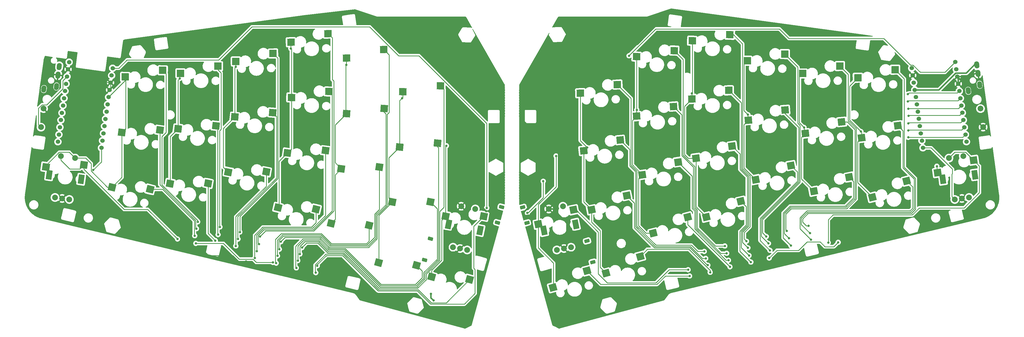
<source format=gbr>
%TF.GenerationSoftware,KiCad,Pcbnew,(6.0.1)*%
%TF.CreationDate,2022-02-27T14:39:43+09:00*%
%TF.ProjectId,ergotonic_f24,6572676f-746f-46e6-9963-5f6632342e6b,rev?*%
%TF.SameCoordinates,Original*%
%TF.FileFunction,Copper,L2,Bot*%
%TF.FilePolarity,Positive*%
%FSLAX46Y46*%
G04 Gerber Fmt 4.6, Leading zero omitted, Abs format (unit mm)*
G04 Created by KiCad (PCBNEW (6.0.1)) date 2022-02-27 14:39:43*
%MOMM*%
%LPD*%
G01*
G04 APERTURE LIST*
G04 Aperture macros list*
%AMRoundRect*
0 Rectangle with rounded corners*
0 $1 Rounding radius*
0 $2 $3 $4 $5 $6 $7 $8 $9 X,Y pos of 4 corners*
0 Add a 4 corners polygon primitive as box body*
4,1,4,$2,$3,$4,$5,$6,$7,$8,$9,$2,$3,0*
0 Add four circle primitives for the rounded corners*
1,1,$1+$1,$2,$3*
1,1,$1+$1,$4,$5*
1,1,$1+$1,$6,$7*
1,1,$1+$1,$8,$9*
0 Add four rect primitives between the rounded corners*
20,1,$1+$1,$2,$3,$4,$5,0*
20,1,$1+$1,$4,$5,$6,$7,0*
20,1,$1+$1,$6,$7,$8,$9,0*
20,1,$1+$1,$8,$9,$2,$3,0*%
%AMHorizOval*
0 Thick line with rounded ends*
0 $1 width*
0 $2 $3 position (X,Y) of the first rounded end (center of the circle)*
0 $4 $5 position (X,Y) of the second rounded end (center of the circle)*
0 Add line between two ends*
20,1,$1,$2,$3,$4,$5,0*
0 Add two circle primitives to create the rounded ends*
1,1,$1,$2,$3*
1,1,$1,$4,$5*%
%AMRotRect*
0 Rectangle, with rotation*
0 The origin of the aperture is its center*
0 $1 length*
0 $2 width*
0 $3 Rotation angle, in degrees counterclockwise*
0 Add horizontal line*
21,1,$1,$2,0,0,$3*%
G04 Aperture macros list end*
%TA.AperFunction,ComponentPad*%
%ADD10C,1.524000*%
%TD*%
%TA.AperFunction,SMDPad,CuDef*%
%ADD11RotRect,2.550000X2.500000X195.110000*%
%TD*%
%TA.AperFunction,SMDPad,CuDef*%
%ADD12RotRect,2.550000X2.500000X188.510000*%
%TD*%
%TA.AperFunction,SMDPad,CuDef*%
%ADD13RotRect,2.550000X2.500000X182.020000*%
%TD*%
%TA.AperFunction,SMDPad,CuDef*%
%ADD14RotRect,2.550000X2.500000X194.390000*%
%TD*%
%TA.AperFunction,ComponentPad*%
%ADD15HorizOval,1.700000X-0.055669X-0.396107X0.055669X0.396107X0*%
%TD*%
%TA.AperFunction,SMDPad,CuDef*%
%ADD16RotRect,2.550000X2.500000X193.470000*%
%TD*%
%TA.AperFunction,ComponentPad*%
%ADD17RoundRect,0.249600X0.719283X-0.168618X0.536485X0.507921X-0.719283X0.168618X-0.536485X-0.507921X0*%
%TD*%
%TA.AperFunction,SMDPad,CuDef*%
%ADD18RotRect,2.550000X2.500000X176.380000*%
%TD*%
%TA.AperFunction,SMDPad,CuDef*%
%ADD19RotRect,2.550000X2.500000X179.710000*%
%TD*%
%TA.AperFunction,SMDPad,CuDef*%
%ADD20RotRect,2.550000X2.500000X187.620000*%
%TD*%
%TA.AperFunction,SMDPad,CuDef*%
%ADD21RotRect,2.550000X2.500000X175.420000*%
%TD*%
%TA.AperFunction,SMDPad,CuDef*%
%ADD22RotRect,2.550000X2.500000X190.850000*%
%TD*%
%TA.AperFunction,ComponentPad*%
%ADD23C,2.000000*%
%TD*%
%TA.AperFunction,ComponentPad*%
%ADD24RotRect,3.200000X2.000000X101.130000*%
%TD*%
%TA.AperFunction,SMDPad,CuDef*%
%ADD25RotRect,2.550000X2.500000X195.120000*%
%TD*%
%TA.AperFunction,SMDPad,CuDef*%
%ADD26RotRect,2.550000X2.500000X181.120000*%
%TD*%
%TA.AperFunction,SMDPad,CuDef*%
%ADD27RotRect,2.550000X2.500000X172.380000*%
%TD*%
%TA.AperFunction,SMDPad,CuDef*%
%ADD28RotRect,2.550000X2.500000X166.530000*%
%TD*%
%TA.AperFunction,SMDPad,CuDef*%
%ADD29RotRect,2.550000X2.500000X177.980000*%
%TD*%
%TA.AperFunction,SMDPad,CuDef*%
%ADD30RotRect,2.550000X2.500000X184.580000*%
%TD*%
%TA.AperFunction,ComponentPad*%
%ADD31HorizOval,1.700000X-0.055669X0.396107X0.055669X-0.396107X0*%
%TD*%
%TA.AperFunction,SMDPad,CuDef*%
%ADD32RotRect,2.550000X2.500000X180.290000*%
%TD*%
%TA.AperFunction,SMDPad,CuDef*%
%ADD33RotRect,2.550000X2.500000X194.000000*%
%TD*%
%TA.AperFunction,SMDPad,CuDef*%
%ADD34RotRect,2.550000X2.500000X181.060000*%
%TD*%
%TA.AperFunction,SMDPad,CuDef*%
%ADD35RotRect,2.550000X2.500000X185.430000*%
%TD*%
%TA.AperFunction,SMDPad,CuDef*%
%ADD36RotRect,2.550000X2.500000X172.430000*%
%TD*%
%TA.AperFunction,SMDPad,CuDef*%
%ADD37RotRect,2.550000X2.500000X169.150000*%
%TD*%
%TA.AperFunction,SMDPad,CuDef*%
%ADD38RotRect,2.550000X2.500000X183.620000*%
%TD*%
%TA.AperFunction,SMDPad,CuDef*%
%ADD39RotRect,2.550000X2.500000X165.610000*%
%TD*%
%TA.AperFunction,ComponentPad*%
%ADD40RotRect,3.200000X2.000000X82.000000*%
%TD*%
%TA.AperFunction,SMDPad,CuDef*%
%ADD41RotRect,2.550000X2.500000X178.880000*%
%TD*%
%TA.AperFunction,SMDPad,CuDef*%
%ADD42RotRect,2.550000X2.500000X190.660000*%
%TD*%
%TA.AperFunction,SMDPad,CuDef*%
%ADD43RotRect,2.550000X2.500000X191.080000*%
%TD*%
%TA.AperFunction,SMDPad,CuDef*%
%ADD44RotRect,2.550000X2.500000X173.450000*%
%TD*%
%TA.AperFunction,SMDPad,CuDef*%
%ADD45RotRect,2.550000X2.500000X172.000000*%
%TD*%
%TA.AperFunction,ComponentPad*%
%ADD46RoundRect,0.249600X0.536485X-0.507921X0.719283X0.168618X-0.536485X0.507921X-0.719283X-0.168618X0*%
%TD*%
%TA.AperFunction,SMDPad,CuDef*%
%ADD47RotRect,2.550000X2.500000X174.570000*%
%TD*%
%TA.AperFunction,SMDPad,CuDef*%
%ADD48RotRect,2.550000X2.500000X182.050000*%
%TD*%
%TA.AperFunction,SMDPad,CuDef*%
%ADD49RotRect,2.550000X2.500000X169.340000*%
%TD*%
%TA.AperFunction,SMDPad,CuDef*%
%ADD50RotRect,2.550000X2.500000X177.950000*%
%TD*%
%TA.AperFunction,SMDPad,CuDef*%
%ADD51RotRect,2.550000X2.500000X168.870000*%
%TD*%
%TA.AperFunction,SMDPad,CuDef*%
%ADD52RotRect,2.550000X2.500000X166.000000*%
%TD*%
%TA.AperFunction,SMDPad,CuDef*%
%ADD53RotRect,2.550000X2.500000X164.890000*%
%TD*%
%TA.AperFunction,SMDPad,CuDef*%
%ADD54RotRect,2.550000X2.500000X186.550000*%
%TD*%
%TA.AperFunction,SMDPad,CuDef*%
%ADD55RotRect,2.550000X2.500000X188.000000*%
%TD*%
%TA.AperFunction,SMDPad,CuDef*%
%ADD56RotRect,2.550000X2.500000X181.980000*%
%TD*%
%TA.AperFunction,SMDPad,CuDef*%
%ADD57RotRect,2.550000X2.500000X178.020000*%
%TD*%
%TA.AperFunction,SMDPad,CuDef*%
%ADD58RotRect,2.550000X2.500000X187.570000*%
%TD*%
%TA.AperFunction,ComponentPad*%
%ADD59RotRect,3.200000X2.000000X98.000000*%
%TD*%
%TA.AperFunction,SMDPad,CuDef*%
%ADD60RotRect,2.550000X2.500000X168.920000*%
%TD*%
%TA.AperFunction,ComponentPad*%
%ADD61RotRect,3.200000X2.000000X78.870000*%
%TD*%
%TA.AperFunction,SMDPad,CuDef*%
%ADD62RotRect,2.550000X2.500000X164.880000*%
%TD*%
%TA.AperFunction,SMDPad,CuDef*%
%ADD63RotRect,2.550000X2.500000X191.130000*%
%TD*%
%TA.AperFunction,ComponentPad*%
%ADD64RoundRect,0.249600X-0.536485X0.507921X-0.719283X-0.168618X0.536485X-0.507921X0.719283X0.168618X0*%
%TD*%
%TA.AperFunction,SMDPad,CuDef*%
%ADD65RotRect,2.550000X2.500000X171.490000*%
%TD*%
%TA.AperFunction,SMDPad,CuDef*%
%ADD66RotRect,2.550000X2.500000X178.940000*%
%TD*%
%TA.AperFunction,ViaPad*%
%ADD67C,0.800000*%
%TD*%
%TA.AperFunction,Conductor*%
%ADD68C,0.250000*%
%TD*%
%TA.AperFunction,Conductor*%
%ADD69C,0.500000*%
%TD*%
G04 APERTURE END LIST*
D10*
%TO.P,U1,1,D3/TX0*%
%TO.N,DATA*%
X-138265163Y-22605464D03*
%TO.P,U1,2,D2/RX1*%
%TO.N,LED*%
X-138618663Y-25120745D03*
%TO.P,U1,3,GND*%
%TO.N,GND*%
X-138972163Y-27636026D03*
%TO.P,U1,4,GND*%
X-139325662Y-30151307D03*
%TO.P,U1,5,SDA/D1/2*%
%TO.N,C1*%
X-139679162Y-32666587D03*
%TO.P,U1,6,SCL/D0/3*%
%TO.N,C2*%
X-140032662Y-35181868D03*
%TO.P,U1,7,D4/4*%
%TO.N,C3*%
X-140386161Y-37697149D03*
%TO.P,U1,8,C6/5*%
%TO.N,C4*%
X-140739661Y-40212430D03*
%TO.P,U1,9,D7/6*%
%TO.N,C5*%
X-141093161Y-42727711D03*
%TO.P,U1,10,E6/7*%
%TO.N,C6*%
X-141446660Y-45242992D03*
%TO.P,U1,11,B4/8*%
%TO.N,C7*%
X-141800160Y-47758273D03*
%TO.P,U1,12,B5/9*%
%TO.N,RE1B*%
X-142153660Y-50273554D03*
%TO.P,U1,13,10/B6*%
%TO.N,RE1A*%
X-157225540Y-48155339D03*
%TO.P,U1,14,16/B2*%
%TO.N,R4*%
X-156872040Y-45640058D03*
%TO.P,U1,15,14/B3*%
%TO.N,R3*%
X-156518540Y-43124777D03*
%TO.P,U1,16,15/B1*%
%TO.N,R2*%
X-156165041Y-40609496D03*
%TO.P,U1,17,A0/F7*%
%TO.N,R1*%
X-155811541Y-38094215D03*
%TO.P,U1,18,A1/F6*%
%TO.N,ENC_PUSH*%
X-155458041Y-35578935D03*
%TO.P,U1,19,A2/F5*%
%TO.N,ENC_B*%
X-155104542Y-33063654D03*
%TO.P,U1,20,A3/F4*%
%TO.N,ENC_A*%
X-154751042Y-30548373D03*
%TO.P,U1,21,VCC*%
%TO.N,VCC*%
X-154397542Y-28033092D03*
%TO.P,U1,22,RST*%
%TO.N,RESET*%
X-154044043Y-25517811D03*
%TO.P,U1,23,GND*%
%TO.N,GND*%
X-153690543Y-23002530D03*
%TO.P,U1,24,RAW*%
%TO.N,unconnected-(U1-Pad24)*%
X-153337043Y-20487249D03*
%TD*%
D11*
%TO.P,SW26,1,1*%
%TO.N,C8*%
X14148839Y-98760683D03*
%TO.P,SW26,2,2*%
%TO.N,Net-(D26-Pad2)*%
X25966807Y-92938778D03*
%TD*%
D10*
%TO.P,U2,1,D3/TX0*%
%TO.N,DATA2*%
X153428940Y-20474334D03*
%TO.P,U2,2,D2/RX1*%
%TO.N,LED2*%
X153782440Y-22989615D03*
%TO.P,U2,3,GND*%
%TO.N,GND2*%
X154135940Y-25504896D03*
%TO.P,U2,4,GND*%
X154489439Y-28020177D03*
%TO.P,U2,5,SDA/D1/2*%
%TO.N,C8*%
X154842939Y-30535458D03*
%TO.P,U2,6,SCL/D0/3*%
%TO.N,C9*%
X155196439Y-33050738D03*
%TO.P,U2,7,D4/4*%
%TO.N,C10*%
X155549938Y-35566019D03*
%TO.P,U2,8,C6/5*%
%TO.N,C11*%
X155903438Y-38081300D03*
%TO.P,U2,9,D7/6*%
%TO.N,C12*%
X156256938Y-40596581D03*
%TO.P,U2,10,E6/7*%
%TO.N,C13*%
X156610437Y-43111862D03*
%TO.P,U2,11,B4/8*%
%TO.N,C14*%
X156963937Y-45627143D03*
%TO.P,U2,12,B5/9*%
%TO.N,RE4B*%
X157317437Y-48142424D03*
%TO.P,U2,13,10/B6*%
%TO.N,RE4A*%
X142245557Y-50260638D03*
%TO.P,U2,14,16/B2*%
%TO.N,R8*%
X141892057Y-47745358D03*
%TO.P,U2,15,14/B3*%
%TO.N,R7*%
X141538557Y-45230077D03*
%TO.P,U2,16,15/B1*%
%TO.N,R6*%
X141185058Y-42714796D03*
%TO.P,U2,17,A0/F7*%
%TO.N,R5*%
X140831558Y-40199515D03*
%TO.P,U2,18,A1/F6*%
%TO.N,ENC2_PUSH*%
X140478058Y-37684234D03*
%TO.P,U2,19,A2/F5*%
%TO.N,ENC2_B*%
X140124559Y-35168953D03*
%TO.P,U2,20,A3/F4*%
%TO.N,ENC2_A*%
X139771059Y-32653672D03*
%TO.P,U2,21,VCC*%
%TO.N,VCC2*%
X139417559Y-30138391D03*
%TO.P,U2,22,RST*%
%TO.N,RESET2*%
X139064060Y-27623110D03*
%TO.P,U2,23,GND*%
%TO.N,GND2*%
X138710560Y-25107829D03*
%TO.P,U2,24,RAW*%
%TO.N,unconnected-(U2-Pad24)*%
X138357060Y-22592549D03*
%TD*%
D12*
%TO.P,SW33,1,1*%
%TO.N,C10*%
X45099131Y-59619418D03*
%TO.P,SW33,2,2*%
%TO.N,Net-(D33-Pad2)*%
X57507931Y-55194420D03*
%TD*%
D13*
%TO.P,SW36,1,1*%
%TO.N,C11*%
X62217872Y-33285313D03*
%TO.P,SW36,2,2*%
%TO.N,Net-(D36-Pad2)*%
X75047308Y-30291236D03*
%TD*%
D14*
%TO.P,SW47,1,1*%
%TO.N,C14*%
X124741038Y-67438459D03*
%TO.P,SW47,2,2*%
%TO.N,Net-(D47-Pad2)*%
X136631230Y-61765518D03*
%TD*%
D15*
%TO.P,J1,A*%
%TO.N,unconnected-(J1-PadA)*%
X-162084806Y-29856900D03*
%TO.P,J1,B*%
%TO.N,VCC*%
X-156742708Y-22024148D03*
%TO.P,J1,C*%
%TO.N,GND*%
X-157160228Y-24994952D03*
%TO.P,J1,D*%
%TO.N,DATA*%
X-157716920Y-28956025D03*
%TD*%
D16*
%TO.P,SW38,1,1*%
%TO.N,C11*%
X67241236Y-74300223D03*
%TO.P,SW38,2,2*%
%TO.N,Net-(D38-Pad2)*%
X79220982Y-68818927D03*
%TD*%
D17*
%TO.P,J6,MP*%
%TO.N,N/C*%
X27934740Y-89927460D03*
X25952344Y-82590560D03*
%TD*%
D18*
%TO.P,SW16,1,1*%
%TO.N,C5*%
X-57297491Y-38368729D03*
%TO.P,SW16,2,2*%
%TO.N,Net-(D16-Pad2)*%
X-44235911Y-36649993D03*
%TD*%
D19*
%TO.P,SW5,1,1*%
%TO.N,C2*%
X-114752053Y-24383172D03*
%TO.P,SW5,2,2*%
%TO.N,Net-(D5-Pad2)*%
X-101812363Y-21908634D03*
%TD*%
D20*
%TO.P,SW37,1,1*%
%TO.N,C11*%
X63705755Y-53881918D03*
%TO.P,SW37,2,2*%
%TO.N,Net-(D37-Pad2)*%
X76181791Y-49650197D03*
%TD*%
D21*
%TO.P,SW9,1,1*%
%TO.N,C3*%
X-95958555Y-39527367D03*
%TO.P,SW9,2,2*%
%TO.N,Net-(D9-Pad2)*%
X-82870012Y-38027711D03*
%TD*%
D22*
%TO.P,SW44,1,1*%
%TO.N,C13*%
X104491530Y-65332075D03*
%TO.P,SW44,2,2*%
%TO.N,Net-(D44-Pad2)*%
X116709313Y-60404123D03*
%TD*%
D23*
%TO.P,RE3,A,A*%
%TO.N,ENC2_A*%
X15517789Y-85716527D03*
%TO.P,RE3,B,B*%
%TO.N,ENC2_B*%
X20423747Y-84751349D03*
%TO.P,RE3,C,C*%
%TO.N,GND2*%
X17970768Y-85233938D03*
D24*
%TO.P,RE3,MP*%
%TO.N,N/C*%
X22017674Y-76794000D03*
X11028326Y-78956000D03*
D23*
%TO.P,RE3,S1,S1*%
%TO.N,ENC2_PUSH*%
X17624729Y-70524069D03*
%TO.P,RE3,S2,S2*%
%TO.N,GND2*%
X12718770Y-71489247D03*
%TD*%
D25*
%TO.P,SW30,1,1*%
%TO.N,C9*%
X32538734Y-93794993D03*
%TO.P,SW30,2,2*%
%TO.N,Net-(D30-Pad2)*%
X44355685Y-87971025D03*
%TD*%
D23*
%TO.P,SW_RESET2,1,1*%
%TO.N,RESET2*%
X162176687Y-36648629D03*
%TO.P,SW_RESET2,2,2*%
%TO.N,GND2*%
X163081313Y-43085371D03*
%TD*%
D26*
%TO.P,SW45,1,1*%
%TO.N,C14*%
X119730706Y-25919972D03*
%TO.P,SW45,2,2*%
%TO.N,Net-(D45-Pad2)*%
X132605588Y-23127780D03*
%TD*%
D27*
%TO.P,SW13,1,1*%
%TO.N,C4*%
X-77750625Y-52002942D03*
%TO.P,SW13,2,2*%
%TO.N,Net-(D13-Pad2)*%
X-64600969Y-51199523D03*
%TD*%
D28*
%TO.P,SW14,1,1*%
%TO.N,C4*%
X-81021448Y-70999517D03*
%TO.P,SW14,2,2*%
%TO.N,Net-(D14-Pad2)*%
X-67858386Y-71540554D03*
%TD*%
D29*
%TO.P,SW19,1,1*%
%TO.N,C6*%
X-37805066Y-30788844D03*
%TO.P,SW19,2,2*%
%TO.N,Net-(D19-Pad2)*%
X-24796569Y-28706078D03*
%TD*%
D30*
%TO.P,SW40,1,1*%
%TO.N,C12*%
X81833802Y-40658855D03*
%TO.P,SW40,2,2*%
%TO.N,Net-(D40-Pad2)*%
X94516702Y-37094732D03*
%TD*%
D31*
%TO.P,J4,A*%
%TO.N,unconnected-(J4-PadA)*%
X157925680Y-30441427D03*
%TO.P,J4,B*%
%TO.N,VCC2*%
X160901834Y-21439621D03*
%TO.P,J4,C*%
%TO.N,GND2*%
X161319353Y-24410425D03*
%TO.P,J4,D*%
%TO.N,DATA2*%
X161876046Y-28371498D03*
%TD*%
D32*
%TO.P,SW42,1,1*%
%TO.N,C13*%
X100582235Y-24454893D03*
%TO.P,SW42,2,2*%
%TO.N,Net-(D42-Pad2)*%
X113496213Y-21849496D03*
%TD*%
D33*
%TO.P,SW34,1,1*%
%TO.N,C10*%
X48883973Y-79889465D03*
%TO.P,SW34,2,2*%
%TO.N,Net-(D34-Pad2)*%
X60812504Y-74297590D03*
%TD*%
D34*
%TO.P,SW8,1,1*%
%TO.N,C3*%
X-95613776Y-20262503D03*
%TO.P,SW8,2,2*%
%TO.N,Net-(D8-Pad2)*%
X-82735977Y-17483796D03*
%TD*%
D35*
%TO.P,SW28,1,1*%
%TO.N,C9*%
X24794434Y-51286849D03*
%TO.P,SW28,2,2*%
%TO.N,Net-(D28-Pad2)*%
X37423066Y-47534970D03*
%TD*%
D36*
%TO.P,SW2,1,1*%
%TO.N,C1*%
X-135075639Y-44902778D03*
%TO.P,SW2,2,2*%
%TO.N,Net-(D2-Pad2)*%
X-121926689Y-44087884D03*
%TD*%
D37*
%TO.P,SW7,1,1*%
%TO.N,C2*%
X-118409218Y-62664736D03*
%TO.P,SW7,2,2*%
%TO.N,Net-(D7-Pad2)*%
X-105235184Y-62603501D03*
%TD*%
D38*
%TO.P,SW32,1,1*%
%TO.N,C10*%
X43155764Y-39263407D03*
%TO.P,SW32,2,2*%
%TO.N,Net-(D32-Pad2)*%
X55896598Y-35912278D03*
%TD*%
D39*
%TO.P,SW3,1,1*%
%TO.N,C1*%
X-138466476Y-63916918D03*
%TO.P,SW3,2,2*%
%TO.N,Net-(D3-Pad2)*%
X-125313798Y-64669236D03*
%TD*%
D23*
%TO.P,RE1,A,A*%
%TO.N,RE1A*%
X-158218468Y-67489078D03*
%TO.P,RE1,B,B*%
%TO.N,RE1B*%
X-153267128Y-68184943D03*
%TO.P,RE1,C,C*%
%TO.N,GND*%
X-155742798Y-67837011D03*
D40*
%TO.P,RE1,MP*%
%TO.N,N/C*%
X-149153499Y-61189369D03*
X-160244501Y-59630631D03*
D23*
%TO.P,RE1,S1,S1*%
%TO.N,C1*%
X-151249118Y-53826056D03*
%TO.P,RE1,S2,S2*%
%TO.N,D4*%
X-156200458Y-53130191D03*
%TD*%
D41*
%TO.P,SW1,1,1*%
%TO.N,C1*%
X-133897998Y-25642999D03*
%TO.P,SW1,2,2*%
%TO.N,Net-(D1-Pad2)*%
X-120923820Y-23356161D03*
%TD*%
D42*
%TO.P,SW41,1,1*%
%TO.N,C12*%
X84326421Y-61295422D03*
%TO.P,SW41,2,2*%
%TO.N,Net-(D41-Pad2)*%
X96560478Y-56408013D03*
%TD*%
D43*
%TO.P,SW29,1,1*%
%TO.N,C9*%
X27514930Y-71772937D03*
%TO.P,SW29,2,2*%
%TO.N,Net-(D29-Pad2)*%
X39712833Y-66795980D03*
%TD*%
D44*
%TO.P,SW6,1,1*%
%TO.N,C2*%
X-115630016Y-43647392D03*
%TO.P,SW6,2,2*%
%TO.N,Net-(D6-Pad2)*%
X-102497656Y-42598557D03*
%TD*%
D45*
%TO.P,SW4,1,1*%
%TO.N,C1*%
X-161361550Y-56908678D03*
%TO.P,SW4,2,2*%
%TO.N,D4*%
X-148206855Y-56192487D03*
%TD*%
D46*
%TO.P,J3,MP*%
%TO.N,N/C*%
X-28269260Y-81841540D03*
X-30251656Y-89178440D03*
%TD*%
D47*
%TO.P,SW20,1,1*%
%TO.N,C6*%
X-38900847Y-49945948D03*
%TO.P,SW20,2,2*%
%TO.N,Net-(D20-Pad2)*%
X-25791497Y-48640622D03*
%TD*%
D48*
%TO.P,SW15,1,1*%
%TO.N,C5*%
X-57288325Y-19091068D03*
%TO.P,SW15,2,2*%
%TO.N,Net-(D15-Pad2)*%
X-44460459Y-16090273D03*
%TD*%
D49*
%TO.P,SW10,1,1*%
%TO.N,C3*%
X-98251878Y-58674247D03*
%TO.P,SW10,2,2*%
%TO.N,Net-(D10-Pad2)*%
X-85078119Y-58569326D03*
%TD*%
D29*
%TO.P,SW12,1,1*%
%TO.N,C4*%
X-76379066Y-32785844D03*
%TO.P,SW12,2,2*%
%TO.N,Net-(D12-Pad2)*%
X-63370569Y-30703078D03*
%TD*%
D50*
%TO.P,SW31,1,1*%
%TO.N,C10*%
X43127394Y-18584184D03*
%TO.P,SW31,2,2*%
%TO.N,Net-(D31-Pad2)*%
X56136981Y-16508229D03*
%TD*%
D51*
%TO.P,SW23,1,1*%
%TO.N,C7*%
X-22984433Y-74015115D03*
%TO.P,SW23,2,2*%
%TO.N,Net-(D23-Pad2)*%
X-9810256Y-74018261D03*
%TD*%
D52*
%TO.P,SW18,1,1*%
%TO.N,C5*%
X-62633064Y-76461432D03*
%TO.P,SW18,2,2*%
%TO.N,Net-(D18-Pad2)*%
X-49475569Y-77124205D03*
%TD*%
D53*
%TO.P,SW24,1,1*%
%TO.N,C7*%
X-27828942Y-95066947D03*
%TO.P,SW24,2,2*%
%TO.N,Net-(D24-Pad2)*%
X-14686756Y-95984482D03*
%TD*%
D54*
%TO.P,SW43,1,1*%
%TO.N,C13*%
X101552508Y-45263767D03*
%TO.P,SW43,2,2*%
%TO.N,Net-(D43-Pad2)*%
X114105391Y-41265760D03*
%TD*%
D55*
%TO.P,SW48,1,1*%
%TO.N,C14*%
X147329451Y-58880761D03*
%TO.P,SW48,2,2*%
%TO.N,D48*%
X159777147Y-54566389D03*
%TD*%
D56*
%TO.P,SW11,1,1*%
%TO.N,C4*%
X-76549529Y-13576308D03*
%TO.P,SW11,2,2*%
%TO.N,Net-(D11-Pad2)*%
X-63718005Y-10591188D03*
%TD*%
D57*
%TO.P,SW35,1,1*%
%TO.N,C11*%
X62387989Y-13086725D03*
%TO.P,SW35,2,2*%
%TO.N,Net-(D35-Pad2)*%
X75395029Y-10994878D03*
%TD*%
D58*
%TO.P,SW46,1,1*%
%TO.N,C14*%
X121029135Y-46769496D03*
%TO.P,SW46,2,2*%
%TO.N,Net-(D46-Pad2)*%
X133508859Y-42548664D03*
%TD*%
D23*
%TO.P,RE4,A,A*%
%TO.N,RE4A*%
X153267128Y-68184943D03*
%TO.P,RE4,B,B*%
%TO.N,RE4B*%
X158218468Y-67489078D03*
%TO.P,RE4,C,C*%
%TO.N,GND2*%
X155742798Y-67837011D03*
D59*
%TO.P,RE4,MP*%
%TO.N,N/C*%
X160244501Y-59630631D03*
X149153499Y-61189369D03*
D23*
%TO.P,RE4,S1,S1*%
%TO.N,C14*%
X156200458Y-53130191D03*
%TO.P,RE4,S2,S2*%
%TO.N,D48*%
X151249118Y-53826056D03*
%TD*%
D60*
%TO.P,SW21,1,1*%
%TO.N,C6*%
X-41420799Y-69049755D03*
%TO.P,SW21,2,2*%
%TO.N,Net-(D21-Pad2)*%
X-28246625Y-69041404D03*
%TD*%
D23*
%TO.P,SW_RESET1,1,1*%
%TO.N,RESET*%
X-163081313Y-43085371D03*
%TO.P,SW_RESET1,2,2*%
%TO.N,GND*%
X-162176687Y-36648629D03*
%TD*%
%TO.P,RE2,A,A*%
%TO.N,ENC_A*%
X-20423747Y-84751349D03*
%TO.P,RE2,B,B*%
%TO.N,ENC_B*%
X-15517789Y-85716527D03*
%TO.P,RE2,C,C*%
%TO.N,GND*%
X-17970768Y-85233938D03*
D61*
%TO.P,RE2,MP*%
%TO.N,N/C*%
X-22017674Y-76794000D03*
X-11028326Y-78956000D03*
D23*
%TO.P,RE2,S1,S1*%
%TO.N,ENC_PUSH*%
X-12718770Y-71489247D03*
%TO.P,RE2,S2,S2*%
%TO.N,GND*%
X-17624729Y-70524069D03*
%TD*%
D13*
%TO.P,SW27,1,1*%
%TO.N,C9*%
X23643872Y-31288313D03*
%TO.P,SW27,2,2*%
%TO.N,Net-(D27-Pad2)*%
X36473308Y-28294236D03*
%TD*%
D62*
%TO.P,SW22,1,1*%
%TO.N,C6*%
X-46218191Y-90098869D03*
%TO.P,SW22,2,2*%
%TO.N,Net-(D22-Pad2)*%
X-33076166Y-91018697D03*
%TD*%
D63*
%TO.P,SW25,1,1*%
%TO.N,C8*%
X9080946Y-76750431D03*
%TO.P,SW25,2,2*%
%TO.N,Net-(D25-Pad2)*%
X21274500Y-71762831D03*
%TD*%
D64*
%TO.P,J2,MP*%
%TO.N,N/C*%
X-5066898Y-76219078D03*
X-3606186Y-70812941D03*
%TD*%
D65*
%TO.P,SW17,1,1*%
%TO.N,C5*%
X-59113120Y-57522513D03*
%TO.P,SW17,2,2*%
%TO.N,Net-(D17-Pad2)*%
X-45952571Y-56923442D03*
%TD*%
D17*
%TO.P,J5,MP*%
%TO.N,N/C*%
X3697186Y-70910941D03*
X5157898Y-76317078D03*
%TD*%
D66*
%TO.P,SW39,1,1*%
%TO.N,C12*%
X81446201Y-20000366D03*
%TO.P,SW39,2,2*%
%TO.N,Net-(D39-Pad2)*%
X94417977Y-17699943D03*
%TD*%
D67*
%TO.N,Net-(D1-Pad2)*%
X-108807989Y-75946000D03*
%TO.N,Net-(D2-Pad2)*%
X-109257500Y-78321500D03*
%TO.N,Net-(D3-Pad2)*%
X-109855000Y-80772000D03*
%TO.N,R4*%
X-109474000Y-83439000D03*
X-82804000Y-90022020D03*
%TO.N,D4*%
X-115824000Y-81915000D03*
%TO.N,Net-(D5-Pad2)*%
X-101129500Y-77724000D03*
%TO.N,Net-(D6-Pad2)*%
X-101764500Y-80391000D03*
%TO.N,Net-(D7-Pad2)*%
X-102719796Y-82460500D03*
%TO.N,Net-(D8-Pad2)*%
X-94234000Y-79502000D03*
%TO.N,Net-(D9-Pad2)*%
X-94869000Y-81915000D03*
%TO.N,Net-(D10-Pad2)*%
X-95631000Y-84328000D03*
%TO.N,Net-(D11-Pad2)*%
X-87249000Y-81026000D03*
%TO.N,Net-(D12-Pad2)*%
X-87630000Y-83693000D03*
%TO.N,Net-(D13-Pad2)*%
X-88392000Y-86106000D03*
%TO.N,Net-(D14-Pad2)*%
X-89022701Y-88514701D03*
%TO.N,Net-(D15-Pad2)*%
X-80047500Y-82859400D03*
%TO.N,Net-(D16-Pad2)*%
X-80555500Y-85471000D03*
%TO.N,Net-(D17-Pad2)*%
X-81190500Y-87757000D03*
%TO.N,Net-(D18-Pad2)*%
X-81661000Y-90297000D03*
%TO.N,Net-(D19-Pad2)*%
X-72719000Y-84890586D03*
%TO.N,Net-(D20-Pad2)*%
X-73443500Y-87122000D03*
%TO.N,Net-(D21-Pad2)*%
X-74168000Y-89408000D03*
%TO.N,Net-(D22-Pad2)*%
X-74676000Y-91948000D03*
%TO.N,Net-(D23-Pad2)*%
X-67432701Y-91190299D03*
%TO.N,Net-(D24-Pad2)*%
X-67945000Y-93599000D03*
%TO.N,Net-(D25-Pad2)*%
X60960000Y-92583000D03*
%TO.N,R8*%
X112903000Y-83058000D03*
X89027000Y-88519000D03*
%TO.N,Net-(D26-Pad2)*%
X61468000Y-94742000D03*
%TO.N,Net-(D27-Pad2)*%
X66548000Y-86233000D03*
%TO.N,Net-(D28-Pad2)*%
X67056000Y-88646000D03*
%TO.N,Net-(D29-Pad2)*%
X67758799Y-90991201D03*
%TO.N,Net-(D30-Pad2)*%
X68580000Y-93472000D03*
%TO.N,Net-(D31-Pad2)*%
X73660000Y-84328000D03*
%TO.N,Net-(D32-Pad2)*%
X74295000Y-86868000D03*
%TO.N,Net-(D33-Pad2)*%
X74930000Y-89281000D03*
%TO.N,Net-(D34-Pad2)*%
X75438000Y-91567000D03*
%TO.N,Net-(D35-Pad2)*%
X81153000Y-82677000D03*
%TO.N,Net-(D36-Pad2)*%
X81661000Y-84963000D03*
%TO.N,Net-(D37-Pad2)*%
X82042000Y-87630000D03*
%TO.N,Net-(D38-Pad2)*%
X82677000Y-89916000D03*
%TO.N,Net-(D39-Pad2)*%
X88011000Y-81026000D03*
%TO.N,Net-(D40-Pad2)*%
X88773000Y-83439000D03*
%TO.N,Net-(D41-Pad2)*%
X89281000Y-85852000D03*
%TO.N,Net-(D42-Pad2)*%
X95123000Y-79121000D03*
%TO.N,Net-(D43-Pad2)*%
X95885000Y-81661000D03*
%TO.N,Net-(D44-Pad2)*%
X96520000Y-84201000D03*
%TO.N,Net-(D45-Pad2)*%
X102616000Y-77343000D03*
%TO.N,Net-(D46-Pad2)*%
X103124000Y-79883000D03*
%TO.N,Net-(D47-Pad2)*%
X103505000Y-82169000D03*
%TO.N,D48*%
X109474000Y-83185000D03*
%TO.N,VCC*%
X-27178000Y-103251000D03*
X-28067000Y-100965000D03*
%TO.N,GND*%
X-8929500Y-72259461D03*
X-92075000Y-89662000D03*
X-107823000Y-84836000D03*
%TO.N,DATA*%
X-8763000Y-71120000D03*
%TO.N,GND2*%
X5592299Y-73782701D03*
X4445000Y-36449000D03*
X8890000Y-86360000D03*
X51816000Y-6477000D03*
%TO.N,DATA2*%
X40513000Y-18288000D03*
X10795000Y-61849000D03*
X5280855Y-72832960D03*
%TO.N,RE1B*%
X-144976911Y-57981911D03*
%TO.N,C7*%
X-22733000Y-49530000D03*
%TO.N,C2*%
X-115062000Y-26162000D03*
%TO.N,C3*%
X-95631000Y-22098000D03*
%TO.N,C4*%
X-76581000Y-15748000D03*
%TO.N,C5*%
X-57404000Y-21463000D03*
%TO.N,C6*%
X-38095701Y-33015701D03*
%TO.N,C8*%
X15225732Y-53086000D03*
X137033000Y-31623000D03*
%TO.N,C9*%
X26039299Y-50169299D03*
X137033000Y-34163000D03*
%TO.N,C10*%
X43180000Y-37084000D03*
X137160000Y-36703000D03*
%TO.N,C11*%
X137287000Y-39116000D03*
X62230000Y-31369000D03*
%TO.N,C12*%
X81661000Y-38735000D03*
X137160000Y-41783000D03*
%TO.N,C13*%
X101092000Y-43180000D03*
X137160000Y-44196000D03*
%TO.N,C14*%
X120777000Y-44577000D03*
X137160000Y-46609000D03*
X147066000Y-56642000D03*
%TD*%
D68*
%TO.N,Net-(D1-Pad2)*%
X-121226510Y-46352932D02*
X-121226510Y-63101582D01*
X-121226510Y-63101582D02*
X-108807989Y-75520103D01*
X-108807989Y-75520103D02*
X-108807989Y-75946000D01*
X-119761000Y-24518981D02*
X-119761000Y-44887422D01*
X-119761000Y-44887422D02*
X-121226510Y-46352932D01*
X-120923820Y-23356161D02*
X-119761000Y-24518981D01*
%TO.N,Net-(D2-Pad2)*%
X-109532489Y-78046511D02*
X-109257500Y-78321500D01*
X-121926689Y-63048107D02*
X-109532489Y-75442307D01*
X-121926689Y-44087884D02*
X-121926689Y-63048107D01*
X-109532489Y-75442307D02*
X-109532489Y-78046511D01*
%TO.N,Net-(D3-Pad2)*%
X-120941264Y-64669236D02*
X-125313798Y-64669236D01*
X-109982000Y-80645000D02*
X-109982000Y-75628500D01*
X-109982000Y-75628500D02*
X-120941264Y-64669236D01*
X-109855000Y-80772000D02*
X-109982000Y-80645000D01*
%TO.N,R4*%
X-109474000Y-83439000D02*
X-99948296Y-83439000D01*
X-89662000Y-88900000D02*
X-88539980Y-90022020D01*
X-94487296Y-88900000D02*
X-89662000Y-88900000D01*
X-88539980Y-90022020D02*
X-82804000Y-90022020D01*
X-99948296Y-83439000D02*
X-94487296Y-88900000D01*
%TO.N,D4*%
X-148206855Y-57697439D02*
X-134276294Y-71628000D01*
X-134276294Y-71628000D02*
X-126619000Y-71628000D01*
X-149621827Y-57607459D02*
X-153137403Y-57607459D01*
X-115824000Y-81915000D02*
X-126111000Y-71628000D01*
X-148206855Y-56192487D02*
X-148206855Y-57697439D01*
X-156200458Y-54544404D02*
X-156200458Y-53130191D01*
X-153137403Y-57607459D02*
X-156200458Y-54544404D01*
X-148206855Y-56192487D02*
X-149621827Y-57607459D01*
X-126111000Y-71628000D02*
X-126619000Y-71628000D01*
%TO.N,Net-(D5-Pad2)*%
X-101219000Y-77634500D02*
X-101129500Y-77724000D01*
X-101812363Y-23158650D02*
X-100763871Y-24207142D01*
X-101219000Y-44290212D02*
X-101219000Y-77634500D01*
X-101812363Y-21908634D02*
X-101812363Y-23158650D01*
X-100763871Y-43835083D02*
X-101219000Y-44290212D01*
X-100763871Y-24207142D02*
X-100763871Y-43835083D01*
%TO.N,Net-(D6-Pad2)*%
X-101891500Y-43204713D02*
X-101891500Y-80264000D01*
X-101891500Y-80264000D02*
X-101764500Y-80391000D01*
X-102497656Y-42598557D02*
X-101891500Y-43204713D01*
%TO.N,Net-(D7-Pad2)*%
X-105235184Y-62603501D02*
X-105235184Y-79945112D01*
X-105235184Y-79945112D02*
X-102719796Y-82460500D01*
%TO.N,Net-(D8-Pad2)*%
X-81094511Y-19125262D02*
X-81094511Y-60893107D01*
X-94234000Y-79502000D02*
X-94234000Y-74032596D01*
X-81094511Y-60893107D02*
X-88967702Y-68766298D01*
X-94234000Y-74032596D02*
X-88967702Y-68766298D01*
X-82735977Y-17483796D02*
X-81094511Y-19125262D01*
%TO.N,Net-(D9-Pad2)*%
X-81544022Y-60706914D02*
X-81544022Y-39353701D01*
X-94869000Y-81915000D02*
X-94958501Y-81825499D01*
X-94958501Y-81825499D02*
X-94958501Y-74121393D01*
X-94958501Y-74121393D02*
X-81544022Y-60706914D01*
X-81544022Y-39353701D02*
X-82870012Y-38027711D01*
%TO.N,Net-(D10-Pad2)*%
X-85078119Y-63605307D02*
X-85078119Y-58569326D01*
X-95631000Y-84328000D02*
X-95631000Y-74158188D01*
X-95631000Y-74158188D02*
X-85078119Y-63605307D01*
%TO.N,Net-(D11-Pad2)*%
X-85344000Y-79121000D02*
X-87249000Y-81026000D01*
X-62230000Y-12079193D02*
X-62230000Y-26569119D01*
X-61722000Y-72200556D02*
X-68642444Y-79121000D01*
X-61722000Y-27077119D02*
X-61722000Y-72200556D01*
X-68642444Y-79121000D02*
X-85344000Y-79121000D01*
X-63718005Y-10591188D02*
X-62230000Y-12079193D01*
X-62230000Y-26569119D02*
X-61722000Y-27077119D01*
%TO.N,Net-(D12-Pad2)*%
X-63370569Y-30703078D02*
X-62288490Y-31785157D01*
X-87973501Y-83349499D02*
X-87630000Y-83693000D01*
X-85919089Y-78671489D02*
X-87973501Y-80725901D01*
X-62288490Y-72131342D02*
X-68828637Y-78671489D01*
X-87973501Y-80725901D02*
X-87973501Y-83349499D01*
X-62288490Y-31785157D02*
X-62288490Y-72131342D01*
X-68828637Y-78671489D02*
X-85919089Y-78671489D01*
%TO.N,Net-(D13-Pad2)*%
X-88423012Y-83535692D02*
X-88423011Y-80539707D01*
X-88423011Y-80539707D02*
X-86105282Y-78221978D01*
X-69077274Y-78221978D02*
X-64600969Y-73745673D01*
X-86105282Y-78221978D02*
X-69077274Y-78221978D01*
X-64600969Y-73745673D02*
X-64600969Y-51199523D01*
X-88392000Y-86106000D02*
X-88392000Y-83566704D01*
X-88392000Y-83566704D02*
X-88423012Y-83535692D01*
%TO.N,Net-(D14-Pad2)*%
X-86291475Y-77772467D02*
X-89116501Y-80597493D01*
X-67858386Y-71540554D02*
X-67858386Y-76252118D01*
X-67858386Y-76252118D02*
X-69378735Y-77772467D01*
X-89116501Y-80597493D02*
X-89116501Y-88420901D01*
X-69378735Y-77772467D02*
X-86291475Y-77772467D01*
X-89116501Y-88420901D02*
X-89022701Y-88514701D01*
%TO.N,Net-(D15-Pad2)*%
X-78595100Y-81407000D02*
X-80047500Y-82859400D01*
X-46667701Y-73660953D02*
X-46667703Y-81848815D01*
X-49664909Y-84846021D02*
X-63098267Y-84846021D01*
X-43236777Y-70230029D02*
X-46667701Y-73660953D01*
X-44460459Y-16090273D02*
X-42545000Y-18005732D01*
X-46667703Y-81848815D02*
X-49664909Y-84846021D01*
X-43236776Y-38631338D02*
X-43236777Y-70230029D01*
X-63098267Y-84846021D02*
X-66537288Y-81407000D01*
X-42545000Y-18005732D02*
X-42545000Y-37939562D01*
X-66537288Y-81407000D02*
X-78595100Y-81407000D01*
X-42545000Y-37939562D02*
X-43236776Y-38631338D01*
%TO.N,Net-(D16-Pad2)*%
X-80772000Y-85254500D02*
X-80555500Y-85471000D01*
X-43686287Y-70043835D02*
X-47117212Y-73474760D01*
X-80772000Y-82423704D02*
X-80772000Y-85254500D01*
X-44235911Y-37902492D02*
X-43686287Y-38452116D01*
X-43686287Y-38452116D02*
X-43686287Y-70043835D01*
X-47117213Y-81662621D02*
X-49851102Y-84396510D01*
X-49851102Y-84396510D02*
X-62912074Y-84396510D01*
X-79284795Y-80936499D02*
X-80772000Y-82423704D01*
X-62912074Y-84396510D02*
X-66372085Y-80936499D01*
X-44235911Y-36649993D02*
X-44235911Y-37902492D01*
X-66372085Y-80936499D02*
X-79284795Y-80936499D01*
X-47117212Y-73474760D02*
X-47117213Y-81662621D01*
%TO.N,Net-(D17-Pad2)*%
X-47566724Y-73288569D02*
X-47566724Y-81349428D01*
X-45952571Y-56923442D02*
X-45952571Y-71674416D01*
X-50164297Y-83947000D02*
X-62725880Y-83947000D01*
X-62725880Y-83947000D02*
X-66185892Y-80486988D01*
X-47566724Y-81349428D02*
X-50164297Y-83947000D01*
X-45952571Y-71674416D02*
X-47566724Y-73288569D01*
X-81280000Y-82296000D02*
X-81280000Y-87667500D01*
X-81280000Y-87667500D02*
X-81190500Y-87757000D01*
X-66185892Y-80486988D02*
X-79470989Y-80486989D01*
X-79470989Y-80486989D02*
X-81280000Y-82296000D01*
%TO.N,Net-(D18-Pad2)*%
X-79910478Y-80037478D02*
X-81915000Y-82042000D01*
X-49475569Y-77124205D02*
X-49475569Y-82622568D01*
X-81915000Y-90043000D02*
X-81661000Y-90297000D01*
X-62539687Y-83497489D02*
X-65999698Y-80037478D01*
X-50350490Y-83497489D02*
X-62539687Y-83497489D01*
X-81915000Y-82042000D02*
X-81915000Y-90043000D01*
X-49475569Y-82622568D02*
X-50350490Y-83497489D01*
X-65999698Y-80037478D02*
X-79910478Y-80037478D01*
%TO.N,Net-(D19-Pad2)*%
X-23553489Y-70924489D02*
X-25008979Y-72379979D01*
X-24796569Y-28706078D02*
X-23553489Y-29949158D01*
X-58335067Y-86699637D02*
X-63795363Y-86699637D01*
X-28278453Y-92539749D02*
X-28278452Y-92613296D01*
X-23553489Y-29949158D02*
X-23553489Y-70924489D01*
X-28278452Y-92613296D02*
X-29710223Y-94045067D01*
X-32715419Y-99011531D02*
X-46023174Y-99011530D01*
X-25008980Y-89270276D02*
X-28278453Y-92539749D01*
X-29710223Y-96006335D02*
X-32715419Y-99011531D01*
X-67183000Y-83312000D02*
X-71140414Y-83312000D01*
X-46023174Y-99011530D02*
X-58335067Y-86699637D01*
X-71140414Y-83312000D02*
X-72719000Y-84890586D01*
X-29710223Y-94045067D02*
X-29710223Y-96006335D01*
X-63795363Y-86699637D02*
X-67183000Y-83312000D01*
X-25008979Y-72379979D02*
X-25008980Y-89270276D01*
%TO.N,Net-(D20-Pad2)*%
X-73443500Y-84492500D02*
X-73443500Y-87122000D01*
X-30159743Y-93858870D02*
X-30159744Y-95820152D01*
X-25791497Y-49896256D02*
X-25458490Y-50229263D01*
X-63656848Y-86194552D02*
X-67009901Y-82841499D01*
X-29054638Y-92680230D02*
X-29054638Y-92753765D01*
X-32901612Y-98562020D02*
X-45709981Y-98562019D01*
X-25791497Y-48640622D02*
X-25791497Y-49896256D01*
X-29054638Y-92753765D02*
X-30159743Y-93858870D01*
X-58077447Y-86194553D02*
X-63656848Y-86194552D01*
X-25458490Y-50229263D02*
X-25458490Y-89084082D01*
X-71792499Y-82841499D02*
X-73443500Y-84492500D01*
X-67009901Y-82841499D02*
X-71792499Y-82841499D01*
X-45709981Y-98562019D02*
X-58077447Y-86194553D01*
X-30159744Y-95820152D02*
X-32901612Y-98562020D01*
X-25458490Y-89084082D02*
X-29054638Y-92680230D01*
%TO.N,Net-(D21-Pad2)*%
X-66823708Y-82391988D02*
X-72231284Y-82391988D01*
X-25908000Y-88897888D02*
X-30609254Y-93599142D01*
X-72231284Y-82391988D02*
X-74168000Y-84328704D01*
X-28246625Y-69041404D02*
X-25908000Y-71380029D01*
X-45523787Y-98112509D02*
X-57891254Y-85745042D01*
X-63470654Y-85745042D02*
X-66823708Y-82391988D01*
X-30609254Y-93599142D02*
X-30609254Y-95633958D01*
X-25908000Y-71380029D02*
X-25908000Y-88897888D01*
X-74168000Y-84328704D02*
X-74168000Y-89408000D01*
X-57891254Y-85745042D02*
X-63470654Y-85745042D01*
X-33087805Y-98112509D02*
X-45523787Y-98112509D01*
X-30609254Y-95633958D02*
X-33087805Y-98112509D01*
%TO.N,Net-(D22-Pad2)*%
X-74930000Y-84455000D02*
X-72417478Y-81942478D01*
X-63284461Y-85295531D02*
X-57689074Y-85295531D01*
X-74930000Y-91694000D02*
X-74930000Y-84455000D01*
X-31115000Y-92979863D02*
X-33076166Y-91018697D01*
X-33400998Y-97662998D02*
X-31115000Y-95377000D01*
X-74676000Y-91948000D02*
X-74930000Y-91694000D01*
X-31115000Y-95377000D02*
X-31115000Y-92979863D01*
X-66637514Y-81942478D02*
X-63284461Y-85295531D01*
X-57689074Y-85295531D02*
X-45321607Y-97662998D01*
X-45321607Y-97662998D02*
X-33400998Y-97662998D01*
X-72417478Y-81942478D02*
X-66637514Y-81942478D01*
%TO.N,Net-(D23-Pad2)*%
X-16510000Y-104521000D02*
X-28194000Y-104521000D01*
X-28194000Y-104521000D02*
X-32766000Y-99949000D01*
X-67432701Y-90801405D02*
X-67432701Y-91190299D01*
X-12805475Y-92531413D02*
X-12805475Y-100816475D01*
X-13289055Y-77497060D02*
X-13289055Y-92047833D01*
X-46357113Y-99948999D02*
X-58676111Y-87630001D01*
X-32766000Y-99949000D02*
X-46357113Y-99948999D01*
X-64261296Y-87630000D02*
X-67432701Y-90801405D01*
X-12805475Y-100816475D02*
X-16510000Y-104521000D01*
X-13289055Y-92047833D02*
X-12805475Y-92531413D01*
X-9810256Y-74018261D02*
X-13289055Y-77497060D01*
X-58676111Y-87630001D02*
X-64261296Y-87630000D01*
%TO.N,Net-(D24-Pad2)*%
X-67945000Y-93599000D02*
X-68161501Y-93382499D01*
X-32453511Y-99499489D02*
X-27881511Y-104071489D01*
X-27881511Y-104071489D02*
X-22773763Y-104071489D01*
X-58489918Y-87180490D02*
X-46170919Y-99499489D01*
X-22773763Y-104071489D02*
X-14686756Y-95984482D01*
X-64447490Y-87180490D02*
X-58489918Y-87180490D01*
X-46170919Y-99499489D02*
X-32453511Y-99499489D01*
X-68161501Y-93382499D02*
X-68161501Y-90894501D01*
X-68161501Y-90894501D02*
X-64447490Y-87180490D01*
%TO.N,Net-(D25-Pad2)*%
X54356000Y-92583000D02*
X49784000Y-97155000D01*
X29845000Y-79502000D02*
X22105831Y-71762831D01*
X32995690Y-97155000D02*
X29845000Y-94004310D01*
X22105831Y-71762831D02*
X21274500Y-71762831D01*
X60960000Y-92583000D02*
X54356000Y-92583000D01*
X29845000Y-94004310D02*
X29845000Y-79502000D01*
X49784000Y-97155000D02*
X32995690Y-97155000D01*
%TO.N,R8*%
X99187000Y-85852000D02*
X102108000Y-82931000D01*
X89027000Y-88519000D02*
X91694000Y-85852000D01*
X106680000Y-82931000D02*
X108331000Y-84582000D01*
X91694000Y-85852000D02*
X99187000Y-85852000D01*
X111379000Y-84582000D02*
X112903000Y-83058000D01*
X108331000Y-84582000D02*
X111379000Y-84582000D01*
X102108000Y-82931000D02*
X106680000Y-82931000D01*
%TO.N,Net-(D26-Pad2)*%
X30691029Y-97663000D02*
X50165000Y-97663000D01*
X50165000Y-97663000D02*
X53086000Y-94742000D01*
X53086000Y-94742000D02*
X61468000Y-94742000D01*
X25966807Y-92938778D02*
X30691029Y-97663000D01*
%TO.N,Net-(D27-Pad2)*%
X41206490Y-33027418D02*
X41206490Y-56362481D01*
X36473308Y-28294236D02*
X41206490Y-33027418D01*
X43238489Y-77464637D02*
X49837830Y-84063978D01*
X64262000Y-86233000D02*
X66548000Y-86233000D01*
X62092978Y-84063978D02*
X64262000Y-86233000D01*
X41206490Y-56362481D02*
X43238489Y-58394480D01*
X43238489Y-58394480D02*
X43238489Y-77464637D01*
X49837830Y-84063978D02*
X62092978Y-84063978D01*
%TO.N,Net-(D28-Pad2)*%
X40756979Y-50868883D02*
X37423066Y-47534970D01*
X61781193Y-84513489D02*
X49588489Y-84513489D01*
X42788978Y-58580673D02*
X40756979Y-56548674D01*
X67056000Y-88646000D02*
X65913704Y-88646000D01*
X40756979Y-56548674D02*
X40756979Y-50868883D01*
X65913704Y-88646000D02*
X61781193Y-84513489D01*
X42788978Y-77713978D02*
X42788978Y-58580673D01*
X49588489Y-84513489D02*
X42788978Y-77713978D01*
%TO.N,Net-(D29-Pad2)*%
X42339467Y-69422614D02*
X42339467Y-78026467D01*
X39712833Y-66795980D02*
X42339467Y-69422614D01*
X67623201Y-90991201D02*
X67758799Y-90991201D01*
X61595000Y-84963000D02*
X67623201Y-90991201D01*
X42339467Y-78026467D02*
X49276000Y-84963000D01*
X49276000Y-84963000D02*
X61595000Y-84963000D01*
%TO.N,Net-(D30-Pad2)*%
X46855710Y-85471000D02*
X44355685Y-87971025D01*
X68580000Y-93472000D02*
X68580000Y-92837000D01*
X68580000Y-92837000D02*
X61214000Y-85471000D01*
X61214000Y-85471000D02*
X46855710Y-85471000D01*
%TO.N,Net-(D31-Pad2)*%
X63256244Y-70950935D02*
X64135000Y-71829691D01*
X59240489Y-52762785D02*
X60772837Y-54295133D01*
X60773541Y-54295133D02*
X63256244Y-56777836D01*
X63256244Y-56777836D02*
X63256244Y-70950935D01*
X56136981Y-16508229D02*
X59240489Y-19611737D01*
X64135000Y-78105000D02*
X70358000Y-84328000D01*
X60772837Y-54295133D02*
X60773541Y-54295133D01*
X64135000Y-71829691D02*
X64135000Y-78105000D01*
X59240489Y-19611737D02*
X59240489Y-52762785D01*
X70358000Y-84328000D02*
X73660000Y-84328000D01*
%TO.N,Net-(D32-Pad2)*%
X63685489Y-78291193D02*
X63685489Y-72015884D01*
X62806733Y-71137128D02*
X62806733Y-56964733D01*
X58790979Y-38806659D02*
X55896598Y-35912278D01*
X62806733Y-56964733D02*
X58790978Y-52948978D01*
X58790978Y-52948978D02*
X58790979Y-38806659D01*
X74295000Y-86868000D02*
X72262296Y-86868000D01*
X72262296Y-86868000D02*
X63685489Y-78291193D01*
X63685489Y-72015884D02*
X62806733Y-71137128D01*
%TO.N,Net-(D33-Pad2)*%
X62357222Y-60043711D02*
X62357222Y-71323321D01*
X63235978Y-78477389D02*
X74039589Y-89281000D01*
X74039589Y-89281000D02*
X74930000Y-89281000D01*
X63235978Y-72202077D02*
X63235978Y-78477389D01*
X57507931Y-55194420D02*
X62357222Y-60043711D01*
X62357222Y-71323321D02*
X63235978Y-72202077D01*
%TO.N,Net-(D34-Pad2)*%
X75438000Y-91567000D02*
X60812504Y-76941504D01*
X60812504Y-76941504D02*
X60812504Y-74297590D01*
%TO.N,Net-(D35-Pad2)*%
X80391000Y-81915000D02*
X81153000Y-82677000D01*
X79814489Y-14138577D02*
X79814490Y-57419195D01*
X82374532Y-77647580D02*
X80391000Y-79631112D01*
X76670790Y-10994878D02*
X79814489Y-14138577D01*
X79814490Y-57419195D02*
X82374531Y-59979236D01*
X82374531Y-59979236D02*
X82374532Y-77647580D01*
X80391000Y-79631112D02*
X80391000Y-81915000D01*
X75395029Y-10994878D02*
X76670790Y-10994878D01*
%TO.N,Net-(D36-Pad2)*%
X79814490Y-79571918D02*
X81925022Y-77461386D01*
X79364979Y-57605388D02*
X79364978Y-34608906D01*
X79814490Y-83116490D02*
X79814490Y-79571918D01*
X81925020Y-60165429D02*
X79364979Y-57605388D01*
X81661000Y-84963000D02*
X79814490Y-83116490D01*
X79364978Y-34608906D02*
X75047308Y-30291236D01*
X81925022Y-77461386D02*
X81925020Y-60165429D01*
%TO.N,Net-(D37-Pad2)*%
X82042000Y-87630000D02*
X79364980Y-84952980D01*
X81475510Y-60351623D02*
X78915468Y-57791581D01*
X78915468Y-57791581D02*
X78915469Y-52383875D01*
X79364980Y-79385724D02*
X81475511Y-77275193D01*
X79364980Y-84952980D02*
X79364980Y-79385724D01*
X81475511Y-77275193D02*
X81475510Y-60351623D01*
X78915469Y-52383875D02*
X76181791Y-49650197D01*
%TO.N,Net-(D38-Pad2)*%
X78867000Y-86106000D02*
X78867000Y-79248000D01*
X78867000Y-79248000D02*
X81026000Y-77089000D01*
X81026000Y-70623945D02*
X79220982Y-68818927D01*
X81026000Y-77089000D02*
X81026000Y-70623945D01*
X82677000Y-89916000D02*
X78867000Y-86106000D01*
%TO.N,Net-(D39-Pad2)*%
X88011000Y-81026000D02*
X86751022Y-79766022D01*
X98924388Y-22206354D02*
X94417977Y-17699943D01*
X98924388Y-41648092D02*
X98924388Y-22206354D01*
X99705021Y-42428725D02*
X98924388Y-41648092D01*
X99705021Y-62219979D02*
X99705021Y-42428725D01*
X86751022Y-75173978D02*
X99705021Y-62219979D01*
X86751022Y-79766022D02*
X86751022Y-75173978D01*
%TO.N,Net-(D40-Pad2)*%
X99255510Y-43087545D02*
X94516702Y-38348737D01*
X86301511Y-80967511D02*
X86301511Y-74979889D01*
X94516702Y-38348737D02*
X94516702Y-37094732D01*
X86301511Y-74979889D02*
X99255511Y-62025889D01*
X88773000Y-83439000D02*
X86301511Y-80967511D01*
X99255511Y-62025889D02*
X99255510Y-43087545D01*
%TO.N,Net-(D41-Pad2)*%
X85852000Y-82423000D02*
X85852000Y-74793696D01*
X89281000Y-85852000D02*
X85852000Y-82423000D01*
X85852000Y-74793696D02*
X98806000Y-61839696D01*
X98806000Y-58653535D02*
X96560478Y-56408013D01*
X98806000Y-61839696D02*
X98806000Y-58653535D01*
%TO.N,Net-(D42-Pad2)*%
X116390490Y-40826194D02*
X119140728Y-43576432D01*
X119140728Y-43576432D02*
X119140729Y-68058679D01*
X113496213Y-21849496D02*
X116390490Y-24743773D01*
X115815386Y-71384022D02*
X96638386Y-71384022D01*
X94742000Y-73280408D02*
X94742000Y-78740000D01*
X94742000Y-78740000D02*
X95123000Y-79121000D01*
X96638386Y-71384022D02*
X94742000Y-73280408D01*
X116390490Y-24743773D02*
X116390490Y-40826194D01*
X119140729Y-68058679D02*
X115815386Y-71384022D01*
%TO.N,Net-(D43-Pad2)*%
X118691218Y-67872486D02*
X118691218Y-43888218D01*
X94292490Y-73094214D02*
X96452193Y-70934511D01*
X96452193Y-70934511D02*
X115629194Y-70934510D01*
X94292490Y-80068490D02*
X94292490Y-73094214D01*
X115629194Y-70934510D02*
X118691218Y-67872486D01*
X116068760Y-41265760D02*
X114105391Y-41265760D01*
X118691218Y-43888218D02*
X116068760Y-41265760D01*
X95885000Y-81661000D02*
X94292490Y-80068490D01*
%TO.N,Net-(D44-Pad2)*%
X96520000Y-84201000D02*
X93842980Y-81523980D01*
X93842980Y-81523980D02*
X93842980Y-72908020D01*
X96266000Y-70485000D02*
X115443000Y-70485000D01*
X115443000Y-70485000D02*
X118241707Y-67686293D01*
X93842980Y-72908020D02*
X96266000Y-70485000D01*
X118241708Y-61936518D02*
X116709313Y-60404123D01*
X118241707Y-67686293D02*
X118241708Y-61936518D01*
%TO.N,Net-(D45-Pad2)*%
X135763000Y-26285192D02*
X132605588Y-23127780D01*
X139641510Y-60901510D02*
X135763000Y-57023000D01*
X139641511Y-71686489D02*
X139641510Y-60901510D01*
X138303000Y-73025000D02*
X139641511Y-71686489D01*
X135763000Y-57023000D02*
X135763000Y-26285192D01*
X102490408Y-73025000D02*
X138303000Y-73025000D01*
X100584000Y-76073000D02*
X100584000Y-74931408D01*
X100584000Y-74931408D02*
X102490408Y-73025000D01*
X101854000Y-77343000D02*
X100584000Y-76073000D01*
X102616000Y-77343000D02*
X101854000Y-77343000D01*
%TO.N,Net-(D46-Pad2)*%
X137991216Y-72575488D02*
X139192000Y-71374704D01*
X139192000Y-71374704D02*
X139192000Y-61087704D01*
X139192000Y-61087704D02*
X135313489Y-57209193D01*
X135313489Y-57209193D02*
X135313490Y-44353295D01*
X102304215Y-72575489D02*
X137991216Y-72575488D01*
X135313490Y-44353295D02*
X133508859Y-42548664D01*
X103124000Y-79883000D02*
X100134490Y-76893490D01*
X100134490Y-76893490D02*
X100134490Y-74745214D01*
X100134490Y-74745214D02*
X102304215Y-72575489D01*
%TO.N,Net-(D47-Pad2)*%
X102118022Y-72125978D02*
X137805022Y-72125978D01*
X138684000Y-71247000D02*
X138684000Y-63818288D01*
X137805022Y-72125978D02*
X138684000Y-71247000D01*
X103504296Y-82169000D02*
X99684980Y-78349684D01*
X138684000Y-63818288D02*
X136631230Y-61765518D01*
X99684980Y-74559020D02*
X102118022Y-72125978D01*
X99684980Y-78349684D02*
X99684980Y-74559020D01*
X103505000Y-82169000D02*
X103504296Y-82169000D01*
%TO.N,D48*%
X109474000Y-83185000D02*
X109474000Y-75184000D01*
X161781966Y-56571208D02*
X159777147Y-54566389D01*
X161781966Y-65798723D02*
X161781966Y-56571208D01*
X159777147Y-54566389D02*
X157016438Y-51805680D01*
X111125000Y-73533000D02*
X138557000Y-73533000D01*
X138557000Y-73533000D02*
X140970000Y-71120000D01*
X109474000Y-75184000D02*
X111125000Y-73533000D01*
X140970000Y-71120000D02*
X156460689Y-71120000D01*
X153269494Y-51805680D02*
X151249118Y-53826056D01*
X156460689Y-71120000D02*
X161781966Y-65798723D01*
X157016438Y-51805680D02*
X153269494Y-51805680D01*
D69*
%TO.N,VCC*%
X-28067000Y-100965000D02*
X-28067000Y-102362000D01*
X-28067000Y-102362000D02*
X-27178000Y-103251000D01*
D68*
%TO.N,GND*%
X-139049189Y-27559000D02*
X-149134073Y-27559000D01*
X-138972163Y-29797808D02*
X-139325662Y-30151307D01*
X-157160228Y-24994952D02*
X-155682965Y-24994952D01*
X-92075000Y-89662000D02*
X-94615000Y-89662000D01*
X-17624729Y-70524069D02*
X-16624729Y-69524069D01*
X-149134073Y-27559000D02*
X-153690543Y-23002530D01*
X-11501931Y-69524069D02*
X-8929500Y-72096500D01*
X-105022970Y-87636030D02*
X-107823000Y-84836000D01*
X-155682965Y-24994952D02*
X-153690543Y-23002530D01*
X-16624729Y-69524069D02*
X-11501931Y-69524069D01*
X-138972163Y-27636026D02*
X-139049189Y-27559000D01*
X-138972163Y-27636026D02*
X-138972163Y-29797808D01*
X-96640970Y-87636030D02*
X-105022970Y-87636030D01*
X-8929500Y-72096500D02*
X-8929500Y-72259461D01*
X-94615000Y-89662000D02*
X-96640970Y-87636030D01*
%TO.N,DATA*%
X-32215156Y-18306000D02*
X-8763000Y-41758156D01*
X-49312514Y-8255000D02*
X-90043000Y-8255000D01*
X-36414000Y-18306000D02*
X-39261514Y-18306000D01*
X-90043000Y-8255000D02*
X-101536019Y-19748019D01*
X-8763000Y-41758156D02*
X-8763000Y-71120000D01*
X-39261514Y-18306000D02*
X-49312514Y-8255000D01*
X-133286019Y-19748019D02*
X-136143464Y-22605464D01*
X-136143464Y-22605464D02*
X-138265163Y-22605464D01*
X-101536019Y-19748019D02*
X-133286019Y-19748019D01*
X-36848000Y-18306000D02*
X-32215156Y-18306000D01*
D69*
%TO.N,VCC2*%
X139417559Y-30138391D02*
X147789109Y-30138391D01*
X153634115Y-24293385D02*
X157226070Y-24293385D01*
X157226070Y-24293385D02*
X160910834Y-20608621D01*
X147789109Y-30138391D02*
X153634115Y-24293385D01*
%TO.N,GND2*%
X12718770Y-71482230D02*
X16075232Y-68125768D01*
X4191000Y-72517000D02*
X4191000Y-73406000D01*
X18970768Y-76327032D02*
X18970768Y-84233938D01*
X154489439Y-28020177D02*
X154489439Y-25858395D01*
X158247213Y-25504896D02*
X160172684Y-23579425D01*
X154489439Y-25858395D02*
X154135940Y-25504896D01*
X4191000Y-36703000D02*
X4191000Y-41148000D01*
X6858000Y-84328000D02*
X6858000Y-75048402D01*
X6858000Y-75048402D02*
X5592299Y-73782701D01*
X16075232Y-68125768D02*
X16075232Y-34851768D01*
X154135940Y-25504896D02*
X158247213Y-25504896D01*
X36621000Y-14306000D02*
X43352000Y-14306000D01*
X12718770Y-71489247D02*
X12718770Y-71482230D01*
X4567701Y-73782701D02*
X5592299Y-73782701D01*
X51181000Y-6477000D02*
X51816000Y-6477000D01*
X4191000Y-73406000D02*
X4567701Y-73782701D01*
X16075232Y-34851768D02*
X36621000Y-14306000D01*
X9093361Y-46050361D02*
X9093361Y-67614639D01*
X4191000Y-41148000D02*
X9093361Y-46050361D01*
X160172684Y-23579425D02*
X161328353Y-23579425D01*
X43352000Y-14306000D02*
X51181000Y-6477000D01*
X9093361Y-67614639D02*
X4191000Y-72517000D01*
X12718770Y-71489247D02*
X14132983Y-71489247D01*
X4445000Y-36449000D02*
X4191000Y-36703000D01*
X14132983Y-71489247D02*
X18970768Y-76327032D01*
X18970768Y-84233938D02*
X17970768Y-85233938D01*
X8890000Y-86360000D02*
X6858000Y-84328000D01*
D68*
%TO.N,DATA2*%
X149900274Y-24003000D02*
X153428940Y-20474334D01*
X40614000Y-18288000D02*
X40614000Y-18114360D01*
X5526040Y-72832960D02*
X5280855Y-72832960D01*
X128732563Y-12273563D02*
X137965038Y-21506038D01*
X137965038Y-21506038D02*
X138807109Y-21506038D01*
X141304071Y-24003000D02*
X149900274Y-24003000D01*
X10795000Y-61849000D02*
X10795000Y-67564000D01*
X92572271Y-9006271D02*
X95839563Y-12273563D01*
X10795000Y-67564000D02*
X5526040Y-72832960D01*
X95839563Y-12273563D02*
X128732563Y-12273563D01*
X40513000Y-18288000D02*
X40614000Y-18288000D01*
X49722089Y-9006271D02*
X92572271Y-9006271D01*
X138807109Y-21506038D02*
X141304071Y-24003000D01*
X40614000Y-18114360D02*
X49722089Y-9006271D01*
%TO.N,RE1B*%
X-142153660Y-55158660D02*
X-144976911Y-57981911D01*
X-142153660Y-50273554D02*
X-142153660Y-55158660D01*
%TO.N,C1*%
X-151249118Y-53826056D02*
X-147617399Y-53826056D01*
X-135075639Y-44902778D02*
X-135075639Y-60526081D01*
X-133897998Y-25642999D02*
X-133897998Y-26885423D01*
X-133897998Y-25642999D02*
X-133731000Y-25809997D01*
X-145701412Y-55742043D02*
X-145701412Y-58282010D01*
X-140066504Y-63916918D02*
X-138466476Y-63916918D01*
X-133731000Y-25809997D02*
X-133731000Y-43558139D01*
X-135075639Y-60526081D02*
X-138466476Y-63916918D01*
X-161361550Y-56418140D02*
X-161361550Y-56908678D01*
X-133731000Y-43558139D02*
X-135075639Y-44902778D01*
X-153269494Y-51805680D02*
X-156749090Y-51805680D01*
X-156749090Y-51805680D02*
X-161361550Y-56418140D01*
X-133897998Y-26885423D02*
X-139679162Y-32666587D01*
X-145701412Y-58282010D02*
X-140066504Y-63916918D01*
X-151249118Y-53826056D02*
X-153269494Y-51805680D01*
X-147617399Y-53826056D02*
X-145701412Y-55742043D01*
%TO.N,RE4A*%
X153267128Y-68184943D02*
X152267128Y-67184943D01*
X152267128Y-59413080D02*
X152447100Y-59233108D01*
X152267128Y-67184943D02*
X152267128Y-59413080D01*
X152447100Y-57648516D02*
X145059222Y-50260638D01*
X145059222Y-50260638D02*
X142245557Y-50260638D01*
X152447100Y-59233108D02*
X152447100Y-57648516D01*
%TO.N,C7*%
X-22984433Y-49781433D02*
X-22733000Y-49530000D01*
X-22984433Y-74015115D02*
X-22984433Y-49781433D01*
X-22984433Y-74015115D02*
X-24384000Y-75414682D01*
X-27828942Y-92725942D02*
X-27828942Y-95066947D01*
X-24384000Y-75414682D02*
X-24384000Y-89281000D01*
X-24384000Y-89281000D02*
X-27828942Y-92725942D01*
%TO.N,C2*%
X-115630016Y-26730016D02*
X-115630016Y-43647392D01*
X-115062000Y-26162000D02*
X-115062000Y-24693119D01*
X-115630016Y-43647392D02*
X-118364000Y-46381376D01*
X-115062000Y-26162000D02*
X-115630016Y-26730016D01*
X-115062000Y-24693119D02*
X-114752053Y-24383172D01*
X-118364000Y-46381376D02*
X-118364000Y-62619518D01*
X-118364000Y-62619518D02*
X-118409218Y-62664736D01*
%TO.N,C3*%
X-95958555Y-39527367D02*
X-99949000Y-43517812D01*
X-95631000Y-22098000D02*
X-95631000Y-20279727D01*
X-99949000Y-43517812D02*
X-99949000Y-56977125D01*
X-95631000Y-22098000D02*
X-95958555Y-22425555D01*
X-95631000Y-20279727D02*
X-95613776Y-20262503D01*
X-99949000Y-56977125D02*
X-98251878Y-58674247D01*
X-95958555Y-22425555D02*
X-95958555Y-39527367D01*
%TO.N,C4*%
X-76379066Y-32785844D02*
X-76379066Y-50631383D01*
X-76581000Y-13607779D02*
X-76549529Y-13576308D01*
X-76581000Y-15748000D02*
X-76379066Y-15949934D01*
X-76581000Y-15748000D02*
X-76581000Y-13607779D01*
X-76379066Y-15949934D02*
X-76379066Y-32785844D01*
X-80645000Y-54897317D02*
X-80645000Y-70623069D01*
X-77750625Y-52002942D02*
X-80645000Y-54897317D01*
X-80645000Y-70623069D02*
X-81021448Y-70999517D01*
X-76379066Y-50631383D02*
X-77750625Y-52002942D01*
%TO.N,C5*%
X-57404000Y-19206743D02*
X-57288325Y-19091068D01*
X-57404000Y-21463000D02*
X-57404000Y-19206743D01*
X-61214000Y-42285238D02*
X-61214000Y-55421633D01*
X-61214000Y-55421633D02*
X-59113120Y-57522513D01*
X-57297491Y-38368729D02*
X-61214000Y-42285238D01*
X-57531000Y-38135220D02*
X-57297491Y-38368729D01*
X-61214000Y-59623393D02*
X-61214000Y-75042368D01*
X-57404000Y-21463000D02*
X-57531000Y-21590000D01*
X-59113120Y-57522513D02*
X-61214000Y-59623393D01*
X-61214000Y-75042368D02*
X-62633064Y-76461432D01*
X-57531000Y-21590000D02*
X-57531000Y-38135220D01*
%TO.N,C6*%
X-46101000Y-89981678D02*
X-46218191Y-90098869D01*
X-42672000Y-53717101D02*
X-42672000Y-67798554D01*
X-37805066Y-32725066D02*
X-38095701Y-33015701D01*
X-42672000Y-67798554D02*
X-41420799Y-69049755D01*
X-37805066Y-30788844D02*
X-37805066Y-32725066D01*
X-46101000Y-73729956D02*
X-46101000Y-89981678D01*
X-38900847Y-49945948D02*
X-42672000Y-53717101D01*
X-41420799Y-69049755D02*
X-46101000Y-73729956D01*
X-38900847Y-33820847D02*
X-38095701Y-33015701D01*
X-38900847Y-49945948D02*
X-38900847Y-33820847D01*
%TO.N,C8*%
X137431098Y-31224902D02*
X154153495Y-31224902D01*
X9080946Y-69913758D02*
X15240000Y-63754704D01*
X14351000Y-90246396D02*
X14351000Y-98558522D01*
X14351000Y-98558522D02*
X14148839Y-98760683D01*
X137033000Y-31623000D02*
X137431098Y-31224902D01*
X15240000Y-53100268D02*
X15225732Y-53086000D01*
X9080946Y-76750431D02*
X9080946Y-69913758D01*
X15240000Y-63754704D02*
X15240000Y-53100268D01*
X154153495Y-31224902D02*
X154842939Y-30535458D01*
X9080946Y-76750431D02*
X9080946Y-84976342D01*
X9080946Y-84976342D02*
X14351000Y-90246396D01*
%TO.N,C9*%
X24794434Y-69052441D02*
X24794434Y-51286849D01*
X155196439Y-33050738D02*
X154338177Y-33909000D01*
X25911984Y-50169299D02*
X26039299Y-50169299D01*
X23643872Y-47773872D02*
X26039299Y-50169299D01*
X27514930Y-71772937D02*
X24794434Y-69052441D01*
X24794434Y-51286849D02*
X25911984Y-50169299D01*
X137287000Y-33909000D02*
X137033000Y-34163000D01*
X30480000Y-91736259D02*
X32538734Y-93794993D01*
X23643872Y-31288313D02*
X23643872Y-47773872D01*
X154338177Y-33909000D02*
X137287000Y-33909000D01*
X27514930Y-76028930D02*
X30480000Y-78994000D01*
X30480000Y-78994000D02*
X30480000Y-91736259D01*
X27514930Y-71772937D02*
X27514930Y-76028930D01*
%TO.N,C10*%
X45099131Y-59619418D02*
X43815000Y-60903549D01*
X43815000Y-77343000D02*
X46361465Y-79889465D01*
X43127394Y-37031394D02*
X43180000Y-37084000D01*
X155549938Y-35566019D02*
X154539957Y-36576000D01*
X154539957Y-36576000D02*
X137287000Y-36576000D01*
X137287000Y-36576000D02*
X137160000Y-36703000D01*
X43127394Y-18584184D02*
X43127394Y-37031394D01*
X41656000Y-40763171D02*
X41656000Y-56176287D01*
X43815000Y-60903549D02*
X43815000Y-77343000D01*
X46361465Y-79889465D02*
X48883973Y-79889465D01*
X43155764Y-37108236D02*
X43180000Y-37084000D01*
X41656000Y-56176287D02*
X45099131Y-59619418D01*
X43155764Y-39263407D02*
X41656000Y-40763171D01*
X43155764Y-39263407D02*
X43155764Y-37108236D01*
%TO.N,C11*%
X62387989Y-31211011D02*
X62387989Y-13086725D01*
X59690000Y-52576592D02*
X60995326Y-53881918D01*
X59690000Y-35813185D02*
X59690000Y-52576592D01*
X155903438Y-38081300D02*
X154995738Y-38989000D01*
X154995738Y-38989000D02*
X137414000Y-38989000D01*
X62230000Y-31369000D02*
X62387989Y-31211011D01*
X137414000Y-38989000D02*
X137287000Y-39116000D01*
X62230000Y-33273185D02*
X62217872Y-33285313D01*
X62217872Y-33285313D02*
X59690000Y-35813185D01*
X63705755Y-53881918D02*
X63705755Y-70764742D01*
X60995326Y-53881918D02*
X63705755Y-53881918D01*
X62230000Y-31369000D02*
X62230000Y-33273185D01*
X63705755Y-70764742D02*
X67241236Y-74300223D01*
%TO.N,C12*%
X81661000Y-38735000D02*
X81661000Y-40486053D01*
X81661000Y-38735000D02*
X80264000Y-37338000D01*
X155324519Y-41529000D02*
X137414000Y-41529000D01*
X81833802Y-40658855D02*
X80264000Y-42228657D01*
X80264000Y-42228657D02*
X80264000Y-57233001D01*
X80264000Y-21182567D02*
X81446201Y-20000366D01*
X80264000Y-37338000D02*
X80264000Y-21182567D01*
X156256938Y-40596581D02*
X155324519Y-41529000D01*
X81661000Y-40486053D02*
X81833802Y-40658855D01*
X137414000Y-41529000D02*
X137160000Y-41783000D01*
X80264000Y-57233001D02*
X84326421Y-61295422D01*
%TO.N,C13*%
X101092000Y-44803259D02*
X101552508Y-45263767D01*
X101092000Y-43180000D02*
X101092000Y-44803259D01*
X101552508Y-45263767D02*
X100203000Y-46613275D01*
X99441000Y-41529000D02*
X99441000Y-25596128D01*
X99441000Y-25596128D02*
X100582235Y-24454893D01*
X137287000Y-44069000D02*
X137160000Y-44196000D01*
X101092000Y-43180000D02*
X99441000Y-41529000D01*
X155653299Y-44069000D02*
X137287000Y-44069000D01*
X100203000Y-46613275D02*
X100203000Y-61043545D01*
X156610437Y-43111862D02*
X155653299Y-44069000D01*
X100203000Y-61043545D02*
X104491530Y-65332075D01*
%TO.N,C14*%
X147066000Y-58617310D02*
X147329451Y-58880761D01*
X119634000Y-62331421D02*
X124741038Y-67438459D01*
X155982080Y-46609000D02*
X137160000Y-46609000D01*
X120777000Y-44577000D02*
X116840000Y-40640000D01*
X120777000Y-44577000D02*
X121029135Y-44829135D01*
X119634000Y-48164631D02*
X119634000Y-62331421D01*
X116840000Y-28810678D02*
X119730706Y-25919972D01*
X121029135Y-46769496D02*
X119634000Y-48164631D01*
X116840000Y-40640000D02*
X116840000Y-28810678D01*
X121029135Y-44829135D02*
X121029135Y-46769496D01*
X147066000Y-56642000D02*
X147066000Y-58617310D01*
X156963937Y-45627143D02*
X155982080Y-46609000D01*
%TO.N,RESET*%
X-154044043Y-25517811D02*
X-155484053Y-26957821D01*
X-161063347Y-35324118D02*
X-162725319Y-35324118D01*
X-163957000Y-36555799D02*
X-163957000Y-42209684D01*
X-163957000Y-42209684D02*
X-163081313Y-43085371D01*
X-155484053Y-26957821D02*
X-155484053Y-29744824D01*
X-155484053Y-29744824D02*
X-161063347Y-35324118D01*
X-162725319Y-35324118D02*
X-163957000Y-36555799D01*
%TD*%
%TA.AperFunction,Conductor*%
%TO.N,GND*%
G36*
X-54299459Y-2128069D02*
G01*
X-49726085Y-3674927D01*
X-46994130Y-4598960D01*
X-46988003Y-4601211D01*
X-46987199Y-4601530D01*
X-46982829Y-4603669D01*
X-46952709Y-4613011D01*
X-46949717Y-4613981D01*
X-46922748Y-4623103D01*
X-46920848Y-4623456D01*
X-46908135Y-4627661D01*
X-46904349Y-4629190D01*
X-46904344Y-4629191D01*
X-46899839Y-4631011D01*
X-46895109Y-4632115D01*
X-46895107Y-4632116D01*
X-46893500Y-4632491D01*
X-46883322Y-4634867D01*
X-46874683Y-4637212D01*
X-46861460Y-4641313D01*
X-46857032Y-4642021D01*
X-46857031Y-4642021D01*
X-46853016Y-4642663D01*
X-46847628Y-4643524D01*
X-46838874Y-4645244D01*
X-46792057Y-4656174D01*
X-46784422Y-4658210D01*
X-46770112Y-4662513D01*
X-46770108Y-4662514D01*
X-46765452Y-4663914D01*
X-46755060Y-4665354D01*
X-46743721Y-4667458D01*
X-46736522Y-4669138D01*
X-46732060Y-4669528D01*
X-46732052Y-4669529D01*
X-46719595Y-4670616D01*
X-46715915Y-4670938D01*
X-46709617Y-4671648D01*
X-46660339Y-4678472D01*
X-46655842Y-4679095D01*
X-46648050Y-4680425D01*
X-46633425Y-4683395D01*
X-46628654Y-4684364D01*
X-46619539Y-4684783D01*
X-46618186Y-4684845D01*
X-46606690Y-4685903D01*
X-46603811Y-4686302D01*
X-46603807Y-4686302D01*
X-46599369Y-4686917D01*
X-46587187Y-4686861D01*
X-46578658Y-4686822D01*
X-46572298Y-4686954D01*
X-46532243Y-4688794D01*
X-46518653Y-4690159D01*
X-46513721Y-4690927D01*
X-46488697Y-4690927D01*
X-46482914Y-4691060D01*
X-46461018Y-4692066D01*
X-46455273Y-4691511D01*
X-46443156Y-4690927D01*
X-16287534Y-4690927D01*
X-16283327Y-4690997D01*
X-16281494Y-4691058D01*
X-16253310Y-4692000D01*
X-16242852Y-4692786D01*
X-16201509Y-4697631D01*
X-16189178Y-4699701D01*
X-16154098Y-4707396D01*
X-16142133Y-4710646D01*
X-16108149Y-4721697D01*
X-16096624Y-4726079D01*
X-16063931Y-4740379D01*
X-16052927Y-4745847D01*
X-16021814Y-4763248D01*
X-16011401Y-4769757D01*
X-15982108Y-4790119D01*
X-15972350Y-4797635D01*
X-15945164Y-4820778D01*
X-15936146Y-4829253D01*
X-15911262Y-4855054D01*
X-15903074Y-4864431D01*
X-15880665Y-4892815D01*
X-15873394Y-4903035D01*
X-15844974Y-4947524D01*
X-15841730Y-4952894D01*
X-13827912Y-8482814D01*
X-13811529Y-8551895D01*
X-13835095Y-8618866D01*
X-13891128Y-8662465D01*
X-13961837Y-8668849D01*
X-14027068Y-8633502D01*
X-14031710Y-8627147D01*
X-14063493Y-8602715D01*
X-14073344Y-8594301D01*
X-14085113Y-8583152D01*
X-14095934Y-8572901D01*
X-14095937Y-8572899D01*
X-14102450Y-8566729D01*
X-14115858Y-8559853D01*
X-14135140Y-8547639D01*
X-14139959Y-8543935D01*
X-14147077Y-8538463D01*
X-14181628Y-8525027D01*
X-14184433Y-8523936D01*
X-14196262Y-8518620D01*
X-14231932Y-8500327D01*
X-14240744Y-8498638D01*
X-14240747Y-8498637D01*
X-14246723Y-8497492D01*
X-14268673Y-8491177D01*
X-14282698Y-8485723D01*
X-14291638Y-8484949D01*
X-14291641Y-8484948D01*
X-14308542Y-8483485D01*
X-14322636Y-8482264D01*
X-14335481Y-8480481D01*
X-14341739Y-8479282D01*
X-14346605Y-8479112D01*
X-14364177Y-8478498D01*
X-14370648Y-8478105D01*
X-14403561Y-8475255D01*
X-14427670Y-8473167D01*
X-14436470Y-8474934D01*
X-14442223Y-8475255D01*
X-14453651Y-8475374D01*
X-16733622Y-8395760D01*
X-16744104Y-8394852D01*
X-16751874Y-8392617D01*
X-16760847Y-8392656D01*
X-16760848Y-8392656D01*
X-16813210Y-8392884D01*
X-16818152Y-8392808D01*
X-16836656Y-8392162D01*
X-16836663Y-8392162D01*
X-16841139Y-8392006D01*
X-16845593Y-8392486D01*
X-16848845Y-8392604D01*
X-16857304Y-8393077D01*
X-16879019Y-8393172D01*
X-16897387Y-8393252D01*
X-16905991Y-8395809D01*
X-16905993Y-8395809D01*
X-16911815Y-8397539D01*
X-16934203Y-8402033D01*
X-16940253Y-8402685D01*
X-16940260Y-8402687D01*
X-16949179Y-8403648D01*
X-16986236Y-8418960D01*
X-16998447Y-8423284D01*
X-17009032Y-8426430D01*
X-17028272Y-8432147D01*
X-17028274Y-8432148D01*
X-17036872Y-8434703D01*
X-17049519Y-8442868D01*
X-17069744Y-8453464D01*
X-17075369Y-8455788D01*
X-17075374Y-8455791D01*
X-17083665Y-8459217D01*
X-17090660Y-8464831D01*
X-17090663Y-8464833D01*
X-17114926Y-8484307D01*
X-17125444Y-8491893D01*
X-17159119Y-8513636D01*
X-17164989Y-8520424D01*
X-17164991Y-8520426D01*
X-17168970Y-8525027D01*
X-17185405Y-8540871D01*
X-17189222Y-8543935D01*
X-17197150Y-8550298D01*
X-17202291Y-8557653D01*
X-17202294Y-8557657D01*
X-17220112Y-8583152D01*
X-17228082Y-8593390D01*
X-17228866Y-8594297D01*
X-17232249Y-8598209D01*
X-17234826Y-8602333D01*
X-17234829Y-8602337D01*
X-17244161Y-8617271D01*
X-17247735Y-8622675D01*
X-17280509Y-8669570D01*
X-17283379Y-8678075D01*
X-17285968Y-8683200D01*
X-17291580Y-8693159D01*
X-18500523Y-10627882D01*
X-18506547Y-10636502D01*
X-18512369Y-10642114D01*
X-18516823Y-10649907D01*
X-18542796Y-10695351D01*
X-18545320Y-10699573D01*
X-18557531Y-10719115D01*
X-18559342Y-10723212D01*
X-18560864Y-10726083D01*
X-18564688Y-10733653D01*
X-18584576Y-10768450D01*
X-18586665Y-10777183D01*
X-18586665Y-10777184D01*
X-18588078Y-10783092D01*
X-18595379Y-10804727D01*
X-18601469Y-10818502D01*
X-18602648Y-10827396D01*
X-18602649Y-10827400D01*
X-18606737Y-10858247D01*
X-18609100Y-10870992D01*
X-18618422Y-10909973D01*
X-18617673Y-10925009D01*
X-18618610Y-10947830D01*
X-18620588Y-10962754D01*
X-18619223Y-10971623D01*
X-18619223Y-10971626D01*
X-18614490Y-11002377D01*
X-18613180Y-11015278D01*
X-18611187Y-11055308D01*
X-18606525Y-11068733D01*
X-18606248Y-11069530D01*
X-18600743Y-11091692D01*
X-18598452Y-11106576D01*
X-18581473Y-11142905D01*
X-18576598Y-11154912D01*
X-18574509Y-11160927D01*
X-18572225Y-11165223D01*
X-18572223Y-11165227D01*
X-18563972Y-11180744D01*
X-18561075Y-11186548D01*
X-18540640Y-11230271D01*
X-18540637Y-11230275D01*
X-18536839Y-11238402D01*
X-18530910Y-11245138D01*
X-18527764Y-11249946D01*
X-18521944Y-11259786D01*
X-18246651Y-11777534D01*
X-17450902Y-13274114D01*
X-17446446Y-13283646D01*
X-17444496Y-13291497D01*
X-17439973Y-13299252D01*
X-17439973Y-13299253D01*
X-17413590Y-13344492D01*
X-17411184Y-13348811D01*
X-17400392Y-13369108D01*
X-17397746Y-13372731D01*
X-17396009Y-13375502D01*
X-17391390Y-13382561D01*
X-17371190Y-13417198D01*
X-17364675Y-13423369D01*
X-17364674Y-13423371D01*
X-17360259Y-13427553D01*
X-17345170Y-13444699D01*
X-17341589Y-13449601D01*
X-17341584Y-13449606D01*
X-17336290Y-13456853D01*
X-17304507Y-13481285D01*
X-17294656Y-13489699D01*
X-17284847Y-13498991D01*
X-17272066Y-13511099D01*
X-17272063Y-13511101D01*
X-17265550Y-13517271D01*
X-17252142Y-13524147D01*
X-17232860Y-13536361D01*
X-17220923Y-13545537D01*
X-17212555Y-13548791D01*
X-17183567Y-13560064D01*
X-17171741Y-13565379D01*
X-17136068Y-13583673D01*
X-17127256Y-13585362D01*
X-17127253Y-13585363D01*
X-17121277Y-13586508D01*
X-17099328Y-13592823D01*
X-17085302Y-13598277D01*
X-17045370Y-13601735D01*
X-17032518Y-13603519D01*
X-17032140Y-13603591D01*
X-17031047Y-13603801D01*
X-17031041Y-13603802D01*
X-17026261Y-13604718D01*
X-17015896Y-13605080D01*
X-17003814Y-13605502D01*
X-16997341Y-13605895D01*
X-16949272Y-13610058D01*
X-16949269Y-13610058D01*
X-16940330Y-13610832D01*
X-16931531Y-13609066D01*
X-16925794Y-13608745D01*
X-16914372Y-13608625D01*
X-15542515Y-13656529D01*
X-14634382Y-13688240D01*
X-14623898Y-13689147D01*
X-14616126Y-13691383D01*
X-14607151Y-13691344D01*
X-14607150Y-13691344D01*
X-14554781Y-13691116D01*
X-14549837Y-13691192D01*
X-14531338Y-13691838D01*
X-14531333Y-13691838D01*
X-14526861Y-13691994D01*
X-14522416Y-13691515D01*
X-14519155Y-13691397D01*
X-14510699Y-13690924D01*
X-14488007Y-13690825D01*
X-14470613Y-13690749D01*
X-14462013Y-13688193D01*
X-14462011Y-13688193D01*
X-14456180Y-13686460D01*
X-14433781Y-13681964D01*
X-14427743Y-13681314D01*
X-14427739Y-13681313D01*
X-14418821Y-13680352D01*
X-14381766Y-13665041D01*
X-14369555Y-13660717D01*
X-14363305Y-13658860D01*
X-14339734Y-13651856D01*
X-14339730Y-13651854D01*
X-14331128Y-13649298D01*
X-14318482Y-13641133D01*
X-14298248Y-13630532D01*
X-14284335Y-13624783D01*
X-14277334Y-13619164D01*
X-14277332Y-13619163D01*
X-14253076Y-13599696D01*
X-14242558Y-13592109D01*
X-14216420Y-13575232D01*
X-14216419Y-13575232D01*
X-14208881Y-13570364D01*
X-14203011Y-13563575D01*
X-14203007Y-13563572D01*
X-14199030Y-13558973D01*
X-14182595Y-13543129D01*
X-14177851Y-13539321D01*
X-14170850Y-13533702D01*
X-14165709Y-13526347D01*
X-14165706Y-13526343D01*
X-14147888Y-13500848D01*
X-14139918Y-13490610D01*
X-14138937Y-13489476D01*
X-14138934Y-13489472D01*
X-14135751Y-13485791D01*
X-14132930Y-13481278D01*
X-14123839Y-13466729D01*
X-14120265Y-13461325D01*
X-14092634Y-13421789D01*
X-14087491Y-13414430D01*
X-14084621Y-13405925D01*
X-14082032Y-13400800D01*
X-14076420Y-13390841D01*
X-12867475Y-11456115D01*
X-12861452Y-11447496D01*
X-12855631Y-11441885D01*
X-12825193Y-11388629D01*
X-12822674Y-11384417D01*
X-12812847Y-11368692D01*
X-12812842Y-11368682D01*
X-12810469Y-11364885D01*
X-12808655Y-11360783D01*
X-12807125Y-11357895D01*
X-12803313Y-11350350D01*
X-12787880Y-11323347D01*
X-12787879Y-11323345D01*
X-12783424Y-11315550D01*
X-12781336Y-11306821D01*
X-12781335Y-11306817D01*
X-12779921Y-11300905D01*
X-12772619Y-11279269D01*
X-12766531Y-11265499D01*
X-12765351Y-11256599D01*
X-12765350Y-11256594D01*
X-12761262Y-11225754D01*
X-12758900Y-11213006D01*
X-12753963Y-11192361D01*
X-12749578Y-11174027D01*
X-12750327Y-11158988D01*
X-12749390Y-11136165D01*
X-12748592Y-11130145D01*
X-12747412Y-11121246D01*
X-12753510Y-11081629D01*
X-12754820Y-11068733D01*
X-12755488Y-11055308D01*
X-12756813Y-11028691D01*
X-12761755Y-11014459D01*
X-12767259Y-10992303D01*
X-12768184Y-10986294D01*
X-12769549Y-10977425D01*
X-12786517Y-10941120D01*
X-12791396Y-10929104D01*
X-12791892Y-10927676D01*
X-12791895Y-10927670D01*
X-12793491Y-10923073D01*
X-12804042Y-10903229D01*
X-12806933Y-10897436D01*
X-12827358Y-10853735D01*
X-12831161Y-10845598D01*
X-12837094Y-10838857D01*
X-12840238Y-10834052D01*
X-12846057Y-10824212D01*
X-12894208Y-10733653D01*
X-13721353Y-9178027D01*
X-13735673Y-9108490D01*
X-13710126Y-9042250D01*
X-13652821Y-9000337D01*
X-13581953Y-8996058D01*
X-13520023Y-9030773D01*
X-13500660Y-9056437D01*
X-6873911Y-20672127D01*
X-2575955Y-28205793D01*
X-2575191Y-28207133D01*
X-2574179Y-28208942D01*
X-2570935Y-28214852D01*
X-2567240Y-28222133D01*
X-2547803Y-28263723D01*
X-2543168Y-28275043D01*
X-2531360Y-28308417D01*
X-2527848Y-28320118D01*
X-2519335Y-28354448D01*
X-2516972Y-28366438D01*
X-2511817Y-28401485D01*
X-2510626Y-28413681D01*
X-2509194Y-28443029D01*
X-2508223Y-28462924D01*
X-2508136Y-28464717D01*
X-2507986Y-28470857D01*
X-2507986Y-29156205D01*
X-2507988Y-29156975D01*
X-2508462Y-29234582D01*
X-2505996Y-29243211D01*
X-2505995Y-29243216D01*
X-2500347Y-29262978D01*
X-2496769Y-29279739D01*
X-2493856Y-29300082D01*
X-2493853Y-29300092D01*
X-2492581Y-29308975D01*
X-2481965Y-29332325D01*
X-2475522Y-29349837D01*
X-2474821Y-29352288D01*
X-2468474Y-29374495D01*
X-2463686Y-29382084D01*
X-2460021Y-29390277D01*
X-2462235Y-29391267D01*
X-2446371Y-29447014D01*
X-2453668Y-29488224D01*
X-2492119Y-29596210D01*
X-2492953Y-29603202D01*
X-2492953Y-29603203D01*
X-2500438Y-29665975D01*
X-2513596Y-29776320D01*
X-2512860Y-29783323D01*
X-2512860Y-29783324D01*
X-2498009Y-29924616D01*
X-2494636Y-29956712D01*
X-2453393Y-30077864D01*
X-2438573Y-30121396D01*
X-2436182Y-30128421D01*
X-2413508Y-30165276D01*
X-2394851Y-30233775D01*
X-2414441Y-30298808D01*
X-2427497Y-30319382D01*
X-2427501Y-30319390D01*
X-2431273Y-30325334D01*
X-2433635Y-30331966D01*
X-2433635Y-30331967D01*
X-2489757Y-30489575D01*
X-2489758Y-30489580D01*
X-2492119Y-30496210D01*
X-2492952Y-30503198D01*
X-2492953Y-30503201D01*
X-2507632Y-30626302D01*
X-2513596Y-30676320D01*
X-2512860Y-30683323D01*
X-2512860Y-30683324D01*
X-2496700Y-30837072D01*
X-2494636Y-30856712D01*
X-2436182Y-31028421D01*
X-2413508Y-31065276D01*
X-2394851Y-31133775D01*
X-2414441Y-31198808D01*
X-2427497Y-31219382D01*
X-2427501Y-31219390D01*
X-2431273Y-31225334D01*
X-2433635Y-31231966D01*
X-2433635Y-31231967D01*
X-2489757Y-31389575D01*
X-2489758Y-31389580D01*
X-2492119Y-31396210D01*
X-2492952Y-31403198D01*
X-2492953Y-31403201D01*
X-2505158Y-31505559D01*
X-2513596Y-31576320D01*
X-2512860Y-31583323D01*
X-2512860Y-31583324D01*
X-2495676Y-31746813D01*
X-2494636Y-31756712D01*
X-2436182Y-31928421D01*
X-2413508Y-31965276D01*
X-2394851Y-32033775D01*
X-2414441Y-32098808D01*
X-2427497Y-32119382D01*
X-2427501Y-32119390D01*
X-2431273Y-32125334D01*
X-2433635Y-32131966D01*
X-2433635Y-32131967D01*
X-2489757Y-32289575D01*
X-2489758Y-32289580D01*
X-2492119Y-32296210D01*
X-2492952Y-32303198D01*
X-2492953Y-32303201D01*
X-2506161Y-32413967D01*
X-2513596Y-32476320D01*
X-2512860Y-32483323D01*
X-2512860Y-32483324D01*
X-2498234Y-32622476D01*
X-2494636Y-32656712D01*
X-2436182Y-32828421D01*
X-2413508Y-32865276D01*
X-2394851Y-32933775D01*
X-2414441Y-32998808D01*
X-2427497Y-33019382D01*
X-2427501Y-33019390D01*
X-2431273Y-33025334D01*
X-2433635Y-33031966D01*
X-2433635Y-33031967D01*
X-2489757Y-33189575D01*
X-2489758Y-33189580D01*
X-2492119Y-33196210D01*
X-2513596Y-33376320D01*
X-2512860Y-33383323D01*
X-2512860Y-33383324D01*
X-2496313Y-33540754D01*
X-2494636Y-33556712D01*
X-2436182Y-33728421D01*
X-2413508Y-33765276D01*
X-2394851Y-33833775D01*
X-2414441Y-33898808D01*
X-2427497Y-33919382D01*
X-2427501Y-33919390D01*
X-2431273Y-33925334D01*
X-2433635Y-33931966D01*
X-2433635Y-33931967D01*
X-2489757Y-34089575D01*
X-2489758Y-34089580D01*
X-2492119Y-34096210D01*
X-2492952Y-34103198D01*
X-2492953Y-34103201D01*
X-2504954Y-34203849D01*
X-2513596Y-34276320D01*
X-2512860Y-34283323D01*
X-2512860Y-34283324D01*
X-2495487Y-34448611D01*
X-2494636Y-34456712D01*
X-2445191Y-34601958D01*
X-2439293Y-34619281D01*
X-2436182Y-34628421D01*
X-2413508Y-34665276D01*
X-2394851Y-34733775D01*
X-2414441Y-34798808D01*
X-2427497Y-34819382D01*
X-2427501Y-34819390D01*
X-2431273Y-34825334D01*
X-2433635Y-34831966D01*
X-2433635Y-34831967D01*
X-2489757Y-34989575D01*
X-2489758Y-34989580D01*
X-2492119Y-34996210D01*
X-2492952Y-35003198D01*
X-2492953Y-35003201D01*
X-2504309Y-35098434D01*
X-2513596Y-35176320D01*
X-2512860Y-35183323D01*
X-2512860Y-35183324D01*
X-2499318Y-35312162D01*
X-2494636Y-35356712D01*
X-2436182Y-35528421D01*
X-2413508Y-35565276D01*
X-2394851Y-35633775D01*
X-2414441Y-35698808D01*
X-2427497Y-35719382D01*
X-2427501Y-35719390D01*
X-2431273Y-35725334D01*
X-2433635Y-35731966D01*
X-2433635Y-35731967D01*
X-2489757Y-35889575D01*
X-2489758Y-35889580D01*
X-2492119Y-35896210D01*
X-2492952Y-35903198D01*
X-2492953Y-35903201D01*
X-2499442Y-35957618D01*
X-2513596Y-36076320D01*
X-2512860Y-36083323D01*
X-2512860Y-36083324D01*
X-2498317Y-36221685D01*
X-2494636Y-36256712D01*
X-2436182Y-36428421D01*
X-2413508Y-36465276D01*
X-2394851Y-36533775D01*
X-2414441Y-36598808D01*
X-2427497Y-36619382D01*
X-2427501Y-36619390D01*
X-2431273Y-36625334D01*
X-2433635Y-36631966D01*
X-2433635Y-36631967D01*
X-2489757Y-36789575D01*
X-2489758Y-36789580D01*
X-2492119Y-36796210D01*
X-2492952Y-36803198D01*
X-2492953Y-36803201D01*
X-2503312Y-36890075D01*
X-2513596Y-36976320D01*
X-2512860Y-36983323D01*
X-2512860Y-36983324D01*
X-2496196Y-37141867D01*
X-2494636Y-37156712D01*
X-2436182Y-37328421D01*
X-2413508Y-37365276D01*
X-2394851Y-37433775D01*
X-2414441Y-37498808D01*
X-2427497Y-37519382D01*
X-2427501Y-37519390D01*
X-2431273Y-37525334D01*
X-2433635Y-37531966D01*
X-2433635Y-37531967D01*
X-2489757Y-37689575D01*
X-2489758Y-37689580D01*
X-2492119Y-37696210D01*
X-2492952Y-37703198D01*
X-2492953Y-37703201D01*
X-2505808Y-37811011D01*
X-2513596Y-37876320D01*
X-2512860Y-37883323D01*
X-2512860Y-37883324D01*
X-2496678Y-38037281D01*
X-2494636Y-38056712D01*
X-2436182Y-38228421D01*
X-2413508Y-38265276D01*
X-2394851Y-38333775D01*
X-2414441Y-38398808D01*
X-2427497Y-38419382D01*
X-2427501Y-38419390D01*
X-2431273Y-38425334D01*
X-2433635Y-38431966D01*
X-2433635Y-38431967D01*
X-2489757Y-38589575D01*
X-2489758Y-38589580D01*
X-2492119Y-38596210D01*
X-2492952Y-38603198D01*
X-2492953Y-38603201D01*
X-2500945Y-38670229D01*
X-2513596Y-38776320D01*
X-2512860Y-38783323D01*
X-2512860Y-38783324D01*
X-2497506Y-38929402D01*
X-2494636Y-38956712D01*
X-2436182Y-39128421D01*
X-2413508Y-39165276D01*
X-2394851Y-39233775D01*
X-2414441Y-39298808D01*
X-2427497Y-39319382D01*
X-2427501Y-39319390D01*
X-2431273Y-39325334D01*
X-2433635Y-39331966D01*
X-2433635Y-39331967D01*
X-2489757Y-39489575D01*
X-2489758Y-39489580D01*
X-2492119Y-39496210D01*
X-2492952Y-39503198D01*
X-2492953Y-39503201D01*
X-2497552Y-39541774D01*
X-2513596Y-39676320D01*
X-2512860Y-39683323D01*
X-2512860Y-39683324D01*
X-2495623Y-39847317D01*
X-2494636Y-39856712D01*
X-2492367Y-39863376D01*
X-2478191Y-39905020D01*
X-2475173Y-39975953D01*
X-2483414Y-39999173D01*
X-2486968Y-40006743D01*
X-2490785Y-40014874D01*
X-2492166Y-40023747D01*
X-2495328Y-40044054D01*
X-2499112Y-40060775D01*
X-2505000Y-40080462D01*
X-2505001Y-40080465D01*
X-2507573Y-40089067D01*
X-2507757Y-40119273D01*
X-2507783Y-40123472D01*
X-2507816Y-40124254D01*
X-2507986Y-40125349D01*
X-2507986Y-40156224D01*
X-2507988Y-40156994D01*
X-2508420Y-40227779D01*
X-2508462Y-40234578D01*
X-2508078Y-40235922D01*
X-2507986Y-40237267D01*
X-2507986Y-57708296D01*
X-2507988Y-57709066D01*
X-2508462Y-57786650D01*
X-2505996Y-57795279D01*
X-2505995Y-57795284D01*
X-2500347Y-57815046D01*
X-2496769Y-57831807D01*
X-2493856Y-57852150D01*
X-2493853Y-57852160D01*
X-2492581Y-57861043D01*
X-2481965Y-57884393D01*
X-2475522Y-57901905D01*
X-2471443Y-57916175D01*
X-2468474Y-57926563D01*
X-2463682Y-57934158D01*
X-2461079Y-57939977D01*
X-2451520Y-58010327D01*
X-2457395Y-58033693D01*
X-2492119Y-58131210D01*
X-2492952Y-58138198D01*
X-2492953Y-58138201D01*
X-2505512Y-58243522D01*
X-2513596Y-58311320D01*
X-2512860Y-58318323D01*
X-2512860Y-58318324D01*
X-2496461Y-58474344D01*
X-2494636Y-58491712D01*
X-2436182Y-58663421D01*
X-2413508Y-58700276D01*
X-2394851Y-58768775D01*
X-2414441Y-58833808D01*
X-2427497Y-58854382D01*
X-2427501Y-58854390D01*
X-2431273Y-58860334D01*
X-2433635Y-58866966D01*
X-2433635Y-58866967D01*
X-2489757Y-59024575D01*
X-2489758Y-59024580D01*
X-2492119Y-59031210D01*
X-2492952Y-59038198D01*
X-2492953Y-59038201D01*
X-2506884Y-59155030D01*
X-2513596Y-59211320D01*
X-2512860Y-59218323D01*
X-2512860Y-59218324D01*
X-2498117Y-59358588D01*
X-2494636Y-59391712D01*
X-2436182Y-59563421D01*
X-2413508Y-59600276D01*
X-2394851Y-59668775D01*
X-2414441Y-59733808D01*
X-2427497Y-59754382D01*
X-2427501Y-59754390D01*
X-2431273Y-59760334D01*
X-2433635Y-59766966D01*
X-2433635Y-59766967D01*
X-2489757Y-59924575D01*
X-2489758Y-59924580D01*
X-2492119Y-59931210D01*
X-2492952Y-59938198D01*
X-2492953Y-59938201D01*
X-2504719Y-60036874D01*
X-2513596Y-60111320D01*
X-2512860Y-60118323D01*
X-2512860Y-60118324D01*
X-2499533Y-60245117D01*
X-2494636Y-60291712D01*
X-2436182Y-60463421D01*
X-2413508Y-60500276D01*
X-2394851Y-60568775D01*
X-2414441Y-60633808D01*
X-2427497Y-60654382D01*
X-2427501Y-60654390D01*
X-2431273Y-60660334D01*
X-2433635Y-60666966D01*
X-2433635Y-60666967D01*
X-2489757Y-60824575D01*
X-2489758Y-60824580D01*
X-2492119Y-60831210D01*
X-2492952Y-60838198D01*
X-2492953Y-60838201D01*
X-2499660Y-60894452D01*
X-2513596Y-61011320D01*
X-2512860Y-61018323D01*
X-2512860Y-61018324D01*
X-2499667Y-61143841D01*
X-2494636Y-61191712D01*
X-2436182Y-61363421D01*
X-2413508Y-61400276D01*
X-2394851Y-61468775D01*
X-2414441Y-61533808D01*
X-2427497Y-61554382D01*
X-2427501Y-61554390D01*
X-2431273Y-61560334D01*
X-2433635Y-61566966D01*
X-2433635Y-61566967D01*
X-2489757Y-61724575D01*
X-2489758Y-61724580D01*
X-2492119Y-61731210D01*
X-2492952Y-61738198D01*
X-2492953Y-61738201D01*
X-2499100Y-61789751D01*
X-2513596Y-61911320D01*
X-2512860Y-61918323D01*
X-2512860Y-61918324D01*
X-2500699Y-62034022D01*
X-2494636Y-62091712D01*
X-2436182Y-62263421D01*
X-2413508Y-62300276D01*
X-2394851Y-62368775D01*
X-2414441Y-62433808D01*
X-2427497Y-62454382D01*
X-2427501Y-62454390D01*
X-2431273Y-62460334D01*
X-2433635Y-62466966D01*
X-2433635Y-62466967D01*
X-2489757Y-62624575D01*
X-2489758Y-62624580D01*
X-2492119Y-62631210D01*
X-2492952Y-62638198D01*
X-2492953Y-62638201D01*
X-2497226Y-62674038D01*
X-2513596Y-62811320D01*
X-2512860Y-62818323D01*
X-2512860Y-62818324D01*
X-2495374Y-62984688D01*
X-2494636Y-62991712D01*
X-2436182Y-63163421D01*
X-2413508Y-63200276D01*
X-2394851Y-63268775D01*
X-2414441Y-63333808D01*
X-2427497Y-63354382D01*
X-2427501Y-63354390D01*
X-2431273Y-63360334D01*
X-2433635Y-63366966D01*
X-2433635Y-63366967D01*
X-2489757Y-63524575D01*
X-2489758Y-63524580D01*
X-2492119Y-63531210D01*
X-2492952Y-63538198D01*
X-2492953Y-63538201D01*
X-2505097Y-63640045D01*
X-2513596Y-63711320D01*
X-2512860Y-63718323D01*
X-2512860Y-63718324D01*
X-2495915Y-63879539D01*
X-2494636Y-63891712D01*
X-2436182Y-64063421D01*
X-2413508Y-64100276D01*
X-2394851Y-64168775D01*
X-2414441Y-64233808D01*
X-2427497Y-64254382D01*
X-2427501Y-64254390D01*
X-2431273Y-64260334D01*
X-2433635Y-64266966D01*
X-2433635Y-64266967D01*
X-2489757Y-64424575D01*
X-2489758Y-64424580D01*
X-2492119Y-64431210D01*
X-2492952Y-64438198D01*
X-2492953Y-64438201D01*
X-2499161Y-64490267D01*
X-2513596Y-64611320D01*
X-2512860Y-64618323D01*
X-2512860Y-64618324D01*
X-2498718Y-64752872D01*
X-2494636Y-64791712D01*
X-2436182Y-64963421D01*
X-2413508Y-65000276D01*
X-2394851Y-65068775D01*
X-2414441Y-65133808D01*
X-2427497Y-65154382D01*
X-2427501Y-65154390D01*
X-2431273Y-65160334D01*
X-2433635Y-65166966D01*
X-2433635Y-65166967D01*
X-2489757Y-65324575D01*
X-2489758Y-65324580D01*
X-2492119Y-65331210D01*
X-2492952Y-65338198D01*
X-2492953Y-65338201D01*
X-2500939Y-65405175D01*
X-2513596Y-65511320D01*
X-2494636Y-65691712D01*
X-2436182Y-65863421D01*
X-2413508Y-65900276D01*
X-2394851Y-65968775D01*
X-2414441Y-66033808D01*
X-2427497Y-66054382D01*
X-2427501Y-66054390D01*
X-2431273Y-66060334D01*
X-2433635Y-66066966D01*
X-2433635Y-66066967D01*
X-2489757Y-66224575D01*
X-2489758Y-66224580D01*
X-2492119Y-66231210D01*
X-2492952Y-66238198D01*
X-2492953Y-66238201D01*
X-2505343Y-66342107D01*
X-2513596Y-66411320D01*
X-2512860Y-66418323D01*
X-2512860Y-66418324D01*
X-2497340Y-66565982D01*
X-2494636Y-66591712D01*
X-2436182Y-66763421D01*
X-2413508Y-66800276D01*
X-2394851Y-66868775D01*
X-2414441Y-66933808D01*
X-2427497Y-66954382D01*
X-2427501Y-66954390D01*
X-2431273Y-66960334D01*
X-2433635Y-66966966D01*
X-2433635Y-66966967D01*
X-2489757Y-67124575D01*
X-2489758Y-67124580D01*
X-2492119Y-67131210D01*
X-2492952Y-67138198D01*
X-2492953Y-67138201D01*
X-2503713Y-67228437D01*
X-2513596Y-67311320D01*
X-2512860Y-67318323D01*
X-2512860Y-67318324D01*
X-2496644Y-67472603D01*
X-2494636Y-67491712D01*
X-2436182Y-67663421D01*
X-2413508Y-67700276D01*
X-2394851Y-67768775D01*
X-2414441Y-67833808D01*
X-2427497Y-67854382D01*
X-2427501Y-67854390D01*
X-2431273Y-67860334D01*
X-2433635Y-67866966D01*
X-2433635Y-67866967D01*
X-2489757Y-68024575D01*
X-2489758Y-68024580D01*
X-2492119Y-68031210D01*
X-2492952Y-68038198D01*
X-2492953Y-68038201D01*
X-2504535Y-68135336D01*
X-2513596Y-68211320D01*
X-2512860Y-68218323D01*
X-2512860Y-68218324D01*
X-2495408Y-68384363D01*
X-2494636Y-68391712D01*
X-2492368Y-68398374D01*
X-2492367Y-68398379D01*
X-2474823Y-68449915D01*
X-2471805Y-68520847D01*
X-2480045Y-68544066D01*
X-2490785Y-68566942D01*
X-2493836Y-68586540D01*
X-2495328Y-68596122D01*
X-2499112Y-68612843D01*
X-2505000Y-68632530D01*
X-2505001Y-68632533D01*
X-2507573Y-68641135D01*
X-2507628Y-68650110D01*
X-2507628Y-68650111D01*
X-2507783Y-68675540D01*
X-2507816Y-68676322D01*
X-2507986Y-68677417D01*
X-2507986Y-68708292D01*
X-2507988Y-68709062D01*
X-2508462Y-68786646D01*
X-2508078Y-68787990D01*
X-2507986Y-68789335D01*
X-2507986Y-69796856D01*
X-2527988Y-69864977D01*
X-2581644Y-69911470D01*
X-2651918Y-69921574D01*
X-2666852Y-69918494D01*
X-2680734Y-69914743D01*
X-3034032Y-69819284D01*
X-3990413Y-69560875D01*
X-3990417Y-69560874D01*
X-3993556Y-69560026D01*
X-3996762Y-69559507D01*
X-3996771Y-69559505D01*
X-4091660Y-69544142D01*
X-4091664Y-69544142D01*
X-4098469Y-69543040D01*
X-4177314Y-69547628D01*
X-4267635Y-69552883D01*
X-4267639Y-69552884D01*
X-4274948Y-69553309D01*
X-4331923Y-69570326D01*
X-4437318Y-69601805D01*
X-4437321Y-69601806D01*
X-4444331Y-69603900D01*
X-4450671Y-69607550D01*
X-4450673Y-69607551D01*
X-4469949Y-69618649D01*
X-4597532Y-69692102D01*
X-4602862Y-69697113D01*
X-4602864Y-69697114D01*
X-4603921Y-69698108D01*
X-4726334Y-69813182D01*
X-4749409Y-69848084D01*
X-4820034Y-69954906D01*
X-4820036Y-69954910D01*
X-4823827Y-69960644D01*
X-4861388Y-70058647D01*
X-4926606Y-70300022D01*
X-5069239Y-70827915D01*
X-5070463Y-70832444D01*
X-5070982Y-70835650D01*
X-5070984Y-70835659D01*
X-5086270Y-70930072D01*
X-5087449Y-70937357D01*
X-5083398Y-71006973D01*
X-5078520Y-71090801D01*
X-5077180Y-71113836D01*
X-5065830Y-71151836D01*
X-5028955Y-71275296D01*
X-5026589Y-71283219D01*
X-4938387Y-71436421D01*
X-4933376Y-71441751D01*
X-4933375Y-71441753D01*
X-4822319Y-71559891D01*
X-4822316Y-71559893D01*
X-4817307Y-71565222D01*
X-4782720Y-71588089D01*
X-4675583Y-71658922D01*
X-4675579Y-71658924D01*
X-4669845Y-71662715D01*
X-4571842Y-71700276D01*
X-4140775Y-71816748D01*
X-3221959Y-72065007D01*
X-3221955Y-72065008D01*
X-3218816Y-72065856D01*
X-3215606Y-72066376D01*
X-3215600Y-72066377D01*
X-3174179Y-72073083D01*
X-3110131Y-72103715D01*
X-3072811Y-72164112D01*
X-3072825Y-72230865D01*
X-3905187Y-75258290D01*
X-3905310Y-75258739D01*
X-3942656Y-75319120D01*
X-4006717Y-75349725D01*
X-4071896Y-75342990D01*
X-4098224Y-75332899D01*
X-4098236Y-75332895D01*
X-4101242Y-75331743D01*
X-4603777Y-75195961D01*
X-5451125Y-74967012D01*
X-5451129Y-74967011D01*
X-5454268Y-74966163D01*
X-5457474Y-74965644D01*
X-5457483Y-74965642D01*
X-5552372Y-74950279D01*
X-5552376Y-74950279D01*
X-5559181Y-74949177D01*
X-5638026Y-74953765D01*
X-5728347Y-74959020D01*
X-5728351Y-74959021D01*
X-5735660Y-74959446D01*
X-5788044Y-74975092D01*
X-5898030Y-75007942D01*
X-5898033Y-75007943D01*
X-5905043Y-75010037D01*
X-5911383Y-75013687D01*
X-5911385Y-75013688D01*
X-5946196Y-75033730D01*
X-6058244Y-75098239D01*
X-6063574Y-75103250D01*
X-6063576Y-75103251D01*
X-6097954Y-75135568D01*
X-6187046Y-75219319D01*
X-6216279Y-75263535D01*
X-6280746Y-75361043D01*
X-6280748Y-75361047D01*
X-6284539Y-75366781D01*
X-6322100Y-75464784D01*
X-6346692Y-75555801D01*
X-6519960Y-76197075D01*
X-6531175Y-76238581D01*
X-6531694Y-76241787D01*
X-6531696Y-76241796D01*
X-6547059Y-76336685D01*
X-6548161Y-76343494D01*
X-6544518Y-76406100D01*
X-6538974Y-76501376D01*
X-6537892Y-76519973D01*
X-6535796Y-76526990D01*
X-6496331Y-76659122D01*
X-6487301Y-76689356D01*
X-6399099Y-76842558D01*
X-6394088Y-76847888D01*
X-6394087Y-76847890D01*
X-6283031Y-76966028D01*
X-6283028Y-76966030D01*
X-6278019Y-76971359D01*
X-6271917Y-76975393D01*
X-6136295Y-77065059D01*
X-6136291Y-77065061D01*
X-6130557Y-77068852D01*
X-6032554Y-77106413D01*
X-5698176Y-77196760D01*
X-4682671Y-77471144D01*
X-4682667Y-77471145D01*
X-4679528Y-77471993D01*
X-4659452Y-77475243D01*
X-4595406Y-77505874D01*
X-4558086Y-77566270D01*
X-4558099Y-77633026D01*
X-13924064Y-111698440D01*
X-13926004Y-111704827D01*
X-13943570Y-111757606D01*
X-13948425Y-111769975D01*
X-13964271Y-111804820D01*
X-13970361Y-111816540D01*
X-13989676Y-111849379D01*
X-13996920Y-111860344D01*
X-14019515Y-111890945D01*
X-14027840Y-111901071D01*
X-14053507Y-111929168D01*
X-14062853Y-111938383D01*
X-14091341Y-111963684D01*
X-14101660Y-111971923D01*
X-14132789Y-111994211D01*
X-14143989Y-112001368D01*
X-14192387Y-112028811D01*
X-14198263Y-112031941D01*
X-16086248Y-112974087D01*
X-16091452Y-112976537D01*
X-16135460Y-112996036D01*
X-16146159Y-113000203D01*
X-16177667Y-113010845D01*
X-16188659Y-113014008D01*
X-16201786Y-113017148D01*
X-16220851Y-113021707D01*
X-16232055Y-113023856D01*
X-16236181Y-113024455D01*
X-16264774Y-113028606D01*
X-16276101Y-113029729D01*
X-16309117Y-113031502D01*
X-16320519Y-113031597D01*
X-16353612Y-113030372D01*
X-16365014Y-113029430D01*
X-16397976Y-113025190D01*
X-16409306Y-113023203D01*
X-16456277Y-113012734D01*
X-16461884Y-113011349D01*
X-48466096Y-104321176D01*
X-36268861Y-104321176D01*
X-36267918Y-104330097D01*
X-36267918Y-104330105D01*
X-36267278Y-104336156D01*
X-36266945Y-104358987D01*
X-36268091Y-104373996D01*
X-36266234Y-104382781D01*
X-36266234Y-104382782D01*
X-36259803Y-104413210D01*
X-36257778Y-104426011D01*
X-36257618Y-104427524D01*
X-36257106Y-104432363D01*
X-36255858Y-104437057D01*
X-36255857Y-104437064D01*
X-36251333Y-104454082D01*
X-36249829Y-104460390D01*
X-36237998Y-104516365D01*
X-36233752Y-104524274D01*
X-36231779Y-104529669D01*
X-36228346Y-104540568D01*
X-36064751Y-105156051D01*
X-35838051Y-106008947D01*
X-35642306Y-106745387D01*
X-35640131Y-106755681D01*
X-35640013Y-106763769D01*
X-35637369Y-106772346D01*
X-35637368Y-106772350D01*
X-35621937Y-106822400D01*
X-35620572Y-106827157D01*
X-35614670Y-106849363D01*
X-35612921Y-106853475D01*
X-35611854Y-106856583D01*
X-35608953Y-106864515D01*
X-35597142Y-106902825D01*
X-35592197Y-106910314D01*
X-35588844Y-106915392D01*
X-35578039Y-106935514D01*
X-35572150Y-106949365D01*
X-35546740Y-106980371D01*
X-35539048Y-106990811D01*
X-35516964Y-107024258D01*
X-35505474Y-107033990D01*
X-35489461Y-107050266D01*
X-35485606Y-107054971D01*
X-35485602Y-107054975D01*
X-35479916Y-107061913D01*
X-35472509Y-107066978D01*
X-35472508Y-107066979D01*
X-35446828Y-107084539D01*
X-35436514Y-107092400D01*
X-35405927Y-107118308D01*
X-35397718Y-107121957D01*
X-35392167Y-107124425D01*
X-35372225Y-107135554D01*
X-35359799Y-107144051D01*
X-35351262Y-107146835D01*
X-35351261Y-107146836D01*
X-35321699Y-107156478D01*
X-35309591Y-107161129D01*
X-35308208Y-107161744D01*
X-35308205Y-107161745D01*
X-35303760Y-107163721D01*
X-35299065Y-107164989D01*
X-35299060Y-107164991D01*
X-35282057Y-107169584D01*
X-35275853Y-107171432D01*
X-35221458Y-107189174D01*
X-35212487Y-107189450D01*
X-35206831Y-107190439D01*
X-35195672Y-107192916D01*
X-33954873Y-107528058D01*
X-32993214Y-107787804D01*
X-32983217Y-107791065D01*
X-32976156Y-107795006D01*
X-32967410Y-107797004D01*
X-32967409Y-107797004D01*
X-32916341Y-107808668D01*
X-32911568Y-107809857D01*
X-32889358Y-107815856D01*
X-32884892Y-107816402D01*
X-32881660Y-107817032D01*
X-32873382Y-107818480D01*
X-32843050Y-107825408D01*
X-32843045Y-107825408D01*
X-32834295Y-107827407D01*
X-32819259Y-107826504D01*
X-32796437Y-107827208D01*
X-32790409Y-107827944D01*
X-32790407Y-107827944D01*
X-32781494Y-107829033D01*
X-32772637Y-107827577D01*
X-32772636Y-107827577D01*
X-32766109Y-107826504D01*
X-32741939Y-107822531D01*
X-32729065Y-107821090D01*
X-32702879Y-107819518D01*
X-32698003Y-107819225D01*
X-32689042Y-107818687D01*
X-32674875Y-107813605D01*
X-32652763Y-107807872D01*
X-32646767Y-107806887D01*
X-32646762Y-107806886D01*
X-32637907Y-107805430D01*
X-32601768Y-107788088D01*
X-32589804Y-107783087D01*
X-32552074Y-107769552D01*
X-32539895Y-107760692D01*
X-32520291Y-107748990D01*
X-32506715Y-107742475D01*
X-32476894Y-107715685D01*
X-32466813Y-107707527D01*
X-32465600Y-107706645D01*
X-32465597Y-107706642D01*
X-32461661Y-107703779D01*
X-32445736Y-107687918D01*
X-32441040Y-107683476D01*
X-32405143Y-107651227D01*
X-32398467Y-107645230D01*
X-32393742Y-107637600D01*
X-32390053Y-107633190D01*
X-32382328Y-107624764D01*
X-30765926Y-106014838D01*
X-30758095Y-106007803D01*
X-30751150Y-106003657D01*
X-30709425Y-105958699D01*
X-30705987Y-105955139D01*
X-30692871Y-105942076D01*
X-30692865Y-105942070D01*
X-30689695Y-105938912D01*
X-30687006Y-105935339D01*
X-30684840Y-105932851D01*
X-30679433Y-105926387D01*
X-30658264Y-105903579D01*
X-30658260Y-105903574D01*
X-30652160Y-105897001D01*
X-30648146Y-105888974D01*
X-30645425Y-105883533D01*
X-30633405Y-105864120D01*
X-30629748Y-105859260D01*
X-30629747Y-105859258D01*
X-30624351Y-105852088D01*
X-30610205Y-105814583D01*
X-30605016Y-105802714D01*
X-30587085Y-105766850D01*
X-30584402Y-105752035D01*
X-30578311Y-105730021D01*
X-30572999Y-105715937D01*
X-30569948Y-105675974D01*
X-30568297Y-105663113D01*
X-30562753Y-105632498D01*
X-30562753Y-105632497D01*
X-30561153Y-105623663D01*
X-30562736Y-105608692D01*
X-30563069Y-105585852D01*
X-30562606Y-105579795D01*
X-30562606Y-105579792D01*
X-30561923Y-105570844D01*
X-30563780Y-105562058D01*
X-30570211Y-105531630D01*
X-30572236Y-105518829D01*
X-30572396Y-105517316D01*
X-30572397Y-105517310D01*
X-30572908Y-105512477D01*
X-30574156Y-105507783D01*
X-30574157Y-105507776D01*
X-30578681Y-105490758D01*
X-30580186Y-105484444D01*
X-30590159Y-105437262D01*
X-30592016Y-105428475D01*
X-30596264Y-105420564D01*
X-30598234Y-105415176D01*
X-30601668Y-105404274D01*
X-31187708Y-103199450D01*
X-31189883Y-103189159D01*
X-31190001Y-103181071D01*
X-31208084Y-103122418D01*
X-31209438Y-103117698D01*
X-31215344Y-103095476D01*
X-31217101Y-103091345D01*
X-31218178Y-103088209D01*
X-31221063Y-103080320D01*
X-31230227Y-103050593D01*
X-31230228Y-103050590D01*
X-31232872Y-103042015D01*
X-31241171Y-103029445D01*
X-31251972Y-103009330D01*
X-31254350Y-103003738D01*
X-31254351Y-103003736D01*
X-31257864Y-102995475D01*
X-31283275Y-102964467D01*
X-31290967Y-102954028D01*
X-31313050Y-102920582D01*
X-31324540Y-102910850D01*
X-31340553Y-102894574D01*
X-31344408Y-102889869D01*
X-31344412Y-102889865D01*
X-31350098Y-102882927D01*
X-31363560Y-102873721D01*
X-31383186Y-102860301D01*
X-31393501Y-102852439D01*
X-31417235Y-102832336D01*
X-31424087Y-102826532D01*
X-31432296Y-102822883D01*
X-31437847Y-102820415D01*
X-31457789Y-102809286D01*
X-31458114Y-102809063D01*
X-31470215Y-102800789D01*
X-31478752Y-102798005D01*
X-31478753Y-102798004D01*
X-31508315Y-102788362D01*
X-31520423Y-102783711D01*
X-31521806Y-102783096D01*
X-31521809Y-102783095D01*
X-31526254Y-102781119D01*
X-31530949Y-102779851D01*
X-31530954Y-102779849D01*
X-31547957Y-102775256D01*
X-31554167Y-102773406D01*
X-31608556Y-102755666D01*
X-31617527Y-102755390D01*
X-31623183Y-102754401D01*
X-31634342Y-102751924D01*
X-33836796Y-102157037D01*
X-33846795Y-102153776D01*
X-33853858Y-102149834D01*
X-33913652Y-102136178D01*
X-33918422Y-102134990D01*
X-33929250Y-102132065D01*
X-33936338Y-102130150D01*
X-33936342Y-102130149D01*
X-33940656Y-102128984D01*
X-33945101Y-102128441D01*
X-33948305Y-102127816D01*
X-33956643Y-102126358D01*
X-33986969Y-102119432D01*
X-33986972Y-102119432D01*
X-33995719Y-102117434D01*
X-34004672Y-102117971D01*
X-34004676Y-102117971D01*
X-34010753Y-102118336D01*
X-34033571Y-102117633D01*
X-34048520Y-102115807D01*
X-34057371Y-102117262D01*
X-34057376Y-102117262D01*
X-34088078Y-102122309D01*
X-34100963Y-102123751D01*
X-34132017Y-102125615D01*
X-34132020Y-102125616D01*
X-34140972Y-102126153D01*
X-34155139Y-102131235D01*
X-34177251Y-102136968D01*
X-34183247Y-102137953D01*
X-34183252Y-102137954D01*
X-34192107Y-102139410D01*
X-34228242Y-102156750D01*
X-34240209Y-102161752D01*
X-34254725Y-102166959D01*
X-34277941Y-102175288D01*
X-34285197Y-102180566D01*
X-34285196Y-102180566D01*
X-34290120Y-102184148D01*
X-34309724Y-102195850D01*
X-34315203Y-102198479D01*
X-34315208Y-102198482D01*
X-34323299Y-102202365D01*
X-34353130Y-102229164D01*
X-34363204Y-102237316D01*
X-34364421Y-102238201D01*
X-34364425Y-102238205D01*
X-34368353Y-102241062D01*
X-34384268Y-102256913D01*
X-34388964Y-102261355D01*
X-34431547Y-102299610D01*
X-34436272Y-102307242D01*
X-34439964Y-102311655D01*
X-34447688Y-102320080D01*
X-36018523Y-103884621D01*
X-36064087Y-103930002D01*
X-36071917Y-103937036D01*
X-36078864Y-103941183D01*
X-36084972Y-103947763D01*
X-36084971Y-103947763D01*
X-36120607Y-103986158D01*
X-36124017Y-103989691D01*
X-36140319Y-104005928D01*
X-36143015Y-104009510D01*
X-36145158Y-104011972D01*
X-36150575Y-104018447D01*
X-36177854Y-104047838D01*
X-36184589Y-104061308D01*
X-36196612Y-104080726D01*
X-36205663Y-104092752D01*
X-36219812Y-104130266D01*
X-36225001Y-104142134D01*
X-36238917Y-104169965D01*
X-36238918Y-104169968D01*
X-36242929Y-104177990D01*
X-36244528Y-104186818D01*
X-36244529Y-104186821D01*
X-36245614Y-104192810D01*
X-36251701Y-104214813D01*
X-36257015Y-104228903D01*
X-36257698Y-104237854D01*
X-36257699Y-104237857D01*
X-36260066Y-104268865D01*
X-36261717Y-104281726D01*
X-36267261Y-104312341D01*
X-36268861Y-104321176D01*
X-48466096Y-104321176D01*
X-52578526Y-103204519D01*
X-52581102Y-103203790D01*
X-52584201Y-103202877D01*
X-52592914Y-103200311D01*
X-52601793Y-103197333D01*
X-52647527Y-103180078D01*
X-52659730Y-103174721D01*
X-52694077Y-103157418D01*
X-52705603Y-103150829D01*
X-52737888Y-103130039D01*
X-52748641Y-103122284D01*
X-52778576Y-103098203D01*
X-52788467Y-103089348D01*
X-52815798Y-103062146D01*
X-52824742Y-103052245D01*
X-52826082Y-103050593D01*
X-52859938Y-103008868D01*
X-52863995Y-103003588D01*
X-53659343Y-101909345D01*
X-54085111Y-101323571D01*
X-54088453Y-101318698D01*
X-54090602Y-101314730D01*
X-54110305Y-101288855D01*
X-54111980Y-101286604D01*
X-54129269Y-101262818D01*
X-54129252Y-101262806D01*
X-54135445Y-101254434D01*
X-54140308Y-101246913D01*
X-54147325Y-101239047D01*
X-54150251Y-101235768D01*
X-54156479Y-101228217D01*
X-54160946Y-101222351D01*
X-54163661Y-101218785D01*
X-54175110Y-101207510D01*
X-54180705Y-101201632D01*
X-54230431Y-101145892D01*
X-54234028Y-101141676D01*
X-54247401Y-101125288D01*
X-54247404Y-101125284D01*
X-54250478Y-101121518D01*
X-54254091Y-101118272D01*
X-54254646Y-101117690D01*
X-54258352Y-101113972D01*
X-54258419Y-101114041D01*
X-54261636Y-101110914D01*
X-54264618Y-101107572D01*
X-54268047Y-101104683D01*
X-54285339Y-101090115D01*
X-54288360Y-101087487D01*
X-54314434Y-101064064D01*
X-54350676Y-101031506D01*
X-54354689Y-101027736D01*
X-54373189Y-101009569D01*
X-54377149Y-101006730D01*
X-54377540Y-101006402D01*
X-54382024Y-101002800D01*
X-54382078Y-101002869D01*
X-54385615Y-101000119D01*
X-54388949Y-100997124D01*
X-54392670Y-100994635D01*
X-54392673Y-100994632D01*
X-54411356Y-100982132D01*
X-54414693Y-100979820D01*
X-54482388Y-100931299D01*
X-54486877Y-100927928D01*
X-54503355Y-100914968D01*
X-54507182Y-100911958D01*
X-54511427Y-100909572D01*
X-54511752Y-100909355D01*
X-54516763Y-100906164D01*
X-54516808Y-100906237D01*
X-54520628Y-100903891D01*
X-54524271Y-100901280D01*
X-54528248Y-100899211D01*
X-54528255Y-100899207D01*
X-54548136Y-100888866D01*
X-54551723Y-100886926D01*
X-54588376Y-100866327D01*
X-54624452Y-100846052D01*
X-54629205Y-100843241D01*
X-54651255Y-100829530D01*
X-54655738Y-100827625D01*
X-54656273Y-100827347D01*
X-54661283Y-100824884D01*
X-54661322Y-100824966D01*
X-54665377Y-100823053D01*
X-54669282Y-100820858D01*
X-54673459Y-100819239D01*
X-54694452Y-100811102D01*
X-54698196Y-100809581D01*
X-54775560Y-100776704D01*
X-54780580Y-100774440D01*
X-54799762Y-100765279D01*
X-54804153Y-100763182D01*
X-54808819Y-100761784D01*
X-54809832Y-100761393D01*
X-54814344Y-100759764D01*
X-54814377Y-100759861D01*
X-54818628Y-100758401D01*
X-54822743Y-100756653D01*
X-54849061Y-100749663D01*
X-54852877Y-100748584D01*
X-54917924Y-100729096D01*
X-54929672Y-100724933D01*
X-54932618Y-100723722D01*
X-54932625Y-100723720D01*
X-54937131Y-100721867D01*
X-54958539Y-100716727D01*
X-54965235Y-100714922D01*
X-54983352Y-100709494D01*
X-54987792Y-100708828D01*
X-54987797Y-100708827D01*
X-54992103Y-100708181D01*
X-55002823Y-100706095D01*
X-65070584Y-98289043D01*
X-57699717Y-98289043D01*
X-57698011Y-98297860D01*
X-57698011Y-98297861D01*
X-57694847Y-98314217D01*
X-57692668Y-98332764D01*
X-57691572Y-98358380D01*
X-57688688Y-98366877D01*
X-57688687Y-98366881D01*
X-57682080Y-98386345D01*
X-57677687Y-98402913D01*
X-57672077Y-98431908D01*
X-57667965Y-98439891D01*
X-57660339Y-98454698D01*
X-57653040Y-98471892D01*
X-57644798Y-98496173D01*
X-57639642Y-98503523D01*
X-57627835Y-98520354D01*
X-57618975Y-98535011D01*
X-57605449Y-98561273D01*
X-57599266Y-98567777D01*
X-57599262Y-98567783D01*
X-57587783Y-98579858D01*
X-57575959Y-98594302D01*
X-57561230Y-98615298D01*
X-57554219Y-98620904D01*
X-57554219Y-98620905D01*
X-57538163Y-98633746D01*
X-57525539Y-98645334D01*
X-57511377Y-98660231D01*
X-57505191Y-98666738D01*
X-57483026Y-98679612D01*
X-57467614Y-98690164D01*
X-57447587Y-98706181D01*
X-57439283Y-98709595D01*
X-57420271Y-98717412D01*
X-57404898Y-98724993D01*
X-57379363Y-98739825D01*
X-57355899Y-98745610D01*
X-57345973Y-98748058D01*
X-57345200Y-98748278D01*
X-57344180Y-98748697D01*
X-57313948Y-98755955D01*
X-57313225Y-98756132D01*
X-57238080Y-98774659D01*
X-57236679Y-98774599D01*
X-57235364Y-98774822D01*
X-53813497Y-99596338D01*
X-53812774Y-99596515D01*
X-53737548Y-99615062D01*
X-53708032Y-99613799D01*
X-53690902Y-99614233D01*
X-53679720Y-99615280D01*
X-53670442Y-99616149D01*
X-53670441Y-99616149D01*
X-53661503Y-99616986D01*
X-53652686Y-99615280D01*
X-53652685Y-99615280D01*
X-53636329Y-99612116D01*
X-53617782Y-99609937D01*
X-53601132Y-99609225D01*
X-53601129Y-99609224D01*
X-53592166Y-99608841D01*
X-53583669Y-99605957D01*
X-53583665Y-99605956D01*
X-53564201Y-99599349D01*
X-53547633Y-99594956D01*
X-53527454Y-99591052D01*
X-53527452Y-99591051D01*
X-53518638Y-99589346D01*
X-53495849Y-99577608D01*
X-53478654Y-99570309D01*
X-53473246Y-99568473D01*
X-53454373Y-99562067D01*
X-53430192Y-99545104D01*
X-53415535Y-99536244D01*
X-53389273Y-99522718D01*
X-53382769Y-99516535D01*
X-53382763Y-99516531D01*
X-53370688Y-99505052D01*
X-53356244Y-99493228D01*
X-53335248Y-99478499D01*
X-53329641Y-99471488D01*
X-53316800Y-99455432D01*
X-53305212Y-99442808D01*
X-53290315Y-99428646D01*
X-53290314Y-99428645D01*
X-53283808Y-99422460D01*
X-53270932Y-99400293D01*
X-53260380Y-99384881D01*
X-53249973Y-99371868D01*
X-53244365Y-99364856D01*
X-53233134Y-99337540D01*
X-53225553Y-99322167D01*
X-53215227Y-99304390D01*
X-53215226Y-99304389D01*
X-53210721Y-99296632D01*
X-53202486Y-99263234D01*
X-53202269Y-99262472D01*
X-53201849Y-99261449D01*
X-53194571Y-99231137D01*
X-53194466Y-99230704D01*
X-53176830Y-99159175D01*
X-53176829Y-99159171D01*
X-53175887Y-99155349D01*
X-53175947Y-99153953D01*
X-53175722Y-99152624D01*
X-52538485Y-96498335D01*
X-52470928Y-96216936D01*
X-52470748Y-96216201D01*
X-52454357Y-96149721D01*
X-52452207Y-96141002D01*
X-52453470Y-96111488D01*
X-52453036Y-96094355D01*
X-52451120Y-96073898D01*
X-52451120Y-96073896D01*
X-52450283Y-96064957D01*
X-52455155Y-96039771D01*
X-52457332Y-96021241D01*
X-52458045Y-96004587D01*
X-52458045Y-96004586D01*
X-52458429Y-95995620D01*
X-52467920Y-95967659D01*
X-52472312Y-95951093D01*
X-52476218Y-95930904D01*
X-52476218Y-95930903D01*
X-52477923Y-95922092D01*
X-52489665Y-95899293D01*
X-52496961Y-95882104D01*
X-52502316Y-95866328D01*
X-52502317Y-95866326D01*
X-52505202Y-95857827D01*
X-52522165Y-95833646D01*
X-52531025Y-95818989D01*
X-52544551Y-95792727D01*
X-52550734Y-95786223D01*
X-52550738Y-95786217D01*
X-52562217Y-95774142D01*
X-52574044Y-95759694D01*
X-52583617Y-95746048D01*
X-52588770Y-95738702D01*
X-52595781Y-95733095D01*
X-52611837Y-95720254D01*
X-52624461Y-95708666D01*
X-52638623Y-95693769D01*
X-52638624Y-95693768D01*
X-52644809Y-95687262D01*
X-52666976Y-95674386D01*
X-52682388Y-95663834D01*
X-52695401Y-95653427D01*
X-52702413Y-95647819D01*
X-52729730Y-95636588D01*
X-52745101Y-95629008D01*
X-52762876Y-95618683D01*
X-52770637Y-95614175D01*
X-52804039Y-95605940D01*
X-52804799Y-95605724D01*
X-52805821Y-95605303D01*
X-52835988Y-95598060D01*
X-52836530Y-95597928D01*
X-52908086Y-95580286D01*
X-52908090Y-95580285D01*
X-52911920Y-95579341D01*
X-52913319Y-95579401D01*
X-52914647Y-95579176D01*
X-55401530Y-94982129D01*
X-56336517Y-94757659D01*
X-56337252Y-94757479D01*
X-56337524Y-94757412D01*
X-56412452Y-94738938D01*
X-56441968Y-94740201D01*
X-56459098Y-94739767D01*
X-56473161Y-94738450D01*
X-56479558Y-94737851D01*
X-56479559Y-94737851D01*
X-56488497Y-94737014D01*
X-56497314Y-94738720D01*
X-56497315Y-94738720D01*
X-56513671Y-94741884D01*
X-56532218Y-94744063D01*
X-56548868Y-94744775D01*
X-56548871Y-94744776D01*
X-56557834Y-94745159D01*
X-56566331Y-94748043D01*
X-56566335Y-94748044D01*
X-56585799Y-94754651D01*
X-56602367Y-94759044D01*
X-56622546Y-94762948D01*
X-56622548Y-94762949D01*
X-56631362Y-94764654D01*
X-56641444Y-94769847D01*
X-56654152Y-94776392D01*
X-56671346Y-94783691D01*
X-56695627Y-94791933D01*
X-56702977Y-94797089D01*
X-56719808Y-94808896D01*
X-56734465Y-94817756D01*
X-56760727Y-94831282D01*
X-56767231Y-94837465D01*
X-56767237Y-94837469D01*
X-56779312Y-94848948D01*
X-56793761Y-94860775D01*
X-56807403Y-94870345D01*
X-56807405Y-94870347D01*
X-56814752Y-94875501D01*
X-56832288Y-94897428D01*
X-56833198Y-94898566D01*
X-56844785Y-94911187D01*
X-56859681Y-94925348D01*
X-56859685Y-94925354D01*
X-56866192Y-94931539D01*
X-56870700Y-94939299D01*
X-56870704Y-94939305D01*
X-56879070Y-94953709D01*
X-56889620Y-94969117D01*
X-56900026Y-94982129D01*
X-56900029Y-94982134D01*
X-56905635Y-94989144D01*
X-56916871Y-95016470D01*
X-56924441Y-95031822D01*
X-56939279Y-95057368D01*
X-56941428Y-95066084D01*
X-56947514Y-95090766D01*
X-56947731Y-95091528D01*
X-56948151Y-95092551D01*
X-56955429Y-95122863D01*
X-56955534Y-95123296D01*
X-56971325Y-95187345D01*
X-56974113Y-95198651D01*
X-56974053Y-95200047D01*
X-56974278Y-95201376D01*
X-57524860Y-97494722D01*
X-57625630Y-97914462D01*
X-57679069Y-98137050D01*
X-57679245Y-98137772D01*
X-57697793Y-98212998D01*
X-57697409Y-98221968D01*
X-57696530Y-98242512D01*
X-57696964Y-98259644D01*
X-57699717Y-98289043D01*
X-65070584Y-98289043D01*
X-154947125Y-76711626D01*
X-141199468Y-76711626D01*
X-141198306Y-76720525D01*
X-141198306Y-76720526D01*
X-141197519Y-76726551D01*
X-141196626Y-76749373D01*
X-141197404Y-76764411D01*
X-141191374Y-76789840D01*
X-141188157Y-76803407D01*
X-141185819Y-76816158D01*
X-141185755Y-76816644D01*
X-141184992Y-76822491D01*
X-141183628Y-76827159D01*
X-141178686Y-76844072D01*
X-141177038Y-76850302D01*
X-141163831Y-76906000D01*
X-141159392Y-76913802D01*
X-141157286Y-76919151D01*
X-141153587Y-76929964D01*
X-140972724Y-77548904D01*
X-140513699Y-79119760D01*
X-140511273Y-79129989D01*
X-140510957Y-79138077D01*
X-140491447Y-79196255D01*
X-140489976Y-79200944D01*
X-140484781Y-79218724D01*
X-140484779Y-79218731D01*
X-140483524Y-79223024D01*
X-140481673Y-79227098D01*
X-140480541Y-79230147D01*
X-140477444Y-79238011D01*
X-140464691Y-79276040D01*
X-140459565Y-79283404D01*
X-140459565Y-79283405D01*
X-140456088Y-79288400D01*
X-140444796Y-79308247D01*
X-140444477Y-79308948D01*
X-140438566Y-79321954D01*
X-140432708Y-79328755D01*
X-140412412Y-79352319D01*
X-140404465Y-79362567D01*
X-140381562Y-79395472D01*
X-140374575Y-79401102D01*
X-140374574Y-79401103D01*
X-140369839Y-79404918D01*
X-140353427Y-79420801D01*
X-140343602Y-79432208D01*
X-140309955Y-79454026D01*
X-140299482Y-79461610D01*
X-140268254Y-79486773D01*
X-140259965Y-79490217D01*
X-140259963Y-79490218D01*
X-140254347Y-79492551D01*
X-140234145Y-79503185D01*
X-140221509Y-79511378D01*
X-140202486Y-79517071D01*
X-140183110Y-79522870D01*
X-140170899Y-79527220D01*
X-140165004Y-79529669D01*
X-140160275Y-79530823D01*
X-140160274Y-79530823D01*
X-140143185Y-79534992D01*
X-140136924Y-79536692D01*
X-140082103Y-79553098D01*
X-140073119Y-79553155D01*
X-140067457Y-79554002D01*
X-140056246Y-79556203D01*
X-137839860Y-80096947D01*
X-137829787Y-80099962D01*
X-137822631Y-80103729D01*
X-137813832Y-80105513D01*
X-137762514Y-80115918D01*
X-137757691Y-80116995D01*
X-137735347Y-80122446D01*
X-137730875Y-80122881D01*
X-137727607Y-80123436D01*
X-137719314Y-80124676D01*
X-137680018Y-80132644D01*
X-137671073Y-80131887D01*
X-137671066Y-80131887D01*
X-137665010Y-80131374D01*
X-137642176Y-80131518D01*
X-137636130Y-80132107D01*
X-137636122Y-80132107D01*
X-137627193Y-80132976D01*
X-137587804Y-80125505D01*
X-137574969Y-80123750D01*
X-137547000Y-80121382D01*
X-137543964Y-80121125D01*
X-137535023Y-80120368D01*
X-137520984Y-80114940D01*
X-137499030Y-80108670D01*
X-137484227Y-80105862D01*
X-137476238Y-80101784D01*
X-137476234Y-80101783D01*
X-137448524Y-80087639D01*
X-137436681Y-80082344D01*
X-137407668Y-80071127D01*
X-137407667Y-80071126D01*
X-137399299Y-80067891D01*
X-137387341Y-80058735D01*
X-137368028Y-80046555D01*
X-137354618Y-80039711D01*
X-137339801Y-80025729D01*
X-137325467Y-80012203D01*
X-137315593Y-80003803D01*
X-137314393Y-80002884D01*
X-137314390Y-80002881D01*
X-137310525Y-79999922D01*
X-137300053Y-79988968D01*
X-137294997Y-79983680D01*
X-137290396Y-79979108D01*
X-137267028Y-79957057D01*
X-137248785Y-79939842D01*
X-137244249Y-79932099D01*
X-137240673Y-79927605D01*
X-137233157Y-79918992D01*
X-135656670Y-78269924D01*
X-135649023Y-78262708D01*
X-135642187Y-78258397D01*
X-135601585Y-78212442D01*
X-135598247Y-78208810D01*
X-135585425Y-78195398D01*
X-135582336Y-78192167D01*
X-135579741Y-78188537D01*
X-135577683Y-78186053D01*
X-135572371Y-78179377D01*
X-135551784Y-78156076D01*
X-135551783Y-78156075D01*
X-135545840Y-78149348D01*
X-135542024Y-78141224D01*
X-135542022Y-78141221D01*
X-135539439Y-78135722D01*
X-135527894Y-78116014D01*
X-135524363Y-78111074D01*
X-135524363Y-78111073D01*
X-135519140Y-78103768D01*
X-135505915Y-78065920D01*
X-135501017Y-78053927D01*
X-135487791Y-78025772D01*
X-135487788Y-78025763D01*
X-135483973Y-78017641D01*
X-135482590Y-78008772D01*
X-135482588Y-78008765D01*
X-135481652Y-78002760D01*
X-135476105Y-77980613D01*
X-135474100Y-77974874D01*
X-135474099Y-77974870D01*
X-135471139Y-77966398D01*
X-135470676Y-77957442D01*
X-135470675Y-77957438D01*
X-135469068Y-77926366D01*
X-135467732Y-77913468D01*
X-135462941Y-77882733D01*
X-135461558Y-77873862D01*
X-135463507Y-77858935D01*
X-135464400Y-77836112D01*
X-135464086Y-77830042D01*
X-135463622Y-77821078D01*
X-135472870Y-77782073D01*
X-135475208Y-77769321D01*
X-135475403Y-77767830D01*
X-135476034Y-77762997D01*
X-135480274Y-77748486D01*
X-135482340Y-77741414D01*
X-135483997Y-77735148D01*
X-135495123Y-77688226D01*
X-135495124Y-77688224D01*
X-135497195Y-77679489D01*
X-135501635Y-77671684D01*
X-135503736Y-77666349D01*
X-135507436Y-77655534D01*
X-135509770Y-77647545D01*
X-136147327Y-75465732D01*
X-136149754Y-75455498D01*
X-136150070Y-75447412D01*
X-136152925Y-75438898D01*
X-136152926Y-75438894D01*
X-136169573Y-75389255D01*
X-136171055Y-75384533D01*
X-136172592Y-75379272D01*
X-136177503Y-75362464D01*
X-136179358Y-75358383D01*
X-136180491Y-75355329D01*
X-136183592Y-75347450D01*
X-136193482Y-75317959D01*
X-136193482Y-75317958D01*
X-136196336Y-75309449D01*
X-136204937Y-75297092D01*
X-136216234Y-75277237D01*
X-136218748Y-75271705D01*
X-136218749Y-75271704D01*
X-136222461Y-75263535D01*
X-136248624Y-75233159D01*
X-136256570Y-75222911D01*
X-136274337Y-75197384D01*
X-136274338Y-75197382D01*
X-136279465Y-75190017D01*
X-136286457Y-75184383D01*
X-136291180Y-75180577D01*
X-136307597Y-75164690D01*
X-136311563Y-75160085D01*
X-136311567Y-75160082D01*
X-136317425Y-75153280D01*
X-136332043Y-75143801D01*
X-136340734Y-75138166D01*
X-136351060Y-75131470D01*
X-136361565Y-75123863D01*
X-136385781Y-75104350D01*
X-136392773Y-75098716D01*
X-136406673Y-75092941D01*
X-136426883Y-75082304D01*
X-136439518Y-75074111D01*
X-136461081Y-75067658D01*
X-136477917Y-75062619D01*
X-136490128Y-75058269D01*
X-136491529Y-75057687D01*
X-136491528Y-75057687D01*
X-136496023Y-75055820D01*
X-136517843Y-75050497D01*
X-136524105Y-75048797D01*
X-136530728Y-75046815D01*
X-136578924Y-75032391D01*
X-136587908Y-75032334D01*
X-136593570Y-75031487D01*
X-136604789Y-75029283D01*
X-138821169Y-74488540D01*
X-138831243Y-74485526D01*
X-138838397Y-74481760D01*
X-138898503Y-74469574D01*
X-138903335Y-74468495D01*
X-138921318Y-74464107D01*
X-138921322Y-74464106D01*
X-138925680Y-74463043D01*
X-138930152Y-74462608D01*
X-138933367Y-74462062D01*
X-138941720Y-74460812D01*
X-138981010Y-74452846D01*
X-138996013Y-74454116D01*
X-139018848Y-74453972D01*
X-139033834Y-74452513D01*
X-139073230Y-74459984D01*
X-139086060Y-74461739D01*
X-139098359Y-74462780D01*
X-139126005Y-74465121D01*
X-139140042Y-74470549D01*
X-139162009Y-74476822D01*
X-139164792Y-74477350D01*
X-139176800Y-74479627D01*
X-139184788Y-74483704D01*
X-139184791Y-74483705D01*
X-139212512Y-74497854D01*
X-139224353Y-74503147D01*
X-139253354Y-74514360D01*
X-139253355Y-74514361D01*
X-139261728Y-74517598D01*
X-139273686Y-74526754D01*
X-139292999Y-74538934D01*
X-139306409Y-74545778D01*
X-139312937Y-74551938D01*
X-139335560Y-74573286D01*
X-139345434Y-74581686D01*
X-139346634Y-74582605D01*
X-139346637Y-74582608D01*
X-139350502Y-74585567D01*
X-139353870Y-74589090D01*
X-139366030Y-74601809D01*
X-139370629Y-74606379D01*
X-139412242Y-74645647D01*
X-139416778Y-74653390D01*
X-139420354Y-74657884D01*
X-139427869Y-74666496D01*
X-140927754Y-76235438D01*
X-141004348Y-76315558D01*
X-141011997Y-76322775D01*
X-141018839Y-76327091D01*
X-141024781Y-76333816D01*
X-141024783Y-76333818D01*
X-141059453Y-76373060D01*
X-141062792Y-76376693D01*
X-141078690Y-76393323D01*
X-141081295Y-76396967D01*
X-141083409Y-76399519D01*
X-141088645Y-76406100D01*
X-141115186Y-76436140D01*
X-141119002Y-76444265D01*
X-141121587Y-76449768D01*
X-141133130Y-76469475D01*
X-141141886Y-76481722D01*
X-141154704Y-76518404D01*
X-141155107Y-76519558D01*
X-141160007Y-76531558D01*
X-141177053Y-76567848D01*
X-141178435Y-76576715D01*
X-141178437Y-76576720D01*
X-141179374Y-76582729D01*
X-141184921Y-76604876D01*
X-141186926Y-76610615D01*
X-141186927Y-76610619D01*
X-141189887Y-76619091D01*
X-141190350Y-76628049D01*
X-141190351Y-76628052D01*
X-141191958Y-76659122D01*
X-141193294Y-76672020D01*
X-141199468Y-76711626D01*
X-154947125Y-76711626D01*
X-162946728Y-74791094D01*
X-162949617Y-74790364D01*
X-163150645Y-74737043D01*
X-156118717Y-74737043D01*
X-156117011Y-74745860D01*
X-156117011Y-74745861D01*
X-156113847Y-74762217D01*
X-156111668Y-74780764D01*
X-156111440Y-74786079D01*
X-156110572Y-74806380D01*
X-156107688Y-74814877D01*
X-156107687Y-74814881D01*
X-156101080Y-74834345D01*
X-156096687Y-74850913D01*
X-156093551Y-74867119D01*
X-156091077Y-74879908D01*
X-156086965Y-74887891D01*
X-156079339Y-74902698D01*
X-156072040Y-74919892D01*
X-156063798Y-74944173D01*
X-156058642Y-74951523D01*
X-156046835Y-74968354D01*
X-156037975Y-74983011D01*
X-156024449Y-75009273D01*
X-156018266Y-75015777D01*
X-156018262Y-75015783D01*
X-156006783Y-75027858D01*
X-155994959Y-75042302D01*
X-155980230Y-75063298D01*
X-155973219Y-75068904D01*
X-155973219Y-75068905D01*
X-155957163Y-75081746D01*
X-155944539Y-75093334D01*
X-155931576Y-75106970D01*
X-155924191Y-75114738D01*
X-155902026Y-75127612D01*
X-155886614Y-75138164D01*
X-155866587Y-75154181D01*
X-155858283Y-75157595D01*
X-155839271Y-75165412D01*
X-155823898Y-75172993D01*
X-155810841Y-75180577D01*
X-155798363Y-75187825D01*
X-155774899Y-75193610D01*
X-155764973Y-75196058D01*
X-155764200Y-75196278D01*
X-155763180Y-75196697D01*
X-155735643Y-75203308D01*
X-155732948Y-75203955D01*
X-155732225Y-75204132D01*
X-155657080Y-75222659D01*
X-155655679Y-75222599D01*
X-155654364Y-75222822D01*
X-152237966Y-76043025D01*
X-152232497Y-76044338D01*
X-152231774Y-76044515D01*
X-152156548Y-76063062D01*
X-152127032Y-76061799D01*
X-152109902Y-76062233D01*
X-152098720Y-76063280D01*
X-152089442Y-76064149D01*
X-152089441Y-76064149D01*
X-152080503Y-76064986D01*
X-152071686Y-76063280D01*
X-152071685Y-76063280D01*
X-152055329Y-76060116D01*
X-152036782Y-76057937D01*
X-152020132Y-76057225D01*
X-152020129Y-76057224D01*
X-152011166Y-76056841D01*
X-152002669Y-76053957D01*
X-152002665Y-76053956D01*
X-151983201Y-76047349D01*
X-151966633Y-76042956D01*
X-151946454Y-76039052D01*
X-151946452Y-76039051D01*
X-151937638Y-76037346D01*
X-151914849Y-76025608D01*
X-151897654Y-76018309D01*
X-151885402Y-76014150D01*
X-151873373Y-76010067D01*
X-151857738Y-75999099D01*
X-151849192Y-75993104D01*
X-151834535Y-75984244D01*
X-151808273Y-75970718D01*
X-151801769Y-75964535D01*
X-151801763Y-75964531D01*
X-151789688Y-75953052D01*
X-151775244Y-75941228D01*
X-151754248Y-75926499D01*
X-151746101Y-75916312D01*
X-151735800Y-75903432D01*
X-151724212Y-75890808D01*
X-151709315Y-75876646D01*
X-151709314Y-75876645D01*
X-151702808Y-75870460D01*
X-151689932Y-75848293D01*
X-151679380Y-75832881D01*
X-151668973Y-75819868D01*
X-151663365Y-75812856D01*
X-151652134Y-75785540D01*
X-151644553Y-75770167D01*
X-151634227Y-75752390D01*
X-151634226Y-75752389D01*
X-151629721Y-75744632D01*
X-151626206Y-75730376D01*
X-151621486Y-75711234D01*
X-151621269Y-75710472D01*
X-151620849Y-75709449D01*
X-151613571Y-75679137D01*
X-151613466Y-75678704D01*
X-151612028Y-75672874D01*
X-151602177Y-75632918D01*
X-151595830Y-75607175D01*
X-151595829Y-75607171D01*
X-151594887Y-75603349D01*
X-151594947Y-75601953D01*
X-151594722Y-75600624D01*
X-151355445Y-74603961D01*
X-148302685Y-74603961D01*
X-148282827Y-74856285D01*
X-148281673Y-74861092D01*
X-148281672Y-74861098D01*
X-148253105Y-74980085D01*
X-148223741Y-75102397D01*
X-148221848Y-75106968D01*
X-148221847Y-75106970D01*
X-148128882Y-75331406D01*
X-148126882Y-75336235D01*
X-147994635Y-75552042D01*
X-147880066Y-75686184D01*
X-147837587Y-75735920D01*
X-147830256Y-75744504D01*
X-147637794Y-75908883D01*
X-147421987Y-76041130D01*
X-147417417Y-76043023D01*
X-147417413Y-76043025D01*
X-147193125Y-76135928D01*
X-147188149Y-76137989D01*
X-147103058Y-76158418D01*
X-146946850Y-76195920D01*
X-146946844Y-76195921D01*
X-146942037Y-76197075D01*
X-146689713Y-76216933D01*
X-146437389Y-76197075D01*
X-146432582Y-76195921D01*
X-146432576Y-76195920D01*
X-146276368Y-76158418D01*
X-146191277Y-76137989D01*
X-146186301Y-76135928D01*
X-145962013Y-76043025D01*
X-145962009Y-76043023D01*
X-145957439Y-76041130D01*
X-145741632Y-75908883D01*
X-145549170Y-75744504D01*
X-145541838Y-75735920D01*
X-145499360Y-75686184D01*
X-145384791Y-75552042D01*
X-145252544Y-75336235D01*
X-145250543Y-75331406D01*
X-145157579Y-75106970D01*
X-145157578Y-75106968D01*
X-145155685Y-75102397D01*
X-145126321Y-74980085D01*
X-145097754Y-74861098D01*
X-145097753Y-74861092D01*
X-145096599Y-74856285D01*
X-145076741Y-74603961D01*
X-145096599Y-74351637D01*
X-145101197Y-74332481D01*
X-145145962Y-74146023D01*
X-145155685Y-74105525D01*
X-145170712Y-74069247D01*
X-145250649Y-73876261D01*
X-145250651Y-73876257D01*
X-145252544Y-73871687D01*
X-145384791Y-73655880D01*
X-145549170Y-73463418D01*
X-145741632Y-73299039D01*
X-145957439Y-73166792D01*
X-145962009Y-73164899D01*
X-145962013Y-73164897D01*
X-146186704Y-73071827D01*
X-146186706Y-73071826D01*
X-146191277Y-73069933D01*
X-146276368Y-73049504D01*
X-146432576Y-73012002D01*
X-146432582Y-73012001D01*
X-146437389Y-73010847D01*
X-146689713Y-72990989D01*
X-146942037Y-73010847D01*
X-146946844Y-73012001D01*
X-146946850Y-73012002D01*
X-147103058Y-73049504D01*
X-147188149Y-73069933D01*
X-147192720Y-73071826D01*
X-147192722Y-73071827D01*
X-147417413Y-73164897D01*
X-147417417Y-73164899D01*
X-147421987Y-73166792D01*
X-147637794Y-73299039D01*
X-147830256Y-73463418D01*
X-147994635Y-73655880D01*
X-148126882Y-73871687D01*
X-148128775Y-73876257D01*
X-148128777Y-73876261D01*
X-148208714Y-74069247D01*
X-148223741Y-74105525D01*
X-148233464Y-74146023D01*
X-148278228Y-74332481D01*
X-148282827Y-74351637D01*
X-148302685Y-74603961D01*
X-151355445Y-74603961D01*
X-150985016Y-73061008D01*
X-150889928Y-72664936D01*
X-150889748Y-72664201D01*
X-150887033Y-72653189D01*
X-150871207Y-72589002D01*
X-150872470Y-72559488D01*
X-150872036Y-72542355D01*
X-150870120Y-72521898D01*
X-150870120Y-72521896D01*
X-150869283Y-72512957D01*
X-150874155Y-72487771D01*
X-150876332Y-72469241D01*
X-150877045Y-72452587D01*
X-150877045Y-72452586D01*
X-150877429Y-72443620D01*
X-150886920Y-72415659D01*
X-150891312Y-72399093D01*
X-150895218Y-72378904D01*
X-150895218Y-72378903D01*
X-150896923Y-72370092D01*
X-150908665Y-72347293D01*
X-150915961Y-72330104D01*
X-150921316Y-72314328D01*
X-150921317Y-72314326D01*
X-150924202Y-72305827D01*
X-150930760Y-72296478D01*
X-150941165Y-72281646D01*
X-150950025Y-72266989D01*
X-150963551Y-72240727D01*
X-150969734Y-72234223D01*
X-150969738Y-72234217D01*
X-150981217Y-72222142D01*
X-150993044Y-72207694D01*
X-150998167Y-72200390D01*
X-151007770Y-72186702D01*
X-151019135Y-72177613D01*
X-151030837Y-72168254D01*
X-151043461Y-72156666D01*
X-151057623Y-72141769D01*
X-151057624Y-72141768D01*
X-151063809Y-72135262D01*
X-151085976Y-72122386D01*
X-151101388Y-72111834D01*
X-151106639Y-72107634D01*
X-151121413Y-72095819D01*
X-151148730Y-72084588D01*
X-151164101Y-72077008D01*
X-151181876Y-72066683D01*
X-151189637Y-72062175D01*
X-151223039Y-72053940D01*
X-151223799Y-72053724D01*
X-151224821Y-72053303D01*
X-151254988Y-72046060D01*
X-151255530Y-72045928D01*
X-151327086Y-72028286D01*
X-151327090Y-72028285D01*
X-151330920Y-72027341D01*
X-151332319Y-72027401D01*
X-151333647Y-72027176D01*
X-153829635Y-71427943D01*
X-154755517Y-71205659D01*
X-154756252Y-71205479D01*
X-154767722Y-71202651D01*
X-154831452Y-71186938D01*
X-154860968Y-71188201D01*
X-154878098Y-71187767D01*
X-154892161Y-71186450D01*
X-154898558Y-71185851D01*
X-154898559Y-71185851D01*
X-154907497Y-71185014D01*
X-154916314Y-71186720D01*
X-154916315Y-71186720D01*
X-154932671Y-71189884D01*
X-154951218Y-71192063D01*
X-154967868Y-71192775D01*
X-154967871Y-71192776D01*
X-154976834Y-71193159D01*
X-154985331Y-71196043D01*
X-154985335Y-71196044D01*
X-155004799Y-71202651D01*
X-155021367Y-71207044D01*
X-155041546Y-71210948D01*
X-155041548Y-71210949D01*
X-155050362Y-71212654D01*
X-155066531Y-71220982D01*
X-155073152Y-71224392D01*
X-155090346Y-71231691D01*
X-155114627Y-71239933D01*
X-155121977Y-71245089D01*
X-155138808Y-71256896D01*
X-155153465Y-71265756D01*
X-155179727Y-71279282D01*
X-155186231Y-71285465D01*
X-155186237Y-71285469D01*
X-155198312Y-71296948D01*
X-155212761Y-71308775D01*
X-155226403Y-71318345D01*
X-155226405Y-71318347D01*
X-155233752Y-71323501D01*
X-155249194Y-71342810D01*
X-155252198Y-71346566D01*
X-155263785Y-71359187D01*
X-155278681Y-71373348D01*
X-155278685Y-71373354D01*
X-155285192Y-71379539D01*
X-155289700Y-71387299D01*
X-155289704Y-71387305D01*
X-155298070Y-71401709D01*
X-155308620Y-71417117D01*
X-155319026Y-71430129D01*
X-155319029Y-71430134D01*
X-155324635Y-71437144D01*
X-155335871Y-71464470D01*
X-155343441Y-71479822D01*
X-155358279Y-71505368D01*
X-155360428Y-71514084D01*
X-155366514Y-71538766D01*
X-155366731Y-71539528D01*
X-155367151Y-71540551D01*
X-155374429Y-71570863D01*
X-155374524Y-71571256D01*
X-155393113Y-71646651D01*
X-155393053Y-71648047D01*
X-155393278Y-71649376D01*
X-155951952Y-73976429D01*
X-156069487Y-74465999D01*
X-156098069Y-74585050D01*
X-156098195Y-74585567D01*
X-156116793Y-74660998D01*
X-156116409Y-74669968D01*
X-156115530Y-74690512D01*
X-156115964Y-74707644D01*
X-156118717Y-74737043D01*
X-163150645Y-74737043D01*
X-163261469Y-74707648D01*
X-163298754Y-74697759D01*
X-163304476Y-74696095D01*
X-163345794Y-74683015D01*
X-163638384Y-74590391D01*
X-163643973Y-74588475D01*
X-163821119Y-74523053D01*
X-163969694Y-74468182D01*
X-163975202Y-74465999D01*
X-164170365Y-74383302D01*
X-164292403Y-74331589D01*
X-164297758Y-74329171D01*
X-164606318Y-74181019D01*
X-164611514Y-74178374D01*
X-164911083Y-74016948D01*
X-164916158Y-74014060D01*
X-164918200Y-74012834D01*
X-165206433Y-73839808D01*
X-165211335Y-73836709D01*
X-165492063Y-73650045D01*
X-165496806Y-73646732D01*
X-165767684Y-73448100D01*
X-165772248Y-73444590D01*
X-166000405Y-73260683D01*
X-166032967Y-73234435D01*
X-166037343Y-73230742D01*
X-166039547Y-73228793D01*
X-166199664Y-73087244D01*
X-166287661Y-73009451D01*
X-166291852Y-73005573D01*
X-166531392Y-72773649D01*
X-166535389Y-72769600D01*
X-166741741Y-72550914D01*
X-166763871Y-72527461D01*
X-166767647Y-72523274D01*
X-166984786Y-72271339D01*
X-166988374Y-72266981D01*
X-167193784Y-72005786D01*
X-167197179Y-72001263D01*
X-167390624Y-71731165D01*
X-167393812Y-71726496D01*
X-167574929Y-71448018D01*
X-167577906Y-71443209D01*
X-167578762Y-71441753D01*
X-167684608Y-71261827D01*
X-167746405Y-71156780D01*
X-167749165Y-71151836D01*
X-167809348Y-71038133D01*
X-167904731Y-70857926D01*
X-167907265Y-70852869D01*
X-167914267Y-70838062D01*
X-168015656Y-70623684D01*
X-168049618Y-70551875D01*
X-168051933Y-70546678D01*
X-168180722Y-70239160D01*
X-168182808Y-70233845D01*
X-168248697Y-70054061D01*
X-167181856Y-70054061D01*
X-167161998Y-70306385D01*
X-167160844Y-70311192D01*
X-167160843Y-70311198D01*
X-167140835Y-70394535D01*
X-167102912Y-70552497D01*
X-167101019Y-70557068D01*
X-167101018Y-70557070D01*
X-167017113Y-70759633D01*
X-167006053Y-70786335D01*
X-166873806Y-71002142D01*
X-166709427Y-71194604D01*
X-166516965Y-71358983D01*
X-166301158Y-71491230D01*
X-166296588Y-71493123D01*
X-166296584Y-71493125D01*
X-166071893Y-71586195D01*
X-166067320Y-71588089D01*
X-165994681Y-71605528D01*
X-165826021Y-71646020D01*
X-165826015Y-71646021D01*
X-165821208Y-71647175D01*
X-165568884Y-71667033D01*
X-165316560Y-71647175D01*
X-165311753Y-71646021D01*
X-165311747Y-71646020D01*
X-165143087Y-71605528D01*
X-165070448Y-71588089D01*
X-165065875Y-71586195D01*
X-164841184Y-71493125D01*
X-164841180Y-71493123D01*
X-164836610Y-71491230D01*
X-164620803Y-71358983D01*
X-164428341Y-71194604D01*
X-164263962Y-71002142D01*
X-164131715Y-70786335D01*
X-164120654Y-70759633D01*
X-164036750Y-70557070D01*
X-164036749Y-70557068D01*
X-164034856Y-70552497D01*
X-163996933Y-70394535D01*
X-163976925Y-70311198D01*
X-163976924Y-70311192D01*
X-163975770Y-70306385D01*
X-163955912Y-70054061D01*
X-163975770Y-69801737D01*
X-163976941Y-69796856D01*
X-164019725Y-69618649D01*
X-164034856Y-69555625D01*
X-164042068Y-69538213D01*
X-164129820Y-69326361D01*
X-164129822Y-69326357D01*
X-164131715Y-69321787D01*
X-164263962Y-69105980D01*
X-164294965Y-69069681D01*
X-156610638Y-69069681D01*
X-156604911Y-69077331D01*
X-156433756Y-69182216D01*
X-156424961Y-69186698D01*
X-156214810Y-69273745D01*
X-156205425Y-69276794D01*
X-155984244Y-69329896D01*
X-155974497Y-69331439D01*
X-155747728Y-69349286D01*
X-155737868Y-69349286D01*
X-155511099Y-69331439D01*
X-155501352Y-69329896D01*
X-155280171Y-69276794D01*
X-155270786Y-69273745D01*
X-155060635Y-69186698D01*
X-155051840Y-69182216D01*
X-154884353Y-69079579D01*
X-154874891Y-69069121D01*
X-154878674Y-69060345D01*
X-155729986Y-68209033D01*
X-155743930Y-68201419D01*
X-155745763Y-68201550D01*
X-155752378Y-68205801D01*
X-156603878Y-69057301D01*
X-156610638Y-69069681D01*
X-164294965Y-69069681D01*
X-164412504Y-68932061D01*
X-164425133Y-68917274D01*
X-164428341Y-68913518D01*
X-164620803Y-68749139D01*
X-164836610Y-68616892D01*
X-164841180Y-68614999D01*
X-164841184Y-68614997D01*
X-165065875Y-68521927D01*
X-165065877Y-68521926D01*
X-165070448Y-68520033D01*
X-165183349Y-68492928D01*
X-165311747Y-68462102D01*
X-165311753Y-68462101D01*
X-165316560Y-68460947D01*
X-165568884Y-68441089D01*
X-165821208Y-68460947D01*
X-165826015Y-68462101D01*
X-165826021Y-68462102D01*
X-165954419Y-68492928D01*
X-166067320Y-68520033D01*
X-166071891Y-68521926D01*
X-166071893Y-68521927D01*
X-166296584Y-68614997D01*
X-166296588Y-68614999D01*
X-166301158Y-68616892D01*
X-166516965Y-68749139D01*
X-166709427Y-68913518D01*
X-166712635Y-68917274D01*
X-166725264Y-68932061D01*
X-166873806Y-69105980D01*
X-167006053Y-69321787D01*
X-167007946Y-69326357D01*
X-167007948Y-69326361D01*
X-167095700Y-69538213D01*
X-167102912Y-69555625D01*
X-167118043Y-69618649D01*
X-167160826Y-69796856D01*
X-167161998Y-69801737D01*
X-167181856Y-70054061D01*
X-168248697Y-70054061D01*
X-168297767Y-69920169D01*
X-168299617Y-69914743D01*
X-168385703Y-69642051D01*
X-168400442Y-69595363D01*
X-168402047Y-69589839D01*
X-168409754Y-69560875D01*
X-168470810Y-69331439D01*
X-168488421Y-69265259D01*
X-168489781Y-69259635D01*
X-168520067Y-69120384D01*
X-168561434Y-68930183D01*
X-168562533Y-68924501D01*
X-168563758Y-68917274D01*
X-168619146Y-68590703D01*
X-168619988Y-68584923D01*
X-168622185Y-68566942D01*
X-168661262Y-68247204D01*
X-168661839Y-68241360D01*
X-168687482Y-67900076D01*
X-168687786Y-67894183D01*
X-168697487Y-67549807D01*
X-168697515Y-67543882D01*
X-168696481Y-67489078D01*
X-159731633Y-67489078D01*
X-159713003Y-67725789D01*
X-159711849Y-67730596D01*
X-159711848Y-67730602D01*
X-159687090Y-67833726D01*
X-159657573Y-67956672D01*
X-159614120Y-68061577D01*
X-159570303Y-68167361D01*
X-159566708Y-68176041D01*
X-159564122Y-68180261D01*
X-159445227Y-68374280D01*
X-159445223Y-68374286D01*
X-159442644Y-68378494D01*
X-159288437Y-68559047D01*
X-159107884Y-68713254D01*
X-159103676Y-68715833D01*
X-159103670Y-68715837D01*
X-158919387Y-68828766D01*
X-158905431Y-68837318D01*
X-158900861Y-68839211D01*
X-158900857Y-68839213D01*
X-158693969Y-68924908D01*
X-158686062Y-68928183D01*
X-158605859Y-68947438D01*
X-158459992Y-68982458D01*
X-158459986Y-68982459D01*
X-158455179Y-68983613D01*
X-158218468Y-69002243D01*
X-157981757Y-68983613D01*
X-157976950Y-68982459D01*
X-157976944Y-68982458D01*
X-157831077Y-68947438D01*
X-157750874Y-68928183D01*
X-157742967Y-68924908D01*
X-157536079Y-68839213D01*
X-157536075Y-68839211D01*
X-157531505Y-68837318D01*
X-157517549Y-68828766D01*
X-157333266Y-68715837D01*
X-157333260Y-68715833D01*
X-157329052Y-68713254D01*
X-157325290Y-68710041D01*
X-157325286Y-68710038D01*
X-157208465Y-68610264D01*
X-157143676Y-68581233D01*
X-157073476Y-68591838D01*
X-157019203Y-68640239D01*
X-156985365Y-68695457D01*
X-156974908Y-68704918D01*
X-156966132Y-68701135D01*
X-156114820Y-67849823D01*
X-156108442Y-67838143D01*
X-155378390Y-67838143D01*
X-155378259Y-67839976D01*
X-155374008Y-67846591D01*
X-154775014Y-68445585D01*
X-154741590Y-68505266D01*
X-154737849Y-68520847D01*
X-154706233Y-68652537D01*
X-154704340Y-68657108D01*
X-154704339Y-68657110D01*
X-154629298Y-68838275D01*
X-154615368Y-68871906D01*
X-154612782Y-68876126D01*
X-154493887Y-69070145D01*
X-154493883Y-69070151D01*
X-154491304Y-69074359D01*
X-154337097Y-69254912D01*
X-154156544Y-69409119D01*
X-154152336Y-69411698D01*
X-154152330Y-69411702D01*
X-153972683Y-69521790D01*
X-153954091Y-69533183D01*
X-153949521Y-69535076D01*
X-153949517Y-69535078D01*
X-153739295Y-69622154D01*
X-153734722Y-69624048D01*
X-153659734Y-69642051D01*
X-153508652Y-69678323D01*
X-153508646Y-69678324D01*
X-153503839Y-69679478D01*
X-153267128Y-69698108D01*
X-153030417Y-69679478D01*
X-153025610Y-69678324D01*
X-153025604Y-69678323D01*
X-152874522Y-69642051D01*
X-152799534Y-69624048D01*
X-152794961Y-69622154D01*
X-152584739Y-69535078D01*
X-152584735Y-69535076D01*
X-152580165Y-69533183D01*
X-152561573Y-69521790D01*
X-152381926Y-69411702D01*
X-152381920Y-69411698D01*
X-152377712Y-69409119D01*
X-152197159Y-69254912D01*
X-152042952Y-69074359D01*
X-152040373Y-69070151D01*
X-152040369Y-69070145D01*
X-151921474Y-68876126D01*
X-151918888Y-68871906D01*
X-151904957Y-68838275D01*
X-151829917Y-68657110D01*
X-151829916Y-68657108D01*
X-151828023Y-68652537D01*
X-151796407Y-68520847D01*
X-151773748Y-68426467D01*
X-151773747Y-68426461D01*
X-151772593Y-68421654D01*
X-151753963Y-68184943D01*
X-151772593Y-67948232D01*
X-151774041Y-67942198D01*
X-151812845Y-67780569D01*
X-151828023Y-67717349D01*
X-151831430Y-67709124D01*
X-151916993Y-67502554D01*
X-151916995Y-67502550D01*
X-151918888Y-67497980D01*
X-151939105Y-67464989D01*
X-152040369Y-67299741D01*
X-152040373Y-67299735D01*
X-152042952Y-67295527D01*
X-152197159Y-67114974D01*
X-152377712Y-66960767D01*
X-152381920Y-66958188D01*
X-152381926Y-66958184D01*
X-152575945Y-66839289D01*
X-152580165Y-66836703D01*
X-152584735Y-66834810D01*
X-152584739Y-66834808D01*
X-152794961Y-66747732D01*
X-152794963Y-66747731D01*
X-152799534Y-66745838D01*
X-152895965Y-66722687D01*
X-153025604Y-66691563D01*
X-153025610Y-66691562D01*
X-153030417Y-66690408D01*
X-153267128Y-66671778D01*
X-153503839Y-66690408D01*
X-153508646Y-66691562D01*
X-153508652Y-66691563D01*
X-153638291Y-66722687D01*
X-153734722Y-66745838D01*
X-153739293Y-66747731D01*
X-153739295Y-66747732D01*
X-153949517Y-66834808D01*
X-153949521Y-66834810D01*
X-153954091Y-66836703D01*
X-153958311Y-66839289D01*
X-154152330Y-66958184D01*
X-154152336Y-66958188D01*
X-154156544Y-66960767D01*
X-154160299Y-66963974D01*
X-154160303Y-66963977D01*
X-154170735Y-66972887D01*
X-154277132Y-67063759D01*
X-154341920Y-67092789D01*
X-154412120Y-67082184D01*
X-154466393Y-67033783D01*
X-154500231Y-66978565D01*
X-154510688Y-66969104D01*
X-154519464Y-66972887D01*
X-155370776Y-67824199D01*
X-155378390Y-67838143D01*
X-156108442Y-67838143D01*
X-156107206Y-67835879D01*
X-156107337Y-67834046D01*
X-156111588Y-67827431D01*
X-156710582Y-67228437D01*
X-156744006Y-67168756D01*
X-156770213Y-67059597D01*
X-156779363Y-67021484D01*
X-156784916Y-67008078D01*
X-156868333Y-66806689D01*
X-156868335Y-66806685D01*
X-156870228Y-66802115D01*
X-156884014Y-66779618D01*
X-156991081Y-66604901D01*
X-156610705Y-66604901D01*
X-156606922Y-66613677D01*
X-155755610Y-67464989D01*
X-155741666Y-67472603D01*
X-155739833Y-67472472D01*
X-155733218Y-67468221D01*
X-154881718Y-66616721D01*
X-154874958Y-66604341D01*
X-154880685Y-66596691D01*
X-155051840Y-66491806D01*
X-155060635Y-66487324D01*
X-155270786Y-66400277D01*
X-155280171Y-66397228D01*
X-155501352Y-66344126D01*
X-155511099Y-66342583D01*
X-155737868Y-66324736D01*
X-155747728Y-66324736D01*
X-155974497Y-66342583D01*
X-155984244Y-66344126D01*
X-156205425Y-66397228D01*
X-156214810Y-66400277D01*
X-156424961Y-66487324D01*
X-156433756Y-66491806D01*
X-156601243Y-66594443D01*
X-156610705Y-66604901D01*
X-156991081Y-66604901D01*
X-156991709Y-66603876D01*
X-156991713Y-66603870D01*
X-156994292Y-66599662D01*
X-157148499Y-66419109D01*
X-157152518Y-66415676D01*
X-157236293Y-66344126D01*
X-157329052Y-66264902D01*
X-157333260Y-66262323D01*
X-157333266Y-66262319D01*
X-157527285Y-66143424D01*
X-157531505Y-66140838D01*
X-157536075Y-66138945D01*
X-157536079Y-66138943D01*
X-157746301Y-66051867D01*
X-157746303Y-66051866D01*
X-157750874Y-66049973D01*
X-157831077Y-66030718D01*
X-157976944Y-65995698D01*
X-157976950Y-65995697D01*
X-157981757Y-65994543D01*
X-158218468Y-65975913D01*
X-158455179Y-65994543D01*
X-158459986Y-65995697D01*
X-158459992Y-65995698D01*
X-158605859Y-66030718D01*
X-158686062Y-66049973D01*
X-158690633Y-66051866D01*
X-158690635Y-66051867D01*
X-158900857Y-66138943D01*
X-158900861Y-66138945D01*
X-158905431Y-66140838D01*
X-158909651Y-66143424D01*
X-159103670Y-66262319D01*
X-159103676Y-66262323D01*
X-159107884Y-66264902D01*
X-159200643Y-66344126D01*
X-159284417Y-66415676D01*
X-159288437Y-66419109D01*
X-159442644Y-66599662D01*
X-159445223Y-66603870D01*
X-159445227Y-66603876D01*
X-159552922Y-66779618D01*
X-159566708Y-66802115D01*
X-159568601Y-66806685D01*
X-159568603Y-66806689D01*
X-159652020Y-67008078D01*
X-159657573Y-67021484D01*
X-159666723Y-67059597D01*
X-159711057Y-67244263D01*
X-159713003Y-67252367D01*
X-159731633Y-67489078D01*
X-168696481Y-67489078D01*
X-168692615Y-67284204D01*
X-168690965Y-67196719D01*
X-168690712Y-67190786D01*
X-168688055Y-67150629D01*
X-168667596Y-66841336D01*
X-168667062Y-66835399D01*
X-168626202Y-66476524D01*
X-168625834Y-66473600D01*
X-168625740Y-66472923D01*
X-167458642Y-58008480D01*
X-163310323Y-58008480D01*
X-163278673Y-58150658D01*
X-163274344Y-58158517D01*
X-163274342Y-58158521D01*
X-163234417Y-58230993D01*
X-163208390Y-58278237D01*
X-163202026Y-58284568D01*
X-163202025Y-58284569D01*
X-163168517Y-58317902D01*
X-163105126Y-58380962D01*
X-162977180Y-58450576D01*
X-162969526Y-58452513D01*
X-162969523Y-58452514D01*
X-162936670Y-58460827D01*
X-162916543Y-58465920D01*
X-162913166Y-58466395D01*
X-162913164Y-58466395D01*
X-162536333Y-58519355D01*
X-161754329Y-58629258D01*
X-161689656Y-58658546D01*
X-161651083Y-58718150D01*
X-161647092Y-58771568D01*
X-161957365Y-60979272D01*
X-161967696Y-61052783D01*
X-161969661Y-61115300D01*
X-161967944Y-61123012D01*
X-161967944Y-61123014D01*
X-161959136Y-61162579D01*
X-161938010Y-61257477D01*
X-161933678Y-61265340D01*
X-161933678Y-61265341D01*
X-161881662Y-61359762D01*
X-161867728Y-61385056D01*
X-161861367Y-61391383D01*
X-161861367Y-61391384D01*
X-161770827Y-61481453D01*
X-161770824Y-61481456D01*
X-161764464Y-61487782D01*
X-161636518Y-61557396D01*
X-161628859Y-61559334D01*
X-161624907Y-61560334D01*
X-161575881Y-61572739D01*
X-160924412Y-61664297D01*
X-159724774Y-61832895D01*
X-159500014Y-61864483D01*
X-159467789Y-61865496D01*
X-159445394Y-61866200D01*
X-159445392Y-61866200D01*
X-159437497Y-61866448D01*
X-159429786Y-61864731D01*
X-159429782Y-61864731D01*
X-159364802Y-61850265D01*
X-159295319Y-61834797D01*
X-159286743Y-61830073D01*
X-159175598Y-61768844D01*
X-159175597Y-61768844D01*
X-159167740Y-61764515D01*
X-159065015Y-61661251D01*
X-158995401Y-61533305D01*
X-158980058Y-61472668D01*
X-158908087Y-60960565D01*
X-158878799Y-60895891D01*
X-158851754Y-60872310D01*
X-158836615Y-60862516D01*
X-158830973Y-60857383D01*
X-158663049Y-60704583D01*
X-158663048Y-60704581D01*
X-158659227Y-60701105D01*
X-158656028Y-60697054D01*
X-158656024Y-60697050D01*
X-158537112Y-60546481D01*
X-158510583Y-60512889D01*
X-158394675Y-60302923D01*
X-158350518Y-60178226D01*
X-158316343Y-60081721D01*
X-158316342Y-60081717D01*
X-158314617Y-60076846D01*
X-158313162Y-60068677D01*
X-158273464Y-59845817D01*
X-158273463Y-59845811D01*
X-158272558Y-59840728D01*
X-158270996Y-59712849D01*
X-158269691Y-59606082D01*
X-158269691Y-59606080D01*
X-158269628Y-59600912D01*
X-158282311Y-59518028D01*
X-158272843Y-59447667D01*
X-158226838Y-59393593D01*
X-158157761Y-59372970D01*
X-158048276Y-59372970D01*
X-158046090Y-59372817D01*
X-158046086Y-59372817D01*
X-157842595Y-59358588D01*
X-157842590Y-59358587D01*
X-157838210Y-59358281D01*
X-157563452Y-59299879D01*
X-157559323Y-59298376D01*
X-157559319Y-59298375D01*
X-157303641Y-59205316D01*
X-157303637Y-59205314D01*
X-157299496Y-59203807D01*
X-157283254Y-59195171D01*
X-157186642Y-59143802D01*
X-157117105Y-59129482D01*
X-157050864Y-59155030D01*
X-157008952Y-59212334D01*
X-157004674Y-59283202D01*
X-157015360Y-59311256D01*
X-157014983Y-59311434D01*
X-157016669Y-59315018D01*
X-157018578Y-59318490D01*
X-157137089Y-59617817D01*
X-157138072Y-59621647D01*
X-157138075Y-59621655D01*
X-157167498Y-59736251D01*
X-157217151Y-59929637D01*
X-157217647Y-59933565D01*
X-157217648Y-59933569D01*
X-157229892Y-60030491D01*
X-157257500Y-60249033D01*
X-157257500Y-60570967D01*
X-157240370Y-60706567D01*
X-157219728Y-60869960D01*
X-157217151Y-60890363D01*
X-157197111Y-60968414D01*
X-157138075Y-61198345D01*
X-157138072Y-61198353D01*
X-157137089Y-61202183D01*
X-157018578Y-61501510D01*
X-156863484Y-61783624D01*
X-156768241Y-61914715D01*
X-156680644Y-62035281D01*
X-156674256Y-62044074D01*
X-156453877Y-62278754D01*
X-156299496Y-62406469D01*
X-156222000Y-62470579D01*
X-156205822Y-62483963D01*
X-155934004Y-62656464D01*
X-155930425Y-62658148D01*
X-155930418Y-62658152D01*
X-155646299Y-62791848D01*
X-155646295Y-62791850D01*
X-155642709Y-62793537D01*
X-155638937Y-62794763D01*
X-155638936Y-62794763D01*
X-155574572Y-62815676D01*
X-155336531Y-62893020D01*
X-155020299Y-62953345D01*
X-154779412Y-62968500D01*
X-154618588Y-62968500D01*
X-154377701Y-62953345D01*
X-154061469Y-62893020D01*
X-153823428Y-62815676D01*
X-153759064Y-62794763D01*
X-153759063Y-62794763D01*
X-153755291Y-62793537D01*
X-153751705Y-62791850D01*
X-153751701Y-62791848D01*
X-153467582Y-62658152D01*
X-153467575Y-62658148D01*
X-153463996Y-62656464D01*
X-153192178Y-62483963D01*
X-153175999Y-62470579D01*
X-153098504Y-62406469D01*
X-152944123Y-62278754D01*
X-152723744Y-62044074D01*
X-152717355Y-62035281D01*
X-152629759Y-61914715D01*
X-152534516Y-61783624D01*
X-152379422Y-61501510D01*
X-152260911Y-61202183D01*
X-152259928Y-61198353D01*
X-152259925Y-61198345D01*
X-152200889Y-60968414D01*
X-152180849Y-60890363D01*
X-152178271Y-60869960D01*
X-152157630Y-60706567D01*
X-152140500Y-60570967D01*
X-152140500Y-60249033D01*
X-152168108Y-60030491D01*
X-152180352Y-59933569D01*
X-152180353Y-59933565D01*
X-152180849Y-59929637D01*
X-152230502Y-59736251D01*
X-152259925Y-59621655D01*
X-152259928Y-59621647D01*
X-152260911Y-59617817D01*
X-152379422Y-59318490D01*
X-152534516Y-59036376D01*
X-152701510Y-58806528D01*
X-152721416Y-58779130D01*
X-152721417Y-58779128D01*
X-152723744Y-58775926D01*
X-152944123Y-58541246D01*
X-153037446Y-58464042D01*
X-153077183Y-58405210D01*
X-153078805Y-58334232D01*
X-153041795Y-58273644D01*
X-152977905Y-58242684D01*
X-152957129Y-58240959D01*
X-149700594Y-58240959D01*
X-149689411Y-58241486D01*
X-149681918Y-58243161D01*
X-149673992Y-58242912D01*
X-149673991Y-58242912D01*
X-149613841Y-58241021D01*
X-149609882Y-58240959D01*
X-149581971Y-58240959D01*
X-149578036Y-58240462D01*
X-149577971Y-58240454D01*
X-149566134Y-58239521D01*
X-149533876Y-58238507D01*
X-149529857Y-58238381D01*
X-149521938Y-58238132D01*
X-149502484Y-58232480D01*
X-149483127Y-58228472D01*
X-149470897Y-58226927D01*
X-149470896Y-58226927D01*
X-149463030Y-58225933D01*
X-149455659Y-58223014D01*
X-149455657Y-58223014D01*
X-149421915Y-58209655D01*
X-149410685Y-58205810D01*
X-149375844Y-58195688D01*
X-149375843Y-58195688D01*
X-149368234Y-58193477D01*
X-149361415Y-58189444D01*
X-149361410Y-58189442D01*
X-149350799Y-58183166D01*
X-149333051Y-58174471D01*
X-149314210Y-58167011D01*
X-149307103Y-58161848D01*
X-149278440Y-58141023D01*
X-149268520Y-58134507D01*
X-149237292Y-58116039D01*
X-149237289Y-58116037D01*
X-149230465Y-58112001D01*
X-149216144Y-58097680D01*
X-149201110Y-58084839D01*
X-149197167Y-58081974D01*
X-149184720Y-58072931D01*
X-149156529Y-58038854D01*
X-149148539Y-58030075D01*
X-149022734Y-57904270D01*
X-148960422Y-57870244D01*
X-148916105Y-57868591D01*
X-148891747Y-57872014D01*
X-148827072Y-57901301D01*
X-148794426Y-57945685D01*
X-148792873Y-57951032D01*
X-148788840Y-57957852D01*
X-148788837Y-57957858D01*
X-148782562Y-57968467D01*
X-148773867Y-57986215D01*
X-148766407Y-58005056D01*
X-148761745Y-58011472D01*
X-148761745Y-58011473D01*
X-148740419Y-58040826D01*
X-148733903Y-58050746D01*
X-148715543Y-58081790D01*
X-148711397Y-58088801D01*
X-148697076Y-58103122D01*
X-148684236Y-58118155D01*
X-148672327Y-58134546D01*
X-148643420Y-58158460D01*
X-148638250Y-58162737D01*
X-148629471Y-58170727D01*
X-147775198Y-59025000D01*
X-147741172Y-59087312D01*
X-147746237Y-59158127D01*
X-147788784Y-59214963D01*
X-147855304Y-59239774D01*
X-147881829Y-59238869D01*
X-149894606Y-58955992D01*
X-149894607Y-58955992D01*
X-149897986Y-58955517D01*
X-149930211Y-58954504D01*
X-149952606Y-58953800D01*
X-149952608Y-58953800D01*
X-149960503Y-58953552D01*
X-149968214Y-58955269D01*
X-149968218Y-58955269D01*
X-150029299Y-58968867D01*
X-150102681Y-58985203D01*
X-150110544Y-58989535D01*
X-150110545Y-58989535D01*
X-150201877Y-59039849D01*
X-150230260Y-59055485D01*
X-150236587Y-59061845D01*
X-150236588Y-59061846D01*
X-150261921Y-59087312D01*
X-150332985Y-59158749D01*
X-150402599Y-59286695D01*
X-150417942Y-59347332D01*
X-150455438Y-59614135D01*
X-150489913Y-59859435D01*
X-150519201Y-59924109D01*
X-150546246Y-59947690D01*
X-150561385Y-59957484D01*
X-150565208Y-59960963D01*
X-150565211Y-59960965D01*
X-150715220Y-60097463D01*
X-150738773Y-60118895D01*
X-150741972Y-60122946D01*
X-150741976Y-60122950D01*
X-150830101Y-60234536D01*
X-150887417Y-60307111D01*
X-151003325Y-60517077D01*
X-151038048Y-60615133D01*
X-151080828Y-60735940D01*
X-151083383Y-60743154D01*
X-151084290Y-60748247D01*
X-151084291Y-60748250D01*
X-151124261Y-60972642D01*
X-151125442Y-60979272D01*
X-151125846Y-61012304D01*
X-151128210Y-61205865D01*
X-151128372Y-61219088D01*
X-151092095Y-61456162D01*
X-151017584Y-61684128D01*
X-151015194Y-61688719D01*
X-150910143Y-61890519D01*
X-150906841Y-61896863D01*
X-150903738Y-61900996D01*
X-150903736Y-61900999D01*
X-150828105Y-62001730D01*
X-150803199Y-62068215D01*
X-150804091Y-62094919D01*
X-150851707Y-62433726D01*
X-150876694Y-62611521D01*
X-150878659Y-62674038D01*
X-150876942Y-62681750D01*
X-150876942Y-62681752D01*
X-150866969Y-62726549D01*
X-150847008Y-62816215D01*
X-150842676Y-62824078D01*
X-150842676Y-62824079D01*
X-150785439Y-62927978D01*
X-150776726Y-62943794D01*
X-150770365Y-62950121D01*
X-150770365Y-62950122D01*
X-150679825Y-63040191D01*
X-150679822Y-63040194D01*
X-150673462Y-63046520D01*
X-150545516Y-63116134D01*
X-150484879Y-63131477D01*
X-149387070Y-63285764D01*
X-148634761Y-63391494D01*
X-148409012Y-63423221D01*
X-148376787Y-63424234D01*
X-148354392Y-63424938D01*
X-148354390Y-63424938D01*
X-148346495Y-63425186D01*
X-148338784Y-63423469D01*
X-148338780Y-63423469D01*
X-148273800Y-63409003D01*
X-148204317Y-63393535D01*
X-148174755Y-63377250D01*
X-148084596Y-63327582D01*
X-148084595Y-63327582D01*
X-148076738Y-63323253D01*
X-148067485Y-63313952D01*
X-148001897Y-63248019D01*
X-147974013Y-63219989D01*
X-147904399Y-63092043D01*
X-147889056Y-63031406D01*
X-147563086Y-60712013D01*
X-147430779Y-59770597D01*
X-147430779Y-59770596D01*
X-147430304Y-59767217D01*
X-147428339Y-59704700D01*
X-147430056Y-59696986D01*
X-147430796Y-59689126D01*
X-147428881Y-59688946D01*
X-147424848Y-59628359D01*
X-147382580Y-59571315D01*
X-147316183Y-59546178D01*
X-147246735Y-59560928D01*
X-147217482Y-59582716D01*
X-134779951Y-72020247D01*
X-134772407Y-72028537D01*
X-134768294Y-72035018D01*
X-134762517Y-72040443D01*
X-134718627Y-72081658D01*
X-134715785Y-72084413D01*
X-134696064Y-72104134D01*
X-134692869Y-72106612D01*
X-134683847Y-72114318D01*
X-134651615Y-72144586D01*
X-134644666Y-72148406D01*
X-134633862Y-72154346D01*
X-134617338Y-72165199D01*
X-134601335Y-72177613D01*
X-134560751Y-72195176D01*
X-134550121Y-72200383D01*
X-134511354Y-72221695D01*
X-134503677Y-72223666D01*
X-134503672Y-72223668D01*
X-134491736Y-72226732D01*
X-134473028Y-72233137D01*
X-134454439Y-72241181D01*
X-134446611Y-72242421D01*
X-134446604Y-72242423D01*
X-134410770Y-72248099D01*
X-134399150Y-72250505D01*
X-134366895Y-72258786D01*
X-134356324Y-72261500D01*
X-134336070Y-72261500D01*
X-134316360Y-72263051D01*
X-134296351Y-72266220D01*
X-134288459Y-72265474D01*
X-134252333Y-72262059D01*
X-134240475Y-72261500D01*
X-126425594Y-72261500D01*
X-126357473Y-72281502D01*
X-126336499Y-72298405D01*
X-121552088Y-77082817D01*
X-116771122Y-81863783D01*
X-116737096Y-81926095D01*
X-116734907Y-81939708D01*
X-116718561Y-82095229D01*
X-116717542Y-82104928D01*
X-116658527Y-82286556D01*
X-116563040Y-82451944D01*
X-116558622Y-82456851D01*
X-116558621Y-82456852D01*
X-116503907Y-82517618D01*
X-116435253Y-82593866D01*
X-116428404Y-82598842D01*
X-116289533Y-82699738D01*
X-116280752Y-82706118D01*
X-116274724Y-82708802D01*
X-116274722Y-82708803D01*
X-116138483Y-82769460D01*
X-116106288Y-82783794D01*
X-116022866Y-82801526D01*
X-115925944Y-82822128D01*
X-115925939Y-82822128D01*
X-115919487Y-82823500D01*
X-115728513Y-82823500D01*
X-115722061Y-82822128D01*
X-115722056Y-82822128D01*
X-115625134Y-82801526D01*
X-115541712Y-82783794D01*
X-115509517Y-82769460D01*
X-115373278Y-82708803D01*
X-115373276Y-82708802D01*
X-115367248Y-82706118D01*
X-115358466Y-82699738D01*
X-115219596Y-82598842D01*
X-115212747Y-82593866D01*
X-115144093Y-82517618D01*
X-115089379Y-82456852D01*
X-115089378Y-82456851D01*
X-115084960Y-82451944D01*
X-114989473Y-82286556D01*
X-114930458Y-82104928D01*
X-114929438Y-82095229D01*
X-114911186Y-81921565D01*
X-114910496Y-81915000D01*
X-114912170Y-81899075D01*
X-114929768Y-81731635D01*
X-114929768Y-81731633D01*
X-114930458Y-81725072D01*
X-114989473Y-81543444D01*
X-115006603Y-81513773D01*
X-115042923Y-81450866D01*
X-115084960Y-81378056D01*
X-115096788Y-81364919D01*
X-115208325Y-81241045D01*
X-115208326Y-81241044D01*
X-115212747Y-81236134D01*
X-115345771Y-81139486D01*
X-115361906Y-81127763D01*
X-115361907Y-81127762D01*
X-115367248Y-81123882D01*
X-115373276Y-81121198D01*
X-115373278Y-81121197D01*
X-115535681Y-81048891D01*
X-115535682Y-81048891D01*
X-115541712Y-81046206D01*
X-115636773Y-81026000D01*
X-115722056Y-81007872D01*
X-115722061Y-81007872D01*
X-115728513Y-81006500D01*
X-115784406Y-81006500D01*
X-115852527Y-80986498D01*
X-115873501Y-80969595D01*
X-125607348Y-71235747D01*
X-125614888Y-71227461D01*
X-125619000Y-71220982D01*
X-125668652Y-71174356D01*
X-125671493Y-71171602D01*
X-125691230Y-71151865D01*
X-125694427Y-71149385D01*
X-125703449Y-71141680D01*
X-125724012Y-71122370D01*
X-125735679Y-71111414D01*
X-125742625Y-71107595D01*
X-125742628Y-71107593D01*
X-125753434Y-71101652D01*
X-125769953Y-71090801D01*
X-125777575Y-71084889D01*
X-125785959Y-71078386D01*
X-125793228Y-71075241D01*
X-125793232Y-71075238D01*
X-125826537Y-71060826D01*
X-125837187Y-71055609D01*
X-125875940Y-71034305D01*
X-125895563Y-71029267D01*
X-125914266Y-71022863D01*
X-125925580Y-71017967D01*
X-125925581Y-71017967D01*
X-125932855Y-71014819D01*
X-125940678Y-71013580D01*
X-125940688Y-71013577D01*
X-125976524Y-71007901D01*
X-125988144Y-71005495D01*
X-126023289Y-70996472D01*
X-126023290Y-70996472D01*
X-126030970Y-70994500D01*
X-126051224Y-70994500D01*
X-126070935Y-70992949D01*
X-126083114Y-70991020D01*
X-126090943Y-70989780D01*
X-126098835Y-70990526D01*
X-126134961Y-70993941D01*
X-126146819Y-70994500D01*
X-126716705Y-70994500D01*
X-126784826Y-70974498D01*
X-126831319Y-70920842D01*
X-126841423Y-70850568D01*
X-126811929Y-70785988D01*
X-126766947Y-70752950D01*
X-126627536Y-70692333D01*
X-126627533Y-70692331D01*
X-126622799Y-70690273D01*
X-126618465Y-70687469D01*
X-126618461Y-70687467D01*
X-126425773Y-70562811D01*
X-126425770Y-70562809D01*
X-126421430Y-70560001D01*
X-126412499Y-70551875D01*
X-126247864Y-70402068D01*
X-126247863Y-70402066D01*
X-126244042Y-70398590D01*
X-126240843Y-70394539D01*
X-126240839Y-70394535D01*
X-126118132Y-70239160D01*
X-126095398Y-70210374D01*
X-125979490Y-70000408D01*
X-125926896Y-69851888D01*
X-125901158Y-69779206D01*
X-125901157Y-69779202D01*
X-125899432Y-69774331D01*
X-125898351Y-69768265D01*
X-125858279Y-69543302D01*
X-125858278Y-69543296D01*
X-125857373Y-69538213D01*
X-125855796Y-69409119D01*
X-125854506Y-69303567D01*
X-125854506Y-69303565D01*
X-125854443Y-69298397D01*
X-125890720Y-69061323D01*
X-125965231Y-68833357D01*
X-126032092Y-68704918D01*
X-126073585Y-68625211D01*
X-126073586Y-68625210D01*
X-126075974Y-68620622D01*
X-126081814Y-68612843D01*
X-126216870Y-68432966D01*
X-126216872Y-68432963D01*
X-126219975Y-68428831D01*
X-126393367Y-68263134D01*
X-126416719Y-68247204D01*
X-126587215Y-68130900D01*
X-126587214Y-68130900D01*
X-126591494Y-68127981D01*
X-126752827Y-68053092D01*
X-126804347Y-68029177D01*
X-126804349Y-68029176D01*
X-126809033Y-68027002D01*
X-127040145Y-67962910D01*
X-127143856Y-67951826D01*
X-127232599Y-67942342D01*
X-127232607Y-67942342D01*
X-127235934Y-67941986D01*
X-127375180Y-67941986D01*
X-127377753Y-67942198D01*
X-127377764Y-67942198D01*
X-127548253Y-67956215D01*
X-127548259Y-67956216D01*
X-127553404Y-67956639D01*
X-127634596Y-67977033D01*
X-127781002Y-68013807D01*
X-127781006Y-68013808D01*
X-127786013Y-68015066D01*
X-127790743Y-68017122D01*
X-127790750Y-68017125D01*
X-128001218Y-68108639D01*
X-128001221Y-68108641D01*
X-128005955Y-68110699D01*
X-128010289Y-68113503D01*
X-128010293Y-68113505D01*
X-128202981Y-68238161D01*
X-128202984Y-68238163D01*
X-128207324Y-68240971D01*
X-128211147Y-68244450D01*
X-128211150Y-68244452D01*
X-128365293Y-68384712D01*
X-128384712Y-68402382D01*
X-128387911Y-68406433D01*
X-128387915Y-68406437D01*
X-128430964Y-68460947D01*
X-128533356Y-68590598D01*
X-128649264Y-68800564D01*
X-128688127Y-68910310D01*
X-128724064Y-69011794D01*
X-128729322Y-69026641D01*
X-128730229Y-69031734D01*
X-128730230Y-69031737D01*
X-128770213Y-69256204D01*
X-128771381Y-69262759D01*
X-128772102Y-69321787D01*
X-128774062Y-69482233D01*
X-128774311Y-69502575D01*
X-128738034Y-69739649D01*
X-128663523Y-69967615D01*
X-128661133Y-69972206D01*
X-128573899Y-70139780D01*
X-128552780Y-70180350D01*
X-128549677Y-70184483D01*
X-128549675Y-70184486D01*
X-128411884Y-70368006D01*
X-128408779Y-70372141D01*
X-128352265Y-70426147D01*
X-128244636Y-70528999D01*
X-128235387Y-70537838D01*
X-128231115Y-70540752D01*
X-128231114Y-70540753D01*
X-128170834Y-70581873D01*
X-128037260Y-70672991D01*
X-127866973Y-70752036D01*
X-127862283Y-70754213D01*
X-127808916Y-70801037D01*
X-127789336Y-70869280D01*
X-127809760Y-70937276D01*
X-127863702Y-70983435D01*
X-127915334Y-70994500D01*
X-133961699Y-70994500D01*
X-134029820Y-70974498D01*
X-134050794Y-70957595D01*
X-136597367Y-68411022D01*
X-136631393Y-68348710D01*
X-136626328Y-68277895D01*
X-136583781Y-68221059D01*
X-136558514Y-68206377D01*
X-136468782Y-68167361D01*
X-136468779Y-68167359D01*
X-136464045Y-68165301D01*
X-136459711Y-68162497D01*
X-136459707Y-68162495D01*
X-136267019Y-68037839D01*
X-136267016Y-68037837D01*
X-136262676Y-68035029D01*
X-136256244Y-68029177D01*
X-136089110Y-67877096D01*
X-136089109Y-67877094D01*
X-136085288Y-67873618D01*
X-136082089Y-67869567D01*
X-136082085Y-67869563D01*
X-135948389Y-67700274D01*
X-135936644Y-67685402D01*
X-135820736Y-67475436D01*
X-135762691Y-67311523D01*
X-135742404Y-67254234D01*
X-135742403Y-67254230D01*
X-135740678Y-67249359D01*
X-135739770Y-67244263D01*
X-135699525Y-67018330D01*
X-135699524Y-67018324D01*
X-135698619Y-67013241D01*
X-135696575Y-66845921D01*
X-135675742Y-66778051D01*
X-135621522Y-66732217D01*
X-135553050Y-66722687D01*
X-135434672Y-66739324D01*
X-135224078Y-66739324D01*
X-135221892Y-66739171D01*
X-135221888Y-66739171D01*
X-135018397Y-66724942D01*
X-135018392Y-66724941D01*
X-135014012Y-66724635D01*
X-134739254Y-66666233D01*
X-134735125Y-66664730D01*
X-134735121Y-66664729D01*
X-134562041Y-66601733D01*
X-134491188Y-66597230D01*
X-134429147Y-66631748D01*
X-134395618Y-66694329D01*
X-134401244Y-66765102D01*
X-134408533Y-66780835D01*
X-134552664Y-67043007D01*
X-134552669Y-67043017D01*
X-134554578Y-67046490D01*
X-134673089Y-67345817D01*
X-134674072Y-67349647D01*
X-134674075Y-67349655D01*
X-134711138Y-67494008D01*
X-134753151Y-67657637D01*
X-134753647Y-67661565D01*
X-134753648Y-67661569D01*
X-134766890Y-67766391D01*
X-134793500Y-67977033D01*
X-134793500Y-68298967D01*
X-134779923Y-68406437D01*
X-134753848Y-68612843D01*
X-134753151Y-68618363D01*
X-134728787Y-68713254D01*
X-134674075Y-68926345D01*
X-134674072Y-68926353D01*
X-134673089Y-68930183D01*
X-134554578Y-69229510D01*
X-134399484Y-69511624D01*
X-134329789Y-69607551D01*
X-134212800Y-69768572D01*
X-134210256Y-69772074D01*
X-134207546Y-69774960D01*
X-134207545Y-69774961D01*
X-134148299Y-69838052D01*
X-133989877Y-70006754D01*
X-133833244Y-70136332D01*
X-133747480Y-70207282D01*
X-133741822Y-70211963D01*
X-133600460Y-70301674D01*
X-133482006Y-70376847D01*
X-133470004Y-70384464D01*
X-133466425Y-70386148D01*
X-133466418Y-70386152D01*
X-133182299Y-70519848D01*
X-133182295Y-70519850D01*
X-133178709Y-70521537D01*
X-133174937Y-70522763D01*
X-133174936Y-70522763D01*
X-133165740Y-70525751D01*
X-132872531Y-70621020D01*
X-132556299Y-70681345D01*
X-132315412Y-70696500D01*
X-132154588Y-70696500D01*
X-131913701Y-70681345D01*
X-131597469Y-70621020D01*
X-131304260Y-70525751D01*
X-131295064Y-70522763D01*
X-131295063Y-70522763D01*
X-131291291Y-70521537D01*
X-131287705Y-70519850D01*
X-131287701Y-70519848D01*
X-131003582Y-70386152D01*
X-131003575Y-70386148D01*
X-130999996Y-70384464D01*
X-130987993Y-70376847D01*
X-130869540Y-70301674D01*
X-130728178Y-70211963D01*
X-130722519Y-70207282D01*
X-130636756Y-70136332D01*
X-130480123Y-70006754D01*
X-130321701Y-69838052D01*
X-130262455Y-69774961D01*
X-130262454Y-69774960D01*
X-130259744Y-69772074D01*
X-130257199Y-69768572D01*
X-130140211Y-69607551D01*
X-130070516Y-69511624D01*
X-129915422Y-69229510D01*
X-129796911Y-68930183D01*
X-129795928Y-68926353D01*
X-129795925Y-68926345D01*
X-129741213Y-68713254D01*
X-129716849Y-68618363D01*
X-129716151Y-68612843D01*
X-129690077Y-68406437D01*
X-129676500Y-68298967D01*
X-129676500Y-67977033D01*
X-129703110Y-67766391D01*
X-129716352Y-67661569D01*
X-129716353Y-67661565D01*
X-129716849Y-67657637D01*
X-129758862Y-67494008D01*
X-129795925Y-67349655D01*
X-129795928Y-67349647D01*
X-129796911Y-67345817D01*
X-129915422Y-67046490D01*
X-130070516Y-66764376D01*
X-130259744Y-66503926D01*
X-130330637Y-66428432D01*
X-130377650Y-66378369D01*
X-130480123Y-66269246D01*
X-130720270Y-66070579D01*
X-130725129Y-66066559D01*
X-130725132Y-66066556D01*
X-130728178Y-66064037D01*
X-130999996Y-65891536D01*
X-131003575Y-65889852D01*
X-131003582Y-65889848D01*
X-131287701Y-65756152D01*
X-131287705Y-65756150D01*
X-131291291Y-65754463D01*
X-131597469Y-65654980D01*
X-131913701Y-65594655D01*
X-132154588Y-65579500D01*
X-132315412Y-65579500D01*
X-132556299Y-65594655D01*
X-132872531Y-65654980D01*
X-133178709Y-65754463D01*
X-133182295Y-65756150D01*
X-133182299Y-65756152D01*
X-133229907Y-65778555D01*
X-133346678Y-65833503D01*
X-133416831Y-65844409D01*
X-133481744Y-65815656D01*
X-133520808Y-65756372D01*
X-133521619Y-65685380D01*
X-133509444Y-65656495D01*
X-133493071Y-65628136D01*
X-133484588Y-65613443D01*
X-133379362Y-65353000D01*
X-133364572Y-65293680D01*
X-133312471Y-65084717D01*
X-133312470Y-65084712D01*
X-133311407Y-65080448D01*
X-133310028Y-65067334D01*
X-133282505Y-64805460D01*
X-133282505Y-64805457D01*
X-133282046Y-64801091D01*
X-133282199Y-64796697D01*
X-133291695Y-64524763D01*
X-133291696Y-64524757D01*
X-133291849Y-64520366D01*
X-133292719Y-64515429D01*
X-133334717Y-64277250D01*
X-133340626Y-64243737D01*
X-133427427Y-63976589D01*
X-133434504Y-63962078D01*
X-133524114Y-63778353D01*
X-130524381Y-63778353D01*
X-130524228Y-63782741D01*
X-130524228Y-63782747D01*
X-130515393Y-64035736D01*
X-130514578Y-64059078D01*
X-130513816Y-64063401D01*
X-130513815Y-64063408D01*
X-130482833Y-64239114D01*
X-130465801Y-64335707D01*
X-130379000Y-64602855D01*
X-130377072Y-64606808D01*
X-130377070Y-64606813D01*
X-130336356Y-64690287D01*
X-130255863Y-64855322D01*
X-130253408Y-64858961D01*
X-130253405Y-64858967D01*
X-130201489Y-64935935D01*
X-130098788Y-65088196D01*
X-130095843Y-65091467D01*
X-130095842Y-65091468D01*
X-130073603Y-65116167D01*
X-129910832Y-65296942D01*
X-129907470Y-65299763D01*
X-129907469Y-65299764D01*
X-129901228Y-65305001D01*
X-129695653Y-65477499D01*
X-129457439Y-65626351D01*
X-129200828Y-65740602D01*
X-129146598Y-65756152D01*
X-129006612Y-65796292D01*
X-128930813Y-65818027D01*
X-128926463Y-65818638D01*
X-128926460Y-65818639D01*
X-128833233Y-65831741D01*
X-128652651Y-65857120D01*
X-128442057Y-65857120D01*
X-128439871Y-65856967D01*
X-128439867Y-65856967D01*
X-128236376Y-65842738D01*
X-128236371Y-65842737D01*
X-128231991Y-65842431D01*
X-127957233Y-65784029D01*
X-127953104Y-65782526D01*
X-127953100Y-65782525D01*
X-127697422Y-65689466D01*
X-127697418Y-65689464D01*
X-127693277Y-65687957D01*
X-127658209Y-65669311D01*
X-127538306Y-65605558D01*
X-127468769Y-65591238D01*
X-127402528Y-65616786D01*
X-127360616Y-65674090D01*
X-127358075Y-65682368D01*
X-127357237Y-65690133D01*
X-127301590Y-65824741D01*
X-127295970Y-65831741D01*
X-127236753Y-65905497D01*
X-127210400Y-65938321D01*
X-127203040Y-65943463D01*
X-127203039Y-65943464D01*
X-127097473Y-66017219D01*
X-127097470Y-66017221D01*
X-127090997Y-66021743D01*
X-127032445Y-66043739D01*
X-125428144Y-66455355D01*
X-124472493Y-66700547D01*
X-124472490Y-66700548D01*
X-124469199Y-66701392D01*
X-124429731Y-66707073D01*
X-124415106Y-66709178D01*
X-124415105Y-66709178D01*
X-124407289Y-66710303D01*
X-124262472Y-66694672D01*
X-124127864Y-66639025D01*
X-124014284Y-66547835D01*
X-123985845Y-66507130D01*
X-123935386Y-66434908D01*
X-123935384Y-66434905D01*
X-123930862Y-66428432D01*
X-123908866Y-66369880D01*
X-123659361Y-65397421D01*
X-123623058Y-65336410D01*
X-123559531Y-65304710D01*
X-123537315Y-65302736D01*
X-121255858Y-65302736D01*
X-121187737Y-65322738D01*
X-121166763Y-65339641D01*
X-110652405Y-75854000D01*
X-110618379Y-75916312D01*
X-110615500Y-75943095D01*
X-110615500Y-80238465D01*
X-110632381Y-80301465D01*
X-110684074Y-80391000D01*
X-110689527Y-80400444D01*
X-110748542Y-80582072D01*
X-110749232Y-80588633D01*
X-110749232Y-80588635D01*
X-110762729Y-80717050D01*
X-110768504Y-80772000D01*
X-110767814Y-80778565D01*
X-110752524Y-80924038D01*
X-110748542Y-80961928D01*
X-110689527Y-81143556D01*
X-110594040Y-81308944D01*
X-110589622Y-81313851D01*
X-110589621Y-81313852D01*
X-110489834Y-81424677D01*
X-110466253Y-81450866D01*
X-110379669Y-81513773D01*
X-110329807Y-81550000D01*
X-110311752Y-81563118D01*
X-110305724Y-81565802D01*
X-110305722Y-81565803D01*
X-110143319Y-81638109D01*
X-110137288Y-81640794D01*
X-110043888Y-81660647D01*
X-109956944Y-81679128D01*
X-109956939Y-81679128D01*
X-109950487Y-81680500D01*
X-109759513Y-81680500D01*
X-109753061Y-81679128D01*
X-109753056Y-81679128D01*
X-109666112Y-81660647D01*
X-109572712Y-81640794D01*
X-109566681Y-81638109D01*
X-109404278Y-81565803D01*
X-109404276Y-81565802D01*
X-109398248Y-81563118D01*
X-109380192Y-81550000D01*
X-109330331Y-81513773D01*
X-109243747Y-81450866D01*
X-109220166Y-81424677D01*
X-109120379Y-81313852D01*
X-109120378Y-81313851D01*
X-109115960Y-81308944D01*
X-109020473Y-81143556D01*
X-108961458Y-80961928D01*
X-108957475Y-80924038D01*
X-108942186Y-80778565D01*
X-108941496Y-80772000D01*
X-108947271Y-80717050D01*
X-108960768Y-80588635D01*
X-108960768Y-80588633D01*
X-108961458Y-80582072D01*
X-109020473Y-80400444D01*
X-109025925Y-80391000D01*
X-109080888Y-80295803D01*
X-109115960Y-80235056D01*
X-109128683Y-80220925D01*
X-109239325Y-80098045D01*
X-109239326Y-80098044D01*
X-109243747Y-80093134D01*
X-109296561Y-80054762D01*
X-109339915Y-79998539D01*
X-109348500Y-79952826D01*
X-109348500Y-79356000D01*
X-109328498Y-79287879D01*
X-109274842Y-79241386D01*
X-109222500Y-79230000D01*
X-109162013Y-79230000D01*
X-109155561Y-79228628D01*
X-109155556Y-79228628D01*
X-109068613Y-79210147D01*
X-108975212Y-79190294D01*
X-108905045Y-79159054D01*
X-108806778Y-79115303D01*
X-108806776Y-79115302D01*
X-108800748Y-79112618D01*
X-108646247Y-79000366D01*
X-108641825Y-78995455D01*
X-108522879Y-78863352D01*
X-108522878Y-78863351D01*
X-108518460Y-78858444D01*
X-108422973Y-78693056D01*
X-108363958Y-78511428D01*
X-108361106Y-78484298D01*
X-108344686Y-78328065D01*
X-108343996Y-78321500D01*
X-108358422Y-78184247D01*
X-108363268Y-78138135D01*
X-108363268Y-78138133D01*
X-108363958Y-78131572D01*
X-108422973Y-77949944D01*
X-108518460Y-77784556D01*
X-108532177Y-77769321D01*
X-108641825Y-77647545D01*
X-108641826Y-77647544D01*
X-108646247Y-77642634D01*
X-108751353Y-77566270D01*
X-108795406Y-77534263D01*
X-108795407Y-77534262D01*
X-108800748Y-77530382D01*
X-108824239Y-77519923D01*
X-108878334Y-77473944D01*
X-108898989Y-77404817D01*
X-108898989Y-76980500D01*
X-108878987Y-76912379D01*
X-108825331Y-76865886D01*
X-108772989Y-76854500D01*
X-108712502Y-76854500D01*
X-108706050Y-76853128D01*
X-108706045Y-76853128D01*
X-108619101Y-76834647D01*
X-108525701Y-76814794D01*
X-108519670Y-76812109D01*
X-108357267Y-76739803D01*
X-108357265Y-76739802D01*
X-108351237Y-76737118D01*
X-108196736Y-76624866D01*
X-108145397Y-76567848D01*
X-108073368Y-76487852D01*
X-108073367Y-76487851D01*
X-108068949Y-76482944D01*
X-107973462Y-76317556D01*
X-107914447Y-76135928D01*
X-107906788Y-76063062D01*
X-107895175Y-75952565D01*
X-107894485Y-75946000D01*
X-107908539Y-75812280D01*
X-107913757Y-75762635D01*
X-107913757Y-75762633D01*
X-107914447Y-75756072D01*
X-107973462Y-75574444D01*
X-107984225Y-75555801D01*
X-108038511Y-75461776D01*
X-108068949Y-75409056D01*
X-108074946Y-75402395D01*
X-108192314Y-75272045D01*
X-108192315Y-75272044D01*
X-108196736Y-75267134D01*
X-108211901Y-75256116D01*
X-108246865Y-75216457D01*
X-108248437Y-75212486D01*
X-108271620Y-75180577D01*
X-108274425Y-75176716D01*
X-108280941Y-75166796D01*
X-108299409Y-75135568D01*
X-108299411Y-75135565D01*
X-108303447Y-75128741D01*
X-108317768Y-75114420D01*
X-108330609Y-75099386D01*
X-108331729Y-75097845D01*
X-108342517Y-75082996D01*
X-108376594Y-75054805D01*
X-108385373Y-75046815D01*
X-116359932Y-67072256D01*
X-116393958Y-67009944D01*
X-116388893Y-66939129D01*
X-116346346Y-66882293D01*
X-116321082Y-66867613D01*
X-116226609Y-66826535D01*
X-116222275Y-66823731D01*
X-116222271Y-66823729D01*
X-116029583Y-66699073D01*
X-116029580Y-66699071D01*
X-116025240Y-66696263D01*
X-116020074Y-66691563D01*
X-115851674Y-66538330D01*
X-115851673Y-66538328D01*
X-115847852Y-66534852D01*
X-115844653Y-66530801D01*
X-115844649Y-66530797D01*
X-115702413Y-66350694D01*
X-115699208Y-66346636D01*
X-115583300Y-66136670D01*
X-115510582Y-65931320D01*
X-115504968Y-65915468D01*
X-115504967Y-65915464D01*
X-115503242Y-65910593D01*
X-115501389Y-65900192D01*
X-115462089Y-65679564D01*
X-115462088Y-65679558D01*
X-115461183Y-65674475D01*
X-115458253Y-65434659D01*
X-115459035Y-65429548D01*
X-115459390Y-65424475D01*
X-115444190Y-65355125D01*
X-115393909Y-65305001D01*
X-115333212Y-65291802D01*
X-115333212Y-65289717D01*
X-115122618Y-65289717D01*
X-115120432Y-65289564D01*
X-115120428Y-65289564D01*
X-114916937Y-65275335D01*
X-114916932Y-65275334D01*
X-114912552Y-65275028D01*
X-114637794Y-65216626D01*
X-114633665Y-65215123D01*
X-114633661Y-65215122D01*
X-114377983Y-65122063D01*
X-114377979Y-65122061D01*
X-114373838Y-65120554D01*
X-114351786Y-65108829D01*
X-114282250Y-65094509D01*
X-114216009Y-65120056D01*
X-114174096Y-65177360D01*
X-114169817Y-65248228D01*
X-114182218Y-65280781D01*
X-114248578Y-65401489D01*
X-114367089Y-65700816D01*
X-114368072Y-65704646D01*
X-114368075Y-65704654D01*
X-114412431Y-65877410D01*
X-114447151Y-66012636D01*
X-114447647Y-66016564D01*
X-114447648Y-66016568D01*
X-114453963Y-66066559D01*
X-114487500Y-66332032D01*
X-114487500Y-66653966D01*
X-114465439Y-66828594D01*
X-114448260Y-66964581D01*
X-114447151Y-66973362D01*
X-114424620Y-67061113D01*
X-114368075Y-67281344D01*
X-114368072Y-67281352D01*
X-114367089Y-67285182D01*
X-114248578Y-67584509D01*
X-114093484Y-67866623D01*
X-114017156Y-67971679D01*
X-113911853Y-68116616D01*
X-113904256Y-68127073D01*
X-113901546Y-68129959D01*
X-113901545Y-68129960D01*
X-113846110Y-68188992D01*
X-113683877Y-68361753D01*
X-113581618Y-68446349D01*
X-113445671Y-68558814D01*
X-113435822Y-68566962D01*
X-113263788Y-68676138D01*
X-113169098Y-68736230D01*
X-113164004Y-68739463D01*
X-113160425Y-68741147D01*
X-113160418Y-68741151D01*
X-112876299Y-68874847D01*
X-112876295Y-68874849D01*
X-112872709Y-68876536D01*
X-112868937Y-68877762D01*
X-112868936Y-68877762D01*
X-112819222Y-68893915D01*
X-112566531Y-68976019D01*
X-112250299Y-69036344D01*
X-112009412Y-69051499D01*
X-111848588Y-69051499D01*
X-111607701Y-69036344D01*
X-111291469Y-68976019D01*
X-111038778Y-68893915D01*
X-110989064Y-68877762D01*
X-110989063Y-68877762D01*
X-110985291Y-68876536D01*
X-110981705Y-68874849D01*
X-110981701Y-68874847D01*
X-110697582Y-68741151D01*
X-110697575Y-68741147D01*
X-110693996Y-68739463D01*
X-110688901Y-68736230D01*
X-110594212Y-68676138D01*
X-110422178Y-68566962D01*
X-110412328Y-68558814D01*
X-110276382Y-68446349D01*
X-110174123Y-68361753D01*
X-110011890Y-68188992D01*
X-109956455Y-68129960D01*
X-109956454Y-68129959D01*
X-109953744Y-68127073D01*
X-109946146Y-68116616D01*
X-109840844Y-67971679D01*
X-109764516Y-67866623D01*
X-109609422Y-67584509D01*
X-109490911Y-67285182D01*
X-109489928Y-67281352D01*
X-109489925Y-67281344D01*
X-109433380Y-67061113D01*
X-109410849Y-66973362D01*
X-109409739Y-66964581D01*
X-109392561Y-66828594D01*
X-109370500Y-66653966D01*
X-109370500Y-66332032D01*
X-109404037Y-66066559D01*
X-109410352Y-66016568D01*
X-109410353Y-66016564D01*
X-109410849Y-66012636D01*
X-109445569Y-65877410D01*
X-109489925Y-65704654D01*
X-109489928Y-65704646D01*
X-109490911Y-65700816D01*
X-109609422Y-65401489D01*
X-109764516Y-65119375D01*
X-109948776Y-64865763D01*
X-109951416Y-64862129D01*
X-109951417Y-64862127D01*
X-109953744Y-64858925D01*
X-110174123Y-64624245D01*
X-110351430Y-64477564D01*
X-110419129Y-64421558D01*
X-110419132Y-64421555D01*
X-110422178Y-64419036D01*
X-110693996Y-64246535D01*
X-110697575Y-64244851D01*
X-110697582Y-64244847D01*
X-110981701Y-64111151D01*
X-110981705Y-64111149D01*
X-110985291Y-64109462D01*
X-111019973Y-64098193D01*
X-111287693Y-64011206D01*
X-111287691Y-64011206D01*
X-111291469Y-64009979D01*
X-111607701Y-63949654D01*
X-111848588Y-63934499D01*
X-112009412Y-63934499D01*
X-112250299Y-63949654D01*
X-112566531Y-64009979D01*
X-112570309Y-64011206D01*
X-112570307Y-64011206D01*
X-112838026Y-64098193D01*
X-112872709Y-64109462D01*
X-112876295Y-64111149D01*
X-112876299Y-64111151D01*
X-113160418Y-64244847D01*
X-113160425Y-64244851D01*
X-113164004Y-64246535D01*
X-113167346Y-64248656D01*
X-113167348Y-64248657D01*
X-113172272Y-64251782D01*
X-113240507Y-64271392D01*
X-113308512Y-64250998D01*
X-113354695Y-64197076D01*
X-113364394Y-64126745D01*
X-113356608Y-64098197D01*
X-113313680Y-63991946D01*
X-113279551Y-63907476D01*
X-113279548Y-63907468D01*
X-113277902Y-63903393D01*
X-113276651Y-63898376D01*
X-113211011Y-63635110D01*
X-113211010Y-63635105D01*
X-113209947Y-63630841D01*
X-113208087Y-63613149D01*
X-113181045Y-63355853D01*
X-113181045Y-63355850D01*
X-113180586Y-63351484D01*
X-113181355Y-63329464D01*
X-113190235Y-63075156D01*
X-113190236Y-63075150D01*
X-113190389Y-63070759D01*
X-113192276Y-63060052D01*
X-113231496Y-62837630D01*
X-113239166Y-62794130D01*
X-113325967Y-62526982D01*
X-113331066Y-62516526D01*
X-113409729Y-62355245D01*
X-113449104Y-62274515D01*
X-113451559Y-62270876D01*
X-113451562Y-62270870D01*
X-113535777Y-62146016D01*
X-113606179Y-62041641D01*
X-113611905Y-62035281D01*
X-113736538Y-61896863D01*
X-113794135Y-61832895D01*
X-114009314Y-61652338D01*
X-114247528Y-61503486D01*
X-114460339Y-61408736D01*
X-114500125Y-61391022D01*
X-114500127Y-61391021D01*
X-114504139Y-61389235D01*
X-114691439Y-61335528D01*
X-114769927Y-61313022D01*
X-114769928Y-61313022D01*
X-114774154Y-61311810D01*
X-114778504Y-61311199D01*
X-114778507Y-61311198D01*
X-114881454Y-61296730D01*
X-115052316Y-61272717D01*
X-115262910Y-61272717D01*
X-115265096Y-61272870D01*
X-115265100Y-61272870D01*
X-115468591Y-61287099D01*
X-115468596Y-61287100D01*
X-115472976Y-61287406D01*
X-115747734Y-61345808D01*
X-115751863Y-61347311D01*
X-115751867Y-61347312D01*
X-116007545Y-61440371D01*
X-116007549Y-61440373D01*
X-116011690Y-61441880D01*
X-116259706Y-61573753D01*
X-116260572Y-61572125D01*
X-116321594Y-61589221D01*
X-116389461Y-61568373D01*
X-116433274Y-61518466D01*
X-116439445Y-61505813D01*
X-116496566Y-61388698D01*
X-116510244Y-61373666D01*
X-116588555Y-61287603D01*
X-116588558Y-61287600D01*
X-116594595Y-61280966D01*
X-116718921Y-61205076D01*
X-116726470Y-61202761D01*
X-116726472Y-61202760D01*
X-116775455Y-61187738D01*
X-116775460Y-61187737D01*
X-116778720Y-61186737D01*
X-117628218Y-61023918D01*
X-117691356Y-60991450D01*
X-117726918Y-60930002D01*
X-117730500Y-60900170D01*
X-117730500Y-46695970D01*
X-117710498Y-46627849D01*
X-117693595Y-46606875D01*
X-116457157Y-45370437D01*
X-116394845Y-45336411D01*
X-116353690Y-45334354D01*
X-115781164Y-45400091D01*
X-115273045Y-45458433D01*
X-115207651Y-45486075D01*
X-115167582Y-45544684D01*
X-115165560Y-45615652D01*
X-115177110Y-45644505D01*
X-115262728Y-45799601D01*
X-115301419Y-45908862D01*
X-115336977Y-46009275D01*
X-115342786Y-46025678D01*
X-115343693Y-46030771D01*
X-115343694Y-46030774D01*
X-115383236Y-46252765D01*
X-115384845Y-46261796D01*
X-115384979Y-46272747D01*
X-115387710Y-46496324D01*
X-115387775Y-46501612D01*
X-115351498Y-46738686D01*
X-115276987Y-46966652D01*
X-115269676Y-46980696D01*
X-115184718Y-47143898D01*
X-115166244Y-47179387D01*
X-115163141Y-47183520D01*
X-115163139Y-47183523D01*
X-115028128Y-47363340D01*
X-115022243Y-47371178D01*
X-114848851Y-47536875D01*
X-114844579Y-47539789D01*
X-114844578Y-47539790D01*
X-114775328Y-47587029D01*
X-114650724Y-47672028D01*
X-114568374Y-47710254D01*
X-114464926Y-47758273D01*
X-114433185Y-47773007D01*
X-114202073Y-47837099D01*
X-114098362Y-47848183D01*
X-114009619Y-47857667D01*
X-114009611Y-47857667D01*
X-114006284Y-47858023D01*
X-113867038Y-47858023D01*
X-113864465Y-47857811D01*
X-113864454Y-47857811D01*
X-113693965Y-47843794D01*
X-113693959Y-47843793D01*
X-113688814Y-47843370D01*
X-113572510Y-47814157D01*
X-113461216Y-47786202D01*
X-113461212Y-47786201D01*
X-113456205Y-47784943D01*
X-113451475Y-47782887D01*
X-113451468Y-47782884D01*
X-113241000Y-47691370D01*
X-113240997Y-47691368D01*
X-113236263Y-47689310D01*
X-113231929Y-47686506D01*
X-113231925Y-47686504D01*
X-113039237Y-47561848D01*
X-113039234Y-47561846D01*
X-113034894Y-47559038D01*
X-113013740Y-47539790D01*
X-112861328Y-47401105D01*
X-112861327Y-47401103D01*
X-112857506Y-47397627D01*
X-112854307Y-47393576D01*
X-112854303Y-47393572D01*
X-112712067Y-47213469D01*
X-112708862Y-47209411D01*
X-112592954Y-46999445D01*
X-112549444Y-46876576D01*
X-112514622Y-46778243D01*
X-112514621Y-46778239D01*
X-112512896Y-46773368D01*
X-112511887Y-46767706D01*
X-112471743Y-46542339D01*
X-112471742Y-46542333D01*
X-112470837Y-46537250D01*
X-112469370Y-46417195D01*
X-112467970Y-46302604D01*
X-112467970Y-46302602D01*
X-112467907Y-46297434D01*
X-112486714Y-46174530D01*
X-112477246Y-46104169D01*
X-112431241Y-46050095D01*
X-112362164Y-46029472D01*
X-112306247Y-46029472D01*
X-112304061Y-46029319D01*
X-112304057Y-46029319D01*
X-112100566Y-46015090D01*
X-112100561Y-46015089D01*
X-112096181Y-46014783D01*
X-111821423Y-45956381D01*
X-111817294Y-45954878D01*
X-111817290Y-45954877D01*
X-111561612Y-45861818D01*
X-111561608Y-45861816D01*
X-111557467Y-45860309D01*
X-111394153Y-45773473D01*
X-111324615Y-45759153D01*
X-111258375Y-45784701D01*
X-111216462Y-45842005D01*
X-111212183Y-45912873D01*
X-111217847Y-45931106D01*
X-111319089Y-46186817D01*
X-111320072Y-46190647D01*
X-111320075Y-46190655D01*
X-111363076Y-46358136D01*
X-111399151Y-46498637D01*
X-111399647Y-46502565D01*
X-111399648Y-46502569D01*
X-111414108Y-46617035D01*
X-111439500Y-46818033D01*
X-111439500Y-47139967D01*
X-111424460Y-47259020D01*
X-111400382Y-47449616D01*
X-111399151Y-47459363D01*
X-111373791Y-47558135D01*
X-111320075Y-47767345D01*
X-111320072Y-47767353D01*
X-111319089Y-47771183D01*
X-111200578Y-48070510D01*
X-111045484Y-48352624D01*
X-110939960Y-48497865D01*
X-110864666Y-48601498D01*
X-110856256Y-48613074D01*
X-110853546Y-48615960D01*
X-110853545Y-48615961D01*
X-110811057Y-48661206D01*
X-110635877Y-48847754D01*
X-110477207Y-48979017D01*
X-110411196Y-49033626D01*
X-110387822Y-49052963D01*
X-110116004Y-49225464D01*
X-110112425Y-49227148D01*
X-110112418Y-49227152D01*
X-109828299Y-49360848D01*
X-109828295Y-49360850D01*
X-109824709Y-49362537D01*
X-109518531Y-49462020D01*
X-109202299Y-49522345D01*
X-108961412Y-49537500D01*
X-108800588Y-49537500D01*
X-108559701Y-49522345D01*
X-108243469Y-49462020D01*
X-107937291Y-49362537D01*
X-107933705Y-49360850D01*
X-107933701Y-49360848D01*
X-107649582Y-49227152D01*
X-107649575Y-49227148D01*
X-107645996Y-49225464D01*
X-107374178Y-49052963D01*
X-107350803Y-49033626D01*
X-107284793Y-48979017D01*
X-107126123Y-48847754D01*
X-106950943Y-48661206D01*
X-106908455Y-48615961D01*
X-106908454Y-48615960D01*
X-106905744Y-48613074D01*
X-106897333Y-48601498D01*
X-106822040Y-48497865D01*
X-106716516Y-48352624D01*
X-106561422Y-48070510D01*
X-106442911Y-47771183D01*
X-106441928Y-47767353D01*
X-106441925Y-47767345D01*
X-106388209Y-47558135D01*
X-106362849Y-47459363D01*
X-106361617Y-47449616D01*
X-106337540Y-47259020D01*
X-106322500Y-47139967D01*
X-106322500Y-46818033D01*
X-106347892Y-46617035D01*
X-106362352Y-46502569D01*
X-106362353Y-46502565D01*
X-106362849Y-46498637D01*
X-106398924Y-46358136D01*
X-106441925Y-46190655D01*
X-106441928Y-46190647D01*
X-106442911Y-46186817D01*
X-106561422Y-45887490D01*
X-106716516Y-45605376D01*
X-106865664Y-45400091D01*
X-106903416Y-45348130D01*
X-106903417Y-45348128D01*
X-106905744Y-45344926D01*
X-106971213Y-45275208D01*
X-107108115Y-45129423D01*
X-107126123Y-45110246D01*
X-107335203Y-44937280D01*
X-107371129Y-44907559D01*
X-107371132Y-44907556D01*
X-107374178Y-44905037D01*
X-107645996Y-44732536D01*
X-107649575Y-44730852D01*
X-107649582Y-44730848D01*
X-107933701Y-44597152D01*
X-107933705Y-44597150D01*
X-107937291Y-44595463D01*
X-107983976Y-44580294D01*
X-108128782Y-44533244D01*
X-108243469Y-44495980D01*
X-108559701Y-44435655D01*
X-108800588Y-44420500D01*
X-108961412Y-44420500D01*
X-109202299Y-44435655D01*
X-109518531Y-44495980D01*
X-109633218Y-44533244D01*
X-109778023Y-44580294D01*
X-109824709Y-44595463D01*
X-109828295Y-44597150D01*
X-109828299Y-44597152D01*
X-110112418Y-44730848D01*
X-110112425Y-44730852D01*
X-110116004Y-44732536D01*
X-110119350Y-44734660D01*
X-110119351Y-44734660D01*
X-110297891Y-44847965D01*
X-110366125Y-44867578D01*
X-110434130Y-44847187D01*
X-110480316Y-44793267D01*
X-110490018Y-44722936D01*
X-110482230Y-44694379D01*
X-110463180Y-44647230D01*
X-110463179Y-44647227D01*
X-110461531Y-44643148D01*
X-110449336Y-44594237D01*
X-110394640Y-44374865D01*
X-110394639Y-44374860D01*
X-110393576Y-44370596D01*
X-110392956Y-44364705D01*
X-110364674Y-44095608D01*
X-110364674Y-44095605D01*
X-110364215Y-44091239D01*
X-110365210Y-44062743D01*
X-110373864Y-43814911D01*
X-110373865Y-43814905D01*
X-110374018Y-43810514D01*
X-110375235Y-43803607D01*
X-110412397Y-43592854D01*
X-110422795Y-43533885D01*
X-110509596Y-43266737D01*
X-110530124Y-43224647D01*
X-110576165Y-43130252D01*
X-110632733Y-43014270D01*
X-110635188Y-43010631D01*
X-110635191Y-43010625D01*
X-110744438Y-42848660D01*
X-110789808Y-42781396D01*
X-110833216Y-42733186D01*
X-110974827Y-42575912D01*
X-110977764Y-42572650D01*
X-111192943Y-42392093D01*
X-111431157Y-42243241D01*
X-111661247Y-42140798D01*
X-111683754Y-42130777D01*
X-111683756Y-42130776D01*
X-111687768Y-42128990D01*
X-111898012Y-42068704D01*
X-111953556Y-42052777D01*
X-111953557Y-42052777D01*
X-111957783Y-42051565D01*
X-111962133Y-42050954D01*
X-111962136Y-42050953D01*
X-112065083Y-42036485D01*
X-112235945Y-42012472D01*
X-112446539Y-42012472D01*
X-112448725Y-42012625D01*
X-112448729Y-42012625D01*
X-112652220Y-42026854D01*
X-112652225Y-42026855D01*
X-112656605Y-42027161D01*
X-112931363Y-42085563D01*
X-112935492Y-42087066D01*
X-112935496Y-42087067D01*
X-113191174Y-42180126D01*
X-113191178Y-42180128D01*
X-113195319Y-42181635D01*
X-113443335Y-42313508D01*
X-113446894Y-42316094D01*
X-113446896Y-42316095D01*
X-113461300Y-42326560D01*
X-113560793Y-42398846D01*
X-113627659Y-42422703D01*
X-113696810Y-42406623D01*
X-113744814Y-42357227D01*
X-113744935Y-42357298D01*
X-113745220Y-42356810D01*
X-113794275Y-42272863D01*
X-113813895Y-42239286D01*
X-113813897Y-42239284D01*
X-113818423Y-42231538D01*
X-113828901Y-42221629D01*
X-113883071Y-42170404D01*
X-113924254Y-42131459D01*
X-113941882Y-42122438D01*
X-114046884Y-42068704D01*
X-114046888Y-42068703D01*
X-114053920Y-42065104D01*
X-114114926Y-42051300D01*
X-114884889Y-41962893D01*
X-114950283Y-41935251D01*
X-114990352Y-41876642D01*
X-114996516Y-41837715D01*
X-114996516Y-27178910D01*
X-114976514Y-27110789D01*
X-114922858Y-27064296D01*
X-114896717Y-27055664D01*
X-114779712Y-27030794D01*
X-114773681Y-27028109D01*
X-114611278Y-26955803D01*
X-114611276Y-26955802D01*
X-114605248Y-26953118D01*
X-114599516Y-26948954D01*
X-114535100Y-26902152D01*
X-114450747Y-26840866D01*
X-114437993Y-26826702D01*
X-114377547Y-26789463D01*
X-114306563Y-26790816D01*
X-114247579Y-26830331D01*
X-114219322Y-26895462D01*
X-114218368Y-26912548D01*
X-114219286Y-26987696D01*
X-114219434Y-26999813D01*
X-114219869Y-27035377D01*
X-114183592Y-27272451D01*
X-114109081Y-27500417D01*
X-114106691Y-27505008D01*
X-114001425Y-27707221D01*
X-113998338Y-27713152D01*
X-113995235Y-27717285D01*
X-113995233Y-27717288D01*
X-113878965Y-27872142D01*
X-113854337Y-27904943D01*
X-113810619Y-27946721D01*
X-113714507Y-28038567D01*
X-113680945Y-28070640D01*
X-113482818Y-28205793D01*
X-113408988Y-28240064D01*
X-113274398Y-28302539D01*
X-113265279Y-28306772D01*
X-113094015Y-28354267D01*
X-113044231Y-28368073D01*
X-113034167Y-28370864D01*
X-112930456Y-28381948D01*
X-112841713Y-28391432D01*
X-112841705Y-28391432D01*
X-112838378Y-28391788D01*
X-112699132Y-28391788D01*
X-112696559Y-28391576D01*
X-112696548Y-28391576D01*
X-112526059Y-28377559D01*
X-112526053Y-28377558D01*
X-112520908Y-28377135D01*
X-112404604Y-28347922D01*
X-112293310Y-28319967D01*
X-112293306Y-28319966D01*
X-112288299Y-28318708D01*
X-112283569Y-28316652D01*
X-112283562Y-28316649D01*
X-112073094Y-28225135D01*
X-112073091Y-28225133D01*
X-112068357Y-28223075D01*
X-112064023Y-28220271D01*
X-112064019Y-28220269D01*
X-111871331Y-28095613D01*
X-111871328Y-28095611D01*
X-111866988Y-28092803D01*
X-111845834Y-28073555D01*
X-111693422Y-27934870D01*
X-111693421Y-27934868D01*
X-111689600Y-27931392D01*
X-111686401Y-27927341D01*
X-111686397Y-27927337D01*
X-111579811Y-27792375D01*
X-111540956Y-27743176D01*
X-111425048Y-27533210D01*
X-111364970Y-27363555D01*
X-111346716Y-27312008D01*
X-111346715Y-27312004D01*
X-111344990Y-27307133D01*
X-111340162Y-27280029D01*
X-111303837Y-27076104D01*
X-111303836Y-27076098D01*
X-111302931Y-27071015D01*
X-111301111Y-26922068D01*
X-111300064Y-26836369D01*
X-111300064Y-26836367D01*
X-111300001Y-26831199D01*
X-111336278Y-26594125D01*
X-111347060Y-26561138D01*
X-111349211Y-26490175D01*
X-111312655Y-26429313D01*
X-111248998Y-26397876D01*
X-111236087Y-26396300D01*
X-111227732Y-26395716D01*
X-111201267Y-26393866D01*
X-111201261Y-26393865D01*
X-111196883Y-26393559D01*
X-110922125Y-26335157D01*
X-110917996Y-26333654D01*
X-110917992Y-26333653D01*
X-110662314Y-26240594D01*
X-110662310Y-26240592D01*
X-110658169Y-26239085D01*
X-110410153Y-26107212D01*
X-110315436Y-26038396D01*
X-110248567Y-26014538D01*
X-110179416Y-26030619D01*
X-110129936Y-26081534D01*
X-110115837Y-26151116D01*
X-110119333Y-26171662D01*
X-110198151Y-26478637D01*
X-110198647Y-26482565D01*
X-110198648Y-26482569D01*
X-110212905Y-26595425D01*
X-110238500Y-26798033D01*
X-110238500Y-27119967D01*
X-110217911Y-27282944D01*
X-110201944Y-27409335D01*
X-110198151Y-27439363D01*
X-110179211Y-27513130D01*
X-110119075Y-27747345D01*
X-110119072Y-27747353D01*
X-110118089Y-27751183D01*
X-109999578Y-28050510D01*
X-109844484Y-28332624D01*
X-109749050Y-28463978D01*
X-109660940Y-28585250D01*
X-109655256Y-28593074D01*
X-109434877Y-28827754D01*
X-109274249Y-28960637D01*
X-109201511Y-29020811D01*
X-109186822Y-29032963D01*
X-109042164Y-29124766D01*
X-108924551Y-29199405D01*
X-108915004Y-29205464D01*
X-108911425Y-29207148D01*
X-108911418Y-29207152D01*
X-108627299Y-29340848D01*
X-108627295Y-29340850D01*
X-108623709Y-29342537D01*
X-108619937Y-29343763D01*
X-108619936Y-29343763D01*
X-108521093Y-29375879D01*
X-108317531Y-29442020D01*
X-108001299Y-29502345D01*
X-107760412Y-29517500D01*
X-107599588Y-29517500D01*
X-107358701Y-29502345D01*
X-107042469Y-29442020D01*
X-106838907Y-29375879D01*
X-106740064Y-29343763D01*
X-106740063Y-29343763D01*
X-106736291Y-29342537D01*
X-106732705Y-29340850D01*
X-106732701Y-29340848D01*
X-106448582Y-29207152D01*
X-106448575Y-29207148D01*
X-106444996Y-29205464D01*
X-106435448Y-29199405D01*
X-106317836Y-29124766D01*
X-106173178Y-29032963D01*
X-106158488Y-29020811D01*
X-106085751Y-28960637D01*
X-105925123Y-28827754D01*
X-105704744Y-28593074D01*
X-105699059Y-28585250D01*
X-105610950Y-28463978D01*
X-105515516Y-28332624D01*
X-105360422Y-28050510D01*
X-105241911Y-27751183D01*
X-105240928Y-27747353D01*
X-105240925Y-27747345D01*
X-105180789Y-27513130D01*
X-105161849Y-27439363D01*
X-105158055Y-27409335D01*
X-105142089Y-27282944D01*
X-105121500Y-27119967D01*
X-105121500Y-26798033D01*
X-105147095Y-26595425D01*
X-105161352Y-26482569D01*
X-105161353Y-26482565D01*
X-105161849Y-26478637D01*
X-105198454Y-26336070D01*
X-105240925Y-26170655D01*
X-105240928Y-26170647D01*
X-105241911Y-26166817D01*
X-105360422Y-25867490D01*
X-105515516Y-25585376D01*
X-105692188Y-25342208D01*
X-105702416Y-25328130D01*
X-105702417Y-25328128D01*
X-105704744Y-25324926D01*
X-105731580Y-25296348D01*
X-105922412Y-25093133D01*
X-105925123Y-25090246D01*
X-106132115Y-24919007D01*
X-106170129Y-24887559D01*
X-106170132Y-24887556D01*
X-106173178Y-24885037D01*
X-106386952Y-24749372D01*
X-106441649Y-24714660D01*
X-106441650Y-24714660D01*
X-106444996Y-24712536D01*
X-106448575Y-24710852D01*
X-106448582Y-24710848D01*
X-106732701Y-24577152D01*
X-106732705Y-24577150D01*
X-106736291Y-24575463D01*
X-107042469Y-24475980D01*
X-107358701Y-24415655D01*
X-107599588Y-24400500D01*
X-107760412Y-24400500D01*
X-108001299Y-24415655D01*
X-108317531Y-24475980D01*
X-108623709Y-24575463D01*
X-108627295Y-24577150D01*
X-108627299Y-24577152D01*
X-108911418Y-24710848D01*
X-108911425Y-24710852D01*
X-108915004Y-24712536D01*
X-108918350Y-24714660D01*
X-108918351Y-24714660D01*
X-108973048Y-24749372D01*
X-109186822Y-24885037D01*
X-109249745Y-24937092D01*
X-109321504Y-24996456D01*
X-109386742Y-25024467D01*
X-109456767Y-25012760D01*
X-109509346Y-24965054D01*
X-109527787Y-24896494D01*
X-109524077Y-24868890D01*
X-109495342Y-24753641D01*
X-109495341Y-24753636D01*
X-109494278Y-24749372D01*
X-109493814Y-24744963D01*
X-109465376Y-24474384D01*
X-109465376Y-24474381D01*
X-109464917Y-24470015D01*
X-109465149Y-24463362D01*
X-109474566Y-24193687D01*
X-109474567Y-24193681D01*
X-109474720Y-24189290D01*
X-109476482Y-24179294D01*
X-109512954Y-23972453D01*
X-109523497Y-23912661D01*
X-109610298Y-23645513D01*
X-109615439Y-23634971D01*
X-109669988Y-23523132D01*
X-109733435Y-23393046D01*
X-109735890Y-23389407D01*
X-109735893Y-23389401D01*
X-109831506Y-23247649D01*
X-109890510Y-23160172D01*
X-109919616Y-23127846D01*
X-110043988Y-22989718D01*
X-110078466Y-22951426D01*
X-110084945Y-22945989D01*
X-110219977Y-22832684D01*
X-110293645Y-22770869D01*
X-110505543Y-22638461D01*
X-110528135Y-22624344D01*
X-110531859Y-22622017D01*
X-110731913Y-22532947D01*
X-110784456Y-22509553D01*
X-110784458Y-22509552D01*
X-110788470Y-22507766D01*
X-111009246Y-22444460D01*
X-111054258Y-22431553D01*
X-111054259Y-22431553D01*
X-111058485Y-22430341D01*
X-111062835Y-22429730D01*
X-111062838Y-22429729D01*
X-111181311Y-22413079D01*
X-111336647Y-22391248D01*
X-111547241Y-22391248D01*
X-111549427Y-22391401D01*
X-111549431Y-22391401D01*
X-111752922Y-22405630D01*
X-111752927Y-22405631D01*
X-111757307Y-22405937D01*
X-112032065Y-22464339D01*
X-112036194Y-22465842D01*
X-112036198Y-22465843D01*
X-112291876Y-22558902D01*
X-112291880Y-22558904D01*
X-112296021Y-22560411D01*
X-112544037Y-22692284D01*
X-112547592Y-22694867D01*
X-112547598Y-22694871D01*
X-112757684Y-22847507D01*
X-112771287Y-22857390D01*
X-112774451Y-22860446D01*
X-112774454Y-22860448D01*
X-112828932Y-22913057D01*
X-112891829Y-22945989D01*
X-112962545Y-22939689D01*
X-113018503Y-22896256D01*
X-113018885Y-22895220D01*
X-113105648Y-22778224D01*
X-113118094Y-22768797D01*
X-113182462Y-22720045D01*
X-113221760Y-22690281D01*
X-113357888Y-22638461D01*
X-113389603Y-22634853D01*
X-113416647Y-22631776D01*
X-113416655Y-22631776D01*
X-113420035Y-22631391D01*
X-114561372Y-22625615D01*
X-116062845Y-22618015D01*
X-116062851Y-22618015D01*
X-116066270Y-22617998D01*
X-116128485Y-22624438D01*
X-116135902Y-22627176D01*
X-116135903Y-22627176D01*
X-116162160Y-22636868D01*
X-116265131Y-22674877D01*
X-116382128Y-22761640D01*
X-116387548Y-22768796D01*
X-116387549Y-22768797D01*
X-116434074Y-22830225D01*
X-116470070Y-22877752D01*
X-116473263Y-22886141D01*
X-116473264Y-22886142D01*
X-116484585Y-22915882D01*
X-116521890Y-23013881D01*
X-116528960Y-23076028D01*
X-116533812Y-24034563D01*
X-116542014Y-25655147D01*
X-116542101Y-25672262D01*
X-116535660Y-25734478D01*
X-116485221Y-25871124D01*
X-116398458Y-25988120D01*
X-116391302Y-25993540D01*
X-116391301Y-25993541D01*
X-116363578Y-26014538D01*
X-116282346Y-26076063D01*
X-116165363Y-26120595D01*
X-116108819Y-26163521D01*
X-116084456Y-26230206D01*
X-116100014Y-26299477D01*
X-116118343Y-26324602D01*
X-116141175Y-26348915D01*
X-116141178Y-26348919D01*
X-116146602Y-26354695D01*
X-116150421Y-26361641D01*
X-116150423Y-26361644D01*
X-116156364Y-26372450D01*
X-116167215Y-26388969D01*
X-116179630Y-26404975D01*
X-116182775Y-26412244D01*
X-116182778Y-26412248D01*
X-116197190Y-26445553D01*
X-116202407Y-26456203D01*
X-116223711Y-26494956D01*
X-116225682Y-26502631D01*
X-116225682Y-26502632D01*
X-116228749Y-26514578D01*
X-116235153Y-26533282D01*
X-116235271Y-26533556D01*
X-116243197Y-26551871D01*
X-116244436Y-26559694D01*
X-116244439Y-26559704D01*
X-116250115Y-26595540D01*
X-116252521Y-26607160D01*
X-116260966Y-26640053D01*
X-116263516Y-26649986D01*
X-116263516Y-26670240D01*
X-116265067Y-26689950D01*
X-116268236Y-26709959D01*
X-116267490Y-26717851D01*
X-116264075Y-26753977D01*
X-116263516Y-26765835D01*
X-116263516Y-41663304D01*
X-116283518Y-41731425D01*
X-116337174Y-41777918D01*
X-116403889Y-41788482D01*
X-116587504Y-41767400D01*
X-116743921Y-41749440D01*
X-116747326Y-41749419D01*
X-116747329Y-41749419D01*
X-116798568Y-41749106D01*
X-116798570Y-41749106D01*
X-116806468Y-41749058D01*
X-116880713Y-41767570D01*
X-116939085Y-41782123D01*
X-116939087Y-41782124D01*
X-116947799Y-41784296D01*
X-116955549Y-41788825D01*
X-116955552Y-41788826D01*
X-117065811Y-41853256D01*
X-117065813Y-41853258D01*
X-117073559Y-41857784D01*
X-117079723Y-41864302D01*
X-117079724Y-41864303D01*
X-117167473Y-41957095D01*
X-117167475Y-41957098D01*
X-117173638Y-41963615D01*
X-117177725Y-41971601D01*
X-117177726Y-41971603D01*
X-117234029Y-42081630D01*
X-117239992Y-42093282D01*
X-117253796Y-42154287D01*
X-117254183Y-42157656D01*
X-117254184Y-42157663D01*
X-117536875Y-44619707D01*
X-117564517Y-44685101D01*
X-117572958Y-44694429D01*
X-118756253Y-45877724D01*
X-118764539Y-45885264D01*
X-118771018Y-45889376D01*
X-118776443Y-45895153D01*
X-118817643Y-45939027D01*
X-118820398Y-45941869D01*
X-118840135Y-45961606D01*
X-118842615Y-45964803D01*
X-118850318Y-45973823D01*
X-118880586Y-46006055D01*
X-118884405Y-46013001D01*
X-118884407Y-46013004D01*
X-118890348Y-46023810D01*
X-118901199Y-46040329D01*
X-118913614Y-46056335D01*
X-118916759Y-46063604D01*
X-118916762Y-46063608D01*
X-118931174Y-46096913D01*
X-118936391Y-46107563D01*
X-118957695Y-46146316D01*
X-118959666Y-46153991D01*
X-118959666Y-46153992D01*
X-118962733Y-46165938D01*
X-118969137Y-46184642D01*
X-118977181Y-46203231D01*
X-118978420Y-46211054D01*
X-118978423Y-46211064D01*
X-118984099Y-46246900D01*
X-118986505Y-46258520D01*
X-118992677Y-46282559D01*
X-118997500Y-46301346D01*
X-118997500Y-46321600D01*
X-118999051Y-46341310D01*
X-119002220Y-46361319D01*
X-119001474Y-46369211D01*
X-118998059Y-46405337D01*
X-118997500Y-46417195D01*
X-118997500Y-60609030D01*
X-119017502Y-60677151D01*
X-119071158Y-60723644D01*
X-119147218Y-60732778D01*
X-119374340Y-60689247D01*
X-119374346Y-60689246D01*
X-119377681Y-60688607D01*
X-119440023Y-60683537D01*
X-119447810Y-60684868D01*
X-119574754Y-60706567D01*
X-119574755Y-60706567D01*
X-119583599Y-60708079D01*
X-119591663Y-60712012D01*
X-119591666Y-60712013D01*
X-119640723Y-60735940D01*
X-119714515Y-60771931D01*
X-119721151Y-60777969D01*
X-119721152Y-60777970D01*
X-119815610Y-60863920D01*
X-119815613Y-60863923D01*
X-119822247Y-60869960D01*
X-119898137Y-60994286D01*
X-119900452Y-61001835D01*
X-119900453Y-61001837D01*
X-119909009Y-61029738D01*
X-119916476Y-61054085D01*
X-120040694Y-61702186D01*
X-120267651Y-62886316D01*
X-120300119Y-62949454D01*
X-120361567Y-62985016D01*
X-120432487Y-62981711D01*
X-120480494Y-62951693D01*
X-120556105Y-62876082D01*
X-120590131Y-62813770D01*
X-120593010Y-62786987D01*
X-120593010Y-46667526D01*
X-120573008Y-46599405D01*
X-120556105Y-46578431D01*
X-119975927Y-45998254D01*
X-119368747Y-45391074D01*
X-119360461Y-45383534D01*
X-119353982Y-45379422D01*
X-119307356Y-45329770D01*
X-119304602Y-45326929D01*
X-119284865Y-45307192D01*
X-119282385Y-45303995D01*
X-119274680Y-45294973D01*
X-119264468Y-45284098D01*
X-119244414Y-45262743D01*
X-119240595Y-45255797D01*
X-119240593Y-45255794D01*
X-119234652Y-45244988D01*
X-119223801Y-45228469D01*
X-119216242Y-45218723D01*
X-119211386Y-45212463D01*
X-119208241Y-45205194D01*
X-119208238Y-45205190D01*
X-119193826Y-45171885D01*
X-119188609Y-45161235D01*
X-119167305Y-45122482D01*
X-119164904Y-45113133D01*
X-119162267Y-45102860D01*
X-119155863Y-45084156D01*
X-119150967Y-45072842D01*
X-119150967Y-45072841D01*
X-119147819Y-45065567D01*
X-119146580Y-45057744D01*
X-119146577Y-45057734D01*
X-119140901Y-45021898D01*
X-119138495Y-45010278D01*
X-119129472Y-44975133D01*
X-119129472Y-44975132D01*
X-119127500Y-44967452D01*
X-119127500Y-44947198D01*
X-119125949Y-44927487D01*
X-119124020Y-44915308D01*
X-119122780Y-44907479D01*
X-119126941Y-44863460D01*
X-119127500Y-44851603D01*
X-119127500Y-40431331D01*
X-119107498Y-40363210D01*
X-119053842Y-40316717D01*
X-118983568Y-40306613D01*
X-118953282Y-40314922D01*
X-118899681Y-40337124D01*
X-118878743Y-40345797D01*
X-118806212Y-40363210D01*
X-118637444Y-40403728D01*
X-118637438Y-40403729D01*
X-118632631Y-40404883D01*
X-118380307Y-40424741D01*
X-118127983Y-40404883D01*
X-118123176Y-40403729D01*
X-118123170Y-40403728D01*
X-117954402Y-40363210D01*
X-117881871Y-40345797D01*
X-117877298Y-40343903D01*
X-117652607Y-40250833D01*
X-117652603Y-40250831D01*
X-117648033Y-40248938D01*
X-117432226Y-40116691D01*
X-117239764Y-39952312D01*
X-117075385Y-39759850D01*
X-116943138Y-39544043D01*
X-116928276Y-39508165D01*
X-116848173Y-39314778D01*
X-116848172Y-39314776D01*
X-116846279Y-39310205D01*
X-116818421Y-39194166D01*
X-116788348Y-39068906D01*
X-116788347Y-39068900D01*
X-116787193Y-39064093D01*
X-116767335Y-38811769D01*
X-116787193Y-38559445D01*
X-116788751Y-38552953D01*
X-116830497Y-38379069D01*
X-116846279Y-38313333D01*
X-116856588Y-38288445D01*
X-116941243Y-38084069D01*
X-116941245Y-38084065D01*
X-116943138Y-38079495D01*
X-117075385Y-37863688D01*
X-117239764Y-37671226D01*
X-117432226Y-37506847D01*
X-117648033Y-37374600D01*
X-117652603Y-37372707D01*
X-117652607Y-37372705D01*
X-117877298Y-37279635D01*
X-117877300Y-37279634D01*
X-117881871Y-37277741D01*
X-117981755Y-37253761D01*
X-118123170Y-37219810D01*
X-118123176Y-37219809D01*
X-118127983Y-37218655D01*
X-118380307Y-37198797D01*
X-118632631Y-37218655D01*
X-118637438Y-37219809D01*
X-118637444Y-37219810D01*
X-118778859Y-37253761D01*
X-118878743Y-37277741D01*
X-118883314Y-37279634D01*
X-118883316Y-37279635D01*
X-118953282Y-37308616D01*
X-119023872Y-37316205D01*
X-119087359Y-37284426D01*
X-119123586Y-37223368D01*
X-119127500Y-37192207D01*
X-119127500Y-24597748D01*
X-119126973Y-24586565D01*
X-119125298Y-24579072D01*
X-119127438Y-24510981D01*
X-119127500Y-24507024D01*
X-119127500Y-24479125D01*
X-119128004Y-24475134D01*
X-119128937Y-24463292D01*
X-119130077Y-24427017D01*
X-119130326Y-24419092D01*
X-119132538Y-24411478D01*
X-119132539Y-24411473D01*
X-119135977Y-24399640D01*
X-119139988Y-24380276D01*
X-119141532Y-24368050D01*
X-119141533Y-24368047D01*
X-119142526Y-24360184D01*
X-119149485Y-24342608D01*
X-119158310Y-24293760D01*
X-119136460Y-23176123D01*
X-119115287Y-22093136D01*
X-119118357Y-22058589D01*
X-119120125Y-22038704D01*
X-119120126Y-22038701D01*
X-119120825Y-22030834D01*
X-119130231Y-22004168D01*
X-119166293Y-21901936D01*
X-119166294Y-21901934D01*
X-119169279Y-21893472D01*
X-119181817Y-21876042D01*
X-119249096Y-21782517D01*
X-119254338Y-21775230D01*
X-119290932Y-21746671D01*
X-119362090Y-21691136D01*
X-119362093Y-21691134D01*
X-119369165Y-21685615D01*
X-119377501Y-21682303D01*
X-119377504Y-21682301D01*
X-119497184Y-21634747D01*
X-119497185Y-21634747D01*
X-119504528Y-21631829D01*
X-119548917Y-21626127D01*
X-119563187Y-21624294D01*
X-119563188Y-21624294D01*
X-119566566Y-21623860D01*
X-119569962Y-21623794D01*
X-119569970Y-21623793D01*
X-121210021Y-21591730D01*
X-122212329Y-21572134D01*
X-122215724Y-21572436D01*
X-122215729Y-21572436D01*
X-122266760Y-21576973D01*
X-122266762Y-21576973D01*
X-122274631Y-21577673D01*
X-122341002Y-21601085D01*
X-122403529Y-21623141D01*
X-122403531Y-21623142D01*
X-122411993Y-21626127D01*
X-122440126Y-21646365D01*
X-122522948Y-21705944D01*
X-122522951Y-21705947D01*
X-122530234Y-21711186D01*
X-122535755Y-21718260D01*
X-122535756Y-21718261D01*
X-122575907Y-21769707D01*
X-122619850Y-21826012D01*
X-122621007Y-21828923D01*
X-122670113Y-21876042D01*
X-122739783Y-21889698D01*
X-122805777Y-21863519D01*
X-122821836Y-21848542D01*
X-122826560Y-21843296D01*
X-123041739Y-21662739D01*
X-123279953Y-21513887D01*
X-123459813Y-21433808D01*
X-123532550Y-21401423D01*
X-123532552Y-21401422D01*
X-123536564Y-21399636D01*
X-123806579Y-21322211D01*
X-123810929Y-21321600D01*
X-123810932Y-21321599D01*
X-123932472Y-21304518D01*
X-124084741Y-21283118D01*
X-124295335Y-21283118D01*
X-124297521Y-21283271D01*
X-124297525Y-21283271D01*
X-124501016Y-21297500D01*
X-124501021Y-21297501D01*
X-124505401Y-21297807D01*
X-124780159Y-21356209D01*
X-124784288Y-21357712D01*
X-124784292Y-21357713D01*
X-125039970Y-21450772D01*
X-125039974Y-21450774D01*
X-125044115Y-21452281D01*
X-125292131Y-21584154D01*
X-125295690Y-21586740D01*
X-125295692Y-21586741D01*
X-125512521Y-21744276D01*
X-125519381Y-21749260D01*
X-125522545Y-21752316D01*
X-125522548Y-21752318D01*
X-125580553Y-21808333D01*
X-125721441Y-21944387D01*
X-125894377Y-22165736D01*
X-125896573Y-22169540D01*
X-125896578Y-22169547D01*
X-125997416Y-22344204D01*
X-126034825Y-22408999D01*
X-126140051Y-22669442D01*
X-126141116Y-22673715D01*
X-126141117Y-22673717D01*
X-126204773Y-22929029D01*
X-126208006Y-22941994D01*
X-126208465Y-22946362D01*
X-126208466Y-22946367D01*
X-126233804Y-23187447D01*
X-126237367Y-23221351D01*
X-126237214Y-23225739D01*
X-126237214Y-23225745D01*
X-126227758Y-23496508D01*
X-126227564Y-23502076D01*
X-126226802Y-23506399D01*
X-126226801Y-23506406D01*
X-126204131Y-23634971D01*
X-126178787Y-23778705D01*
X-126091986Y-24045853D01*
X-126090058Y-24049806D01*
X-126090056Y-24049811D01*
X-126040996Y-24150397D01*
X-125968849Y-24298320D01*
X-125966394Y-24301959D01*
X-125966391Y-24301965D01*
X-125921816Y-24368050D01*
X-125811774Y-24531194D01*
X-125808829Y-24534465D01*
X-125808828Y-24534466D01*
X-125789158Y-24556312D01*
X-125623818Y-24739940D01*
X-125620456Y-24742761D01*
X-125620455Y-24742762D01*
X-125611917Y-24749926D01*
X-125408639Y-24920497D01*
X-125170425Y-25069349D01*
X-125044656Y-25125345D01*
X-124978580Y-25154764D01*
X-124913814Y-25183600D01*
X-124643799Y-25261025D01*
X-124639449Y-25261636D01*
X-124639446Y-25261637D01*
X-124546781Y-25274660D01*
X-124365637Y-25300118D01*
X-124155043Y-25300118D01*
X-124152857Y-25299965D01*
X-124152853Y-25299965D01*
X-123949362Y-25285736D01*
X-123949357Y-25285735D01*
X-123944977Y-25285429D01*
X-123670219Y-25227027D01*
X-123666090Y-25225524D01*
X-123666086Y-25225523D01*
X-123410408Y-25132464D01*
X-123410404Y-25132462D01*
X-123406263Y-25130955D01*
X-123158247Y-24999082D01*
X-123154686Y-24996495D01*
X-122934560Y-24836565D01*
X-122934557Y-24836562D01*
X-122930997Y-24833976D01*
X-122916734Y-24820203D01*
X-122878063Y-24782858D01*
X-122815167Y-24749926D01*
X-122744450Y-24756226D01*
X-122688366Y-24799758D01*
X-122680741Y-24812104D01*
X-122678361Y-24818850D01*
X-122673122Y-24826132D01*
X-122673121Y-24826135D01*
X-122628934Y-24887559D01*
X-122593302Y-24937092D01*
X-122586225Y-24942615D01*
X-122485550Y-25021186D01*
X-122485547Y-25021188D01*
X-122478475Y-25026707D01*
X-122470139Y-25030019D01*
X-122470136Y-25030021D01*
X-122350456Y-25077575D01*
X-122343112Y-25080493D01*
X-122335273Y-25081500D01*
X-122286835Y-25087722D01*
X-122281074Y-25088462D01*
X-122277678Y-25088528D01*
X-122277670Y-25088529D01*
X-120518037Y-25122930D01*
X-120450320Y-25144260D01*
X-120404885Y-25198814D01*
X-120394500Y-25248906D01*
X-120394500Y-27465299D01*
X-120414502Y-27533420D01*
X-120468158Y-27579913D01*
X-120538432Y-27590017D01*
X-120603012Y-27560523D01*
X-120621260Y-27540952D01*
X-120623668Y-27537744D01*
X-120669822Y-27476273D01*
X-120687464Y-27452776D01*
X-120687466Y-27452773D01*
X-120690569Y-27448641D01*
X-120821129Y-27323875D01*
X-120860224Y-27286515D01*
X-120860225Y-27286514D01*
X-120863961Y-27282944D01*
X-120947408Y-27226020D01*
X-121026653Y-27171963D01*
X-121062088Y-27147791D01*
X-121251190Y-27060012D01*
X-121274941Y-27048987D01*
X-121274943Y-27048986D01*
X-121279627Y-27046812D01*
X-121510739Y-26982720D01*
X-121614450Y-26971636D01*
X-121703193Y-26962152D01*
X-121703201Y-26962152D01*
X-121706528Y-26961796D01*
X-121845774Y-26961796D01*
X-121848347Y-26962008D01*
X-121848358Y-26962008D01*
X-122018847Y-26976025D01*
X-122018853Y-26976026D01*
X-122023998Y-26976449D01*
X-122140302Y-27005662D01*
X-122251596Y-27033617D01*
X-122251600Y-27033618D01*
X-122256607Y-27034876D01*
X-122261337Y-27036932D01*
X-122261344Y-27036935D01*
X-122471812Y-27128449D01*
X-122471815Y-27128451D01*
X-122476549Y-27130509D01*
X-122480883Y-27133313D01*
X-122480887Y-27133315D01*
X-122673575Y-27257971D01*
X-122673578Y-27257973D01*
X-122677918Y-27260781D01*
X-122681741Y-27264260D01*
X-122681744Y-27264262D01*
X-122849098Y-27416543D01*
X-122855306Y-27422192D01*
X-122858505Y-27426243D01*
X-122858509Y-27426247D01*
X-122949097Y-27540952D01*
X-123003950Y-27610408D01*
X-123119858Y-27820374D01*
X-123160403Y-27934870D01*
X-123196170Y-28035874D01*
X-123199916Y-28046451D01*
X-123200823Y-28051544D01*
X-123200824Y-28051547D01*
X-123240904Y-28276559D01*
X-123241975Y-28282569D01*
X-123242587Y-28332624D01*
X-123244815Y-28515052D01*
X-123244905Y-28522385D01*
X-123208628Y-28759459D01*
X-123134117Y-28987425D01*
X-123111724Y-29030441D01*
X-123061692Y-29126551D01*
X-123023374Y-29200160D01*
X-123020271Y-29204293D
... [1004173 chars truncated]
</source>
